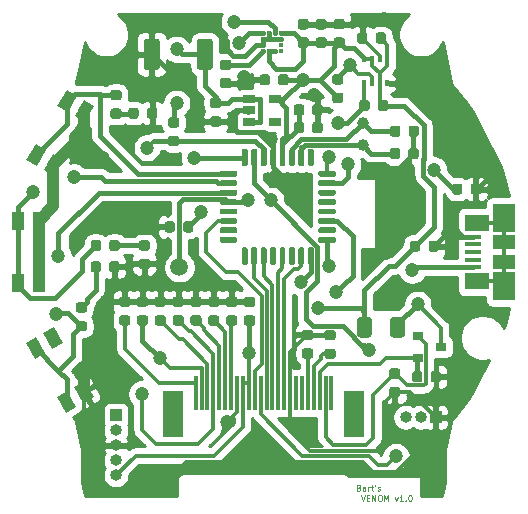
<source format=gbr>
G04 #@! TF.GenerationSoftware,KiCad,Pcbnew,5.1.8-1.fc33*
G04 #@! TF.CreationDate,2020-12-23T22:24:44+01:00*
G04 #@! TF.ProjectId,venom,76656e6f-6d2e-46b6-9963-61645f706362,rev?*
G04 #@! TF.SameCoordinates,Original*
G04 #@! TF.FileFunction,Copper,L1,Top*
G04 #@! TF.FilePolarity,Positive*
%FSLAX46Y46*%
G04 Gerber Fmt 4.6, Leading zero omitted, Abs format (unit mm)*
G04 Created by KiCad (PCBNEW 5.1.8-1.fc33) date 2020-12-23 22:24:44*
%MOMM*%
%LPD*%
G01*
G04 APERTURE LIST*
G04 #@! TA.AperFunction,NonConductor*
%ADD10C,0.125000*%
G04 #@! TD*
G04 #@! TA.AperFunction,ComponentPad*
%ADD11C,1.000000*%
G04 #@! TD*
G04 #@! TA.AperFunction,SMDPad,CuDef*
%ADD12R,0.350000X0.500000*%
G04 #@! TD*
G04 #@! TA.AperFunction,SMDPad,CuDef*
%ADD13R,1.800000X4.000000*%
G04 #@! TD*
G04 #@! TA.AperFunction,SMDPad,CuDef*
%ADD14R,0.300000X3.000000*%
G04 #@! TD*
G04 #@! TA.AperFunction,SMDPad,CuDef*
%ADD15C,0.100000*%
G04 #@! TD*
G04 #@! TA.AperFunction,SMDPad,CuDef*
%ADD16R,0.900000X0.800000*%
G04 #@! TD*
G04 #@! TA.AperFunction,SMDPad,CuDef*
%ADD17R,1.000000X1.550000*%
G04 #@! TD*
G04 #@! TA.AperFunction,SMDPad,CuDef*
%ADD18R,1.060000X0.650000*%
G04 #@! TD*
G04 #@! TA.AperFunction,SMDPad,CuDef*
%ADD19R,1.380000X0.450000*%
G04 #@! TD*
G04 #@! TA.AperFunction,SMDPad,CuDef*
%ADD20R,2.100000X1.475000*%
G04 #@! TD*
G04 #@! TA.AperFunction,SMDPad,CuDef*
%ADD21R,1.900000X2.375000*%
G04 #@! TD*
G04 #@! TA.AperFunction,SMDPad,CuDef*
%ADD22R,1.900000X1.175000*%
G04 #@! TD*
G04 #@! TA.AperFunction,ComponentPad*
%ADD23R,1.000000X1.000000*%
G04 #@! TD*
G04 #@! TA.AperFunction,ComponentPad*
%ADD24O,1.000000X1.000000*%
G04 #@! TD*
G04 #@! TA.AperFunction,SMDPad,CuDef*
%ADD25R,0.375000X0.350000*%
G04 #@! TD*
G04 #@! TA.AperFunction,SMDPad,CuDef*
%ADD26R,0.350000X0.375000*%
G04 #@! TD*
G04 #@! TA.AperFunction,ViaPad*
%ADD27C,1.200000*%
G04 #@! TD*
G04 #@! TA.AperFunction,ViaPad*
%ADD28C,1.500000*%
G04 #@! TD*
G04 #@! TA.AperFunction,Conductor*
%ADD29C,0.400000*%
G04 #@! TD*
G04 #@! TA.AperFunction,Conductor*
%ADD30C,1.000000*%
G04 #@! TD*
G04 #@! TA.AperFunction,Conductor*
%ADD31C,0.300000*%
G04 #@! TD*
G04 #@! TA.AperFunction,Conductor*
%ADD32C,0.250000*%
G04 #@! TD*
G04 #@! TA.AperFunction,Conductor*
%ADD33C,0.254000*%
G04 #@! TD*
G04 #@! TA.AperFunction,Conductor*
%ADD34C,0.100000*%
G04 #@! TD*
G04 APERTURE END LIST*
D10*
X167580476Y-138716785D02*
X167651904Y-138740595D01*
X167675714Y-138764404D01*
X167699523Y-138812023D01*
X167699523Y-138883452D01*
X167675714Y-138931071D01*
X167651904Y-138954880D01*
X167604285Y-138978690D01*
X167413809Y-138978690D01*
X167413809Y-138478690D01*
X167580476Y-138478690D01*
X167628095Y-138502500D01*
X167651904Y-138526309D01*
X167675714Y-138573928D01*
X167675714Y-138621547D01*
X167651904Y-138669166D01*
X167628095Y-138692976D01*
X167580476Y-138716785D01*
X167413809Y-138716785D01*
X168128095Y-138978690D02*
X168128095Y-138716785D01*
X168104285Y-138669166D01*
X168056666Y-138645357D01*
X167961428Y-138645357D01*
X167913809Y-138669166D01*
X168128095Y-138954880D02*
X168080476Y-138978690D01*
X167961428Y-138978690D01*
X167913809Y-138954880D01*
X167890000Y-138907261D01*
X167890000Y-138859642D01*
X167913809Y-138812023D01*
X167961428Y-138788214D01*
X168080476Y-138788214D01*
X168128095Y-138764404D01*
X168366190Y-138978690D02*
X168366190Y-138645357D01*
X168366190Y-138740595D02*
X168390000Y-138692976D01*
X168413809Y-138669166D01*
X168461428Y-138645357D01*
X168509047Y-138645357D01*
X168604285Y-138645357D02*
X168794761Y-138645357D01*
X168675714Y-138478690D02*
X168675714Y-138907261D01*
X168699523Y-138954880D01*
X168747142Y-138978690D01*
X168794761Y-138978690D01*
X168985238Y-138478690D02*
X168937619Y-138573928D01*
X169175714Y-138954880D02*
X169223333Y-138978690D01*
X169318571Y-138978690D01*
X169366190Y-138954880D01*
X169390000Y-138907261D01*
X169390000Y-138883452D01*
X169366190Y-138835833D01*
X169318571Y-138812023D01*
X169247142Y-138812023D01*
X169199523Y-138788214D01*
X169175714Y-138740595D01*
X169175714Y-138716785D01*
X169199523Y-138669166D01*
X169247142Y-138645357D01*
X169318571Y-138645357D01*
X169366190Y-138669166D01*
X167735238Y-139353690D02*
X167901904Y-139853690D01*
X168068571Y-139353690D01*
X168235238Y-139591785D02*
X168401904Y-139591785D01*
X168473333Y-139853690D02*
X168235238Y-139853690D01*
X168235238Y-139353690D01*
X168473333Y-139353690D01*
X168687619Y-139853690D02*
X168687619Y-139353690D01*
X168973333Y-139853690D01*
X168973333Y-139353690D01*
X169306666Y-139353690D02*
X169401904Y-139353690D01*
X169449523Y-139377500D01*
X169497142Y-139425119D01*
X169520952Y-139520357D01*
X169520952Y-139687023D01*
X169497142Y-139782261D01*
X169449523Y-139829880D01*
X169401904Y-139853690D01*
X169306666Y-139853690D01*
X169259047Y-139829880D01*
X169211428Y-139782261D01*
X169187619Y-139687023D01*
X169187619Y-139520357D01*
X169211428Y-139425119D01*
X169259047Y-139377500D01*
X169306666Y-139353690D01*
X169735238Y-139853690D02*
X169735238Y-139353690D01*
X169901904Y-139710833D01*
X170068571Y-139353690D01*
X170068571Y-139853690D01*
X170640000Y-139520357D02*
X170759047Y-139853690D01*
X170878095Y-139520357D01*
X171330476Y-139853690D02*
X171044761Y-139853690D01*
X171187619Y-139853690D02*
X171187619Y-139353690D01*
X171140000Y-139425119D01*
X171092380Y-139472738D01*
X171044761Y-139496547D01*
X171544761Y-139806071D02*
X171568571Y-139829880D01*
X171544761Y-139853690D01*
X171520952Y-139829880D01*
X171544761Y-139806071D01*
X171544761Y-139853690D01*
X171878095Y-139353690D02*
X171925714Y-139353690D01*
X171973333Y-139377500D01*
X171997142Y-139401309D01*
X172020952Y-139448928D01*
X172044761Y-139544166D01*
X172044761Y-139663214D01*
X172020952Y-139758452D01*
X171997142Y-139806071D01*
X171973333Y-139829880D01*
X171925714Y-139853690D01*
X171878095Y-139853690D01*
X171830476Y-139829880D01*
X171806666Y-139806071D01*
X171782857Y-139758452D01*
X171759047Y-139663214D01*
X171759047Y-139544166D01*
X171782857Y-139448928D01*
X171806666Y-139401309D01*
X171830476Y-139377500D01*
X171878095Y-139353690D01*
D11*
X167894000Y-109728000D03*
X167894000Y-107828000D03*
D12*
X168045000Y-104505000D03*
X168695000Y-104505000D03*
X169345000Y-104505000D03*
X169995000Y-104505000D03*
X169995000Y-102455000D03*
X169345000Y-102455000D03*
X168695000Y-102455000D03*
X168045000Y-102455000D03*
D13*
X167160000Y-132510000D03*
X151860000Y-132510000D03*
D14*
X153760000Y-130710000D03*
X154260000Y-130710000D03*
X154760000Y-130710000D03*
X155260000Y-130710000D03*
X155760000Y-130710000D03*
X156260000Y-130710000D03*
X156760000Y-130710000D03*
X157260000Y-130710000D03*
X157760000Y-130710000D03*
X158260000Y-130710000D03*
X158760000Y-130710000D03*
X159260000Y-130710000D03*
X159760000Y-130710000D03*
X160260000Y-130710000D03*
X160760000Y-130710000D03*
X161260000Y-130710000D03*
X161760000Y-130710000D03*
X162260000Y-130710000D03*
X162760000Y-130710000D03*
X163260000Y-130710000D03*
X163760000Y-130710000D03*
X164260000Y-130710000D03*
X164760000Y-130710000D03*
X165260000Y-130710000D03*
G04 #@! TA.AperFunction,SMDPad,CuDef*
D15*
G36*
X140863109Y-125640513D02*
G01*
X141729135Y-125140513D01*
X142504135Y-126482853D01*
X141638109Y-126982853D01*
X140863109Y-125640513D01*
G37*
G04 #@! TD.AperFunction*
G04 #@! TA.AperFunction,SMDPad,CuDef*
G36*
X143488109Y-130187147D02*
G01*
X144354135Y-129687147D01*
X145129135Y-131029487D01*
X144263109Y-131529487D01*
X143488109Y-130187147D01*
G37*
G04 #@! TD.AperFunction*
G04 #@! TA.AperFunction,SMDPad,CuDef*
G36*
X142015865Y-131037147D02*
G01*
X142881891Y-130537147D01*
X143656891Y-131879487D01*
X142790865Y-132379487D01*
X142015865Y-131037147D01*
G37*
G04 #@! TD.AperFunction*
G04 #@! TA.AperFunction,SMDPad,CuDef*
G36*
X139390865Y-126490513D02*
G01*
X140256891Y-125990513D01*
X141031891Y-127332853D01*
X140165865Y-127832853D01*
X139390865Y-126490513D01*
G37*
G04 #@! TD.AperFunction*
G04 #@! TA.AperFunction,SMDPad,CuDef*
G36*
G01*
X155215000Y-100964999D02*
X155215000Y-103115001D01*
G75*
G02*
X154965001Y-103365000I-249999J0D01*
G01*
X154114999Y-103365000D01*
G75*
G02*
X153865000Y-103115001I0J249999D01*
G01*
X153865000Y-100964999D01*
G75*
G02*
X154114999Y-100715000I249999J0D01*
G01*
X154965001Y-100715000D01*
G75*
G02*
X155215000Y-100964999I0J-249999D01*
G01*
G37*
G04 #@! TD.AperFunction*
G04 #@! TA.AperFunction,SMDPad,CuDef*
G36*
G01*
X150715000Y-100964999D02*
X150715000Y-103115001D01*
G75*
G02*
X150465001Y-103365000I-249999J0D01*
G01*
X149614999Y-103365000D01*
G75*
G02*
X149365000Y-103115001I0J249999D01*
G01*
X149365000Y-100964999D01*
G75*
G02*
X149614999Y-100715000I249999J0D01*
G01*
X150465001Y-100715000D01*
G75*
G02*
X150715000Y-100964999I0J-249999D01*
G01*
G37*
G04 #@! TD.AperFunction*
G04 #@! TA.AperFunction,SMDPad,CuDef*
G36*
G01*
X168306000Y-100403750D02*
X168306000Y-100916250D01*
G75*
G02*
X168087250Y-101135000I-218750J0D01*
G01*
X167649750Y-101135000D01*
G75*
G02*
X167431000Y-100916250I0J218750D01*
G01*
X167431000Y-100403750D01*
G75*
G02*
X167649750Y-100185000I218750J0D01*
G01*
X168087250Y-100185000D01*
G75*
G02*
X168306000Y-100403750I0J-218750D01*
G01*
G37*
G04 #@! TD.AperFunction*
G04 #@! TA.AperFunction,SMDPad,CuDef*
G36*
G01*
X169881000Y-100403750D02*
X169881000Y-100916250D01*
G75*
G02*
X169662250Y-101135000I-218750J0D01*
G01*
X169224750Y-101135000D01*
G75*
G02*
X169006000Y-100916250I0J218750D01*
G01*
X169006000Y-100403750D01*
G75*
G02*
X169224750Y-100185000I218750J0D01*
G01*
X169662250Y-100185000D01*
G75*
G02*
X169881000Y-100403750I0J-218750D01*
G01*
G37*
G04 #@! TD.AperFunction*
G04 #@! TA.AperFunction,SMDPad,CuDef*
G36*
G01*
X166166250Y-101485000D02*
X165653750Y-101485000D01*
G75*
G02*
X165435000Y-101266250I0J218750D01*
G01*
X165435000Y-100828750D01*
G75*
G02*
X165653750Y-100610000I218750J0D01*
G01*
X166166250Y-100610000D01*
G75*
G02*
X166385000Y-100828750I0J-218750D01*
G01*
X166385000Y-101266250D01*
G75*
G02*
X166166250Y-101485000I-218750J0D01*
G01*
G37*
G04 #@! TD.AperFunction*
G04 #@! TA.AperFunction,SMDPad,CuDef*
G36*
G01*
X166166250Y-99910000D02*
X165653750Y-99910000D01*
G75*
G02*
X165435000Y-99691250I0J218750D01*
G01*
X165435000Y-99253750D01*
G75*
G02*
X165653750Y-99035000I218750J0D01*
G01*
X166166250Y-99035000D01*
G75*
G02*
X166385000Y-99253750I0J-218750D01*
G01*
X166385000Y-99691250D01*
G75*
G02*
X166166250Y-99910000I-218750J0D01*
G01*
G37*
G04 #@! TD.AperFunction*
G04 #@! TA.AperFunction,SMDPad,CuDef*
G36*
G01*
X170195000Y-110696250D02*
X170195000Y-110183750D01*
G75*
G02*
X170413750Y-109965000I218750J0D01*
G01*
X170851250Y-109965000D01*
G75*
G02*
X171070000Y-110183750I0J-218750D01*
G01*
X171070000Y-110696250D01*
G75*
G02*
X170851250Y-110915000I-218750J0D01*
G01*
X170413750Y-110915000D01*
G75*
G02*
X170195000Y-110696250I0J218750D01*
G01*
G37*
G04 #@! TD.AperFunction*
G04 #@! TA.AperFunction,SMDPad,CuDef*
G36*
G01*
X171770000Y-110696250D02*
X171770000Y-110183750D01*
G75*
G02*
X171988750Y-109965000I218750J0D01*
G01*
X172426250Y-109965000D01*
G75*
G02*
X172645000Y-110183750I0J-218750D01*
G01*
X172645000Y-110696250D01*
G75*
G02*
X172426250Y-110915000I-218750J0D01*
G01*
X171988750Y-110915000D01*
G75*
G02*
X171770000Y-110696250I0J218750D01*
G01*
G37*
G04 #@! TD.AperFunction*
G04 #@! TA.AperFunction,SMDPad,CuDef*
G36*
G01*
X171790000Y-108806250D02*
X171790000Y-108293750D01*
G75*
G02*
X172008750Y-108075000I218750J0D01*
G01*
X172446250Y-108075000D01*
G75*
G02*
X172665000Y-108293750I0J-218750D01*
G01*
X172665000Y-108806250D01*
G75*
G02*
X172446250Y-109025000I-218750J0D01*
G01*
X172008750Y-109025000D01*
G75*
G02*
X171790000Y-108806250I0J218750D01*
G01*
G37*
G04 #@! TD.AperFunction*
G04 #@! TA.AperFunction,SMDPad,CuDef*
G36*
G01*
X170215000Y-108806250D02*
X170215000Y-108293750D01*
G75*
G02*
X170433750Y-108075000I218750J0D01*
G01*
X170871250Y-108075000D01*
G75*
G02*
X171090000Y-108293750I0J-218750D01*
G01*
X171090000Y-108806250D01*
G75*
G02*
X170871250Y-109025000I-218750J0D01*
G01*
X170433750Y-109025000D01*
G75*
G02*
X170215000Y-108806250I0J218750D01*
G01*
G37*
G04 #@! TD.AperFunction*
G04 #@! TA.AperFunction,SMDPad,CuDef*
G36*
G01*
X173480000Y-118536250D02*
X173480000Y-118023750D01*
G75*
G02*
X173698750Y-117805000I218750J0D01*
G01*
X174136250Y-117805000D01*
G75*
G02*
X174355000Y-118023750I0J-218750D01*
G01*
X174355000Y-118536250D01*
G75*
G02*
X174136250Y-118755000I-218750J0D01*
G01*
X173698750Y-118755000D01*
G75*
G02*
X173480000Y-118536250I0J218750D01*
G01*
G37*
G04 #@! TD.AperFunction*
G04 #@! TA.AperFunction,SMDPad,CuDef*
G36*
G01*
X171905000Y-118536250D02*
X171905000Y-118023750D01*
G75*
G02*
X172123750Y-117805000I218750J0D01*
G01*
X172561250Y-117805000D01*
G75*
G02*
X172780000Y-118023750I0J-218750D01*
G01*
X172780000Y-118536250D01*
G75*
G02*
X172561250Y-118755000I-218750J0D01*
G01*
X172123750Y-118755000D01*
G75*
G02*
X171905000Y-118536250I0J218750D01*
G01*
G37*
G04 #@! TD.AperFunction*
G04 #@! TA.AperFunction,SMDPad,CuDef*
G36*
G01*
X165396250Y-127825000D02*
X164883750Y-127825000D01*
G75*
G02*
X164665000Y-127606250I0J218750D01*
G01*
X164665000Y-127168750D01*
G75*
G02*
X164883750Y-126950000I218750J0D01*
G01*
X165396250Y-126950000D01*
G75*
G02*
X165615000Y-127168750I0J-218750D01*
G01*
X165615000Y-127606250D01*
G75*
G02*
X165396250Y-127825000I-218750J0D01*
G01*
G37*
G04 #@! TD.AperFunction*
G04 #@! TA.AperFunction,SMDPad,CuDef*
G36*
G01*
X165396250Y-126250000D02*
X164883750Y-126250000D01*
G75*
G02*
X164665000Y-126031250I0J218750D01*
G01*
X164665000Y-125593750D01*
G75*
G02*
X164883750Y-125375000I218750J0D01*
G01*
X165396250Y-125375000D01*
G75*
G02*
X165615000Y-125593750I0J-218750D01*
G01*
X165615000Y-126031250D01*
G75*
G02*
X165396250Y-126250000I-218750J0D01*
G01*
G37*
G04 #@! TD.AperFunction*
G04 #@! TA.AperFunction,SMDPad,CuDef*
G36*
G01*
X163486250Y-127805000D02*
X162973750Y-127805000D01*
G75*
G02*
X162755000Y-127586250I0J218750D01*
G01*
X162755000Y-127148750D01*
G75*
G02*
X162973750Y-126930000I218750J0D01*
G01*
X163486250Y-126930000D01*
G75*
G02*
X163705000Y-127148750I0J-218750D01*
G01*
X163705000Y-127586250D01*
G75*
G02*
X163486250Y-127805000I-218750J0D01*
G01*
G37*
G04 #@! TD.AperFunction*
G04 #@! TA.AperFunction,SMDPad,CuDef*
G36*
G01*
X163486250Y-126230000D02*
X162973750Y-126230000D01*
G75*
G02*
X162755000Y-126011250I0J218750D01*
G01*
X162755000Y-125573750D01*
G75*
G02*
X162973750Y-125355000I218750J0D01*
G01*
X163486250Y-125355000D01*
G75*
G02*
X163705000Y-125573750I0J-218750D01*
G01*
X163705000Y-126011250D01*
G75*
G02*
X163486250Y-126230000I-218750J0D01*
G01*
G37*
G04 #@! TD.AperFunction*
G04 #@! TA.AperFunction,SMDPad,CuDef*
G36*
G01*
X158576250Y-123430000D02*
X158063750Y-123430000D01*
G75*
G02*
X157845000Y-123211250I0J218750D01*
G01*
X157845000Y-122773750D01*
G75*
G02*
X158063750Y-122555000I218750J0D01*
G01*
X158576250Y-122555000D01*
G75*
G02*
X158795000Y-122773750I0J-218750D01*
G01*
X158795000Y-123211250D01*
G75*
G02*
X158576250Y-123430000I-218750J0D01*
G01*
G37*
G04 #@! TD.AperFunction*
G04 #@! TA.AperFunction,SMDPad,CuDef*
G36*
G01*
X158576250Y-125005000D02*
X158063750Y-125005000D01*
G75*
G02*
X157845000Y-124786250I0J218750D01*
G01*
X157845000Y-124348750D01*
G75*
G02*
X158063750Y-124130000I218750J0D01*
G01*
X158576250Y-124130000D01*
G75*
G02*
X158795000Y-124348750I0J-218750D01*
G01*
X158795000Y-124786250D01*
G75*
G02*
X158576250Y-125005000I-218750J0D01*
G01*
G37*
G04 #@! TD.AperFunction*
G04 #@! TA.AperFunction,SMDPad,CuDef*
G36*
G01*
X157066250Y-123430000D02*
X156553750Y-123430000D01*
G75*
G02*
X156335000Y-123211250I0J218750D01*
G01*
X156335000Y-122773750D01*
G75*
G02*
X156553750Y-122555000I218750J0D01*
G01*
X157066250Y-122555000D01*
G75*
G02*
X157285000Y-122773750I0J-218750D01*
G01*
X157285000Y-123211250D01*
G75*
G02*
X157066250Y-123430000I-218750J0D01*
G01*
G37*
G04 #@! TD.AperFunction*
G04 #@! TA.AperFunction,SMDPad,CuDef*
G36*
G01*
X157066250Y-125005000D02*
X156553750Y-125005000D01*
G75*
G02*
X156335000Y-124786250I0J218750D01*
G01*
X156335000Y-124348750D01*
G75*
G02*
X156553750Y-124130000I218750J0D01*
G01*
X157066250Y-124130000D01*
G75*
G02*
X157285000Y-124348750I0J-218750D01*
G01*
X157285000Y-124786250D01*
G75*
G02*
X157066250Y-125005000I-218750J0D01*
G01*
G37*
G04 #@! TD.AperFunction*
G04 #@! TA.AperFunction,SMDPad,CuDef*
G36*
G01*
X155556250Y-125005000D02*
X155043750Y-125005000D01*
G75*
G02*
X154825000Y-124786250I0J218750D01*
G01*
X154825000Y-124348750D01*
G75*
G02*
X155043750Y-124130000I218750J0D01*
G01*
X155556250Y-124130000D01*
G75*
G02*
X155775000Y-124348750I0J-218750D01*
G01*
X155775000Y-124786250D01*
G75*
G02*
X155556250Y-125005000I-218750J0D01*
G01*
G37*
G04 #@! TD.AperFunction*
G04 #@! TA.AperFunction,SMDPad,CuDef*
G36*
G01*
X155556250Y-123430000D02*
X155043750Y-123430000D01*
G75*
G02*
X154825000Y-123211250I0J218750D01*
G01*
X154825000Y-122773750D01*
G75*
G02*
X155043750Y-122555000I218750J0D01*
G01*
X155556250Y-122555000D01*
G75*
G02*
X155775000Y-122773750I0J-218750D01*
G01*
X155775000Y-123211250D01*
G75*
G02*
X155556250Y-123430000I-218750J0D01*
G01*
G37*
G04 #@! TD.AperFunction*
G04 #@! TA.AperFunction,SMDPad,CuDef*
G36*
G01*
X154046250Y-124995000D02*
X153533750Y-124995000D01*
G75*
G02*
X153315000Y-124776250I0J218750D01*
G01*
X153315000Y-124338750D01*
G75*
G02*
X153533750Y-124120000I218750J0D01*
G01*
X154046250Y-124120000D01*
G75*
G02*
X154265000Y-124338750I0J-218750D01*
G01*
X154265000Y-124776250D01*
G75*
G02*
X154046250Y-124995000I-218750J0D01*
G01*
G37*
G04 #@! TD.AperFunction*
G04 #@! TA.AperFunction,SMDPad,CuDef*
G36*
G01*
X154046250Y-123420000D02*
X153533750Y-123420000D01*
G75*
G02*
X153315000Y-123201250I0J218750D01*
G01*
X153315000Y-122763750D01*
G75*
G02*
X153533750Y-122545000I218750J0D01*
G01*
X154046250Y-122545000D01*
G75*
G02*
X154265000Y-122763750I0J-218750D01*
G01*
X154265000Y-123201250D01*
G75*
G02*
X154046250Y-123420000I-218750J0D01*
G01*
G37*
G04 #@! TD.AperFunction*
G04 #@! TA.AperFunction,SMDPad,CuDef*
G36*
G01*
X152536250Y-123420000D02*
X152023750Y-123420000D01*
G75*
G02*
X151805000Y-123201250I0J218750D01*
G01*
X151805000Y-122763750D01*
G75*
G02*
X152023750Y-122545000I218750J0D01*
G01*
X152536250Y-122545000D01*
G75*
G02*
X152755000Y-122763750I0J-218750D01*
G01*
X152755000Y-123201250D01*
G75*
G02*
X152536250Y-123420000I-218750J0D01*
G01*
G37*
G04 #@! TD.AperFunction*
G04 #@! TA.AperFunction,SMDPad,CuDef*
G36*
G01*
X152536250Y-124995000D02*
X152023750Y-124995000D01*
G75*
G02*
X151805000Y-124776250I0J218750D01*
G01*
X151805000Y-124338750D01*
G75*
G02*
X152023750Y-124120000I218750J0D01*
G01*
X152536250Y-124120000D01*
G75*
G02*
X152755000Y-124338750I0J-218750D01*
G01*
X152755000Y-124776250D01*
G75*
G02*
X152536250Y-124995000I-218750J0D01*
G01*
G37*
G04 #@! TD.AperFunction*
G04 #@! TA.AperFunction,SMDPad,CuDef*
G36*
G01*
X151026250Y-124995000D02*
X150513750Y-124995000D01*
G75*
G02*
X150295000Y-124776250I0J218750D01*
G01*
X150295000Y-124338750D01*
G75*
G02*
X150513750Y-124120000I218750J0D01*
G01*
X151026250Y-124120000D01*
G75*
G02*
X151245000Y-124338750I0J-218750D01*
G01*
X151245000Y-124776250D01*
G75*
G02*
X151026250Y-124995000I-218750J0D01*
G01*
G37*
G04 #@! TD.AperFunction*
G04 #@! TA.AperFunction,SMDPad,CuDef*
G36*
G01*
X151026250Y-123420000D02*
X150513750Y-123420000D01*
G75*
G02*
X150295000Y-123201250I0J218750D01*
G01*
X150295000Y-122763750D01*
G75*
G02*
X150513750Y-122545000I218750J0D01*
G01*
X151026250Y-122545000D01*
G75*
G02*
X151245000Y-122763750I0J-218750D01*
G01*
X151245000Y-123201250D01*
G75*
G02*
X151026250Y-123420000I-218750J0D01*
G01*
G37*
G04 #@! TD.AperFunction*
G04 #@! TA.AperFunction,SMDPad,CuDef*
G36*
G01*
X149516250Y-123420000D02*
X149003750Y-123420000D01*
G75*
G02*
X148785000Y-123201250I0J218750D01*
G01*
X148785000Y-122763750D01*
G75*
G02*
X149003750Y-122545000I218750J0D01*
G01*
X149516250Y-122545000D01*
G75*
G02*
X149735000Y-122763750I0J-218750D01*
G01*
X149735000Y-123201250D01*
G75*
G02*
X149516250Y-123420000I-218750J0D01*
G01*
G37*
G04 #@! TD.AperFunction*
G04 #@! TA.AperFunction,SMDPad,CuDef*
G36*
G01*
X149516250Y-124995000D02*
X149003750Y-124995000D01*
G75*
G02*
X148785000Y-124776250I0J218750D01*
G01*
X148785000Y-124338750D01*
G75*
G02*
X149003750Y-124120000I218750J0D01*
G01*
X149516250Y-124120000D01*
G75*
G02*
X149735000Y-124338750I0J-218750D01*
G01*
X149735000Y-124776250D01*
G75*
G02*
X149516250Y-124995000I-218750J0D01*
G01*
G37*
G04 #@! TD.AperFunction*
G04 #@! TA.AperFunction,SMDPad,CuDef*
G36*
G01*
X148006250Y-123420000D02*
X147493750Y-123420000D01*
G75*
G02*
X147275000Y-123201250I0J218750D01*
G01*
X147275000Y-122763750D01*
G75*
G02*
X147493750Y-122545000I218750J0D01*
G01*
X148006250Y-122545000D01*
G75*
G02*
X148225000Y-122763750I0J-218750D01*
G01*
X148225000Y-123201250D01*
G75*
G02*
X148006250Y-123420000I-218750J0D01*
G01*
G37*
G04 #@! TD.AperFunction*
G04 #@! TA.AperFunction,SMDPad,CuDef*
G36*
G01*
X148006250Y-124995000D02*
X147493750Y-124995000D01*
G75*
G02*
X147275000Y-124776250I0J218750D01*
G01*
X147275000Y-124338750D01*
G75*
G02*
X147493750Y-124120000I218750J0D01*
G01*
X148006250Y-124120000D01*
G75*
G02*
X148225000Y-124338750I0J-218750D01*
G01*
X148225000Y-124776250D01*
G75*
G02*
X148006250Y-124995000I-218750J0D01*
G01*
G37*
G04 #@! TD.AperFunction*
G04 #@! TA.AperFunction,SMDPad,CuDef*
G36*
G01*
X155191750Y-107284000D02*
X155704250Y-107284000D01*
G75*
G02*
X155923000Y-107502750I0J-218750D01*
G01*
X155923000Y-107940250D01*
G75*
G02*
X155704250Y-108159000I-218750J0D01*
G01*
X155191750Y-108159000D01*
G75*
G02*
X154973000Y-107940250I0J218750D01*
G01*
X154973000Y-107502750D01*
G75*
G02*
X155191750Y-107284000I218750J0D01*
G01*
G37*
G04 #@! TD.AperFunction*
G04 #@! TA.AperFunction,SMDPad,CuDef*
G36*
G01*
X155191750Y-105709000D02*
X155704250Y-105709000D01*
G75*
G02*
X155923000Y-105927750I0J-218750D01*
G01*
X155923000Y-106365250D01*
G75*
G02*
X155704250Y-106584000I-218750J0D01*
G01*
X155191750Y-106584000D01*
G75*
G02*
X154973000Y-106365250I0J218750D01*
G01*
X154973000Y-105927750D01*
G75*
G02*
X155191750Y-105709000I218750J0D01*
G01*
G37*
G04 #@! TD.AperFunction*
G04 #@! TA.AperFunction,SMDPad,CuDef*
G36*
G01*
X161626000Y-103942170D02*
X161626000Y-104454670D01*
G75*
G02*
X161407250Y-104673420I-218750J0D01*
G01*
X160969750Y-104673420D01*
G75*
G02*
X160751000Y-104454670I0J218750D01*
G01*
X160751000Y-103942170D01*
G75*
G02*
X160969750Y-103723420I218750J0D01*
G01*
X161407250Y-103723420D01*
G75*
G02*
X161626000Y-103942170I0J-218750D01*
G01*
G37*
G04 #@! TD.AperFunction*
G04 #@! TA.AperFunction,SMDPad,CuDef*
G36*
G01*
X160051000Y-103942170D02*
X160051000Y-104454670D01*
G75*
G02*
X159832250Y-104673420I-218750J0D01*
G01*
X159394750Y-104673420D01*
G75*
G02*
X159176000Y-104454670I0J218750D01*
G01*
X159176000Y-103942170D01*
G75*
G02*
X159394750Y-103723420I218750J0D01*
G01*
X159832250Y-103723420D01*
G75*
G02*
X160051000Y-103942170I0J-218750D01*
G01*
G37*
G04 #@! TD.AperFunction*
D16*
X172548040Y-125844260D03*
X172548040Y-127744260D03*
X174548040Y-126794260D03*
G04 #@! TA.AperFunction,SMDPad,CuDef*
G36*
G01*
X151635750Y-107377500D02*
X152148250Y-107377500D01*
G75*
G02*
X152367000Y-107596250I0J-218750D01*
G01*
X152367000Y-108033750D01*
G75*
G02*
X152148250Y-108252500I-218750J0D01*
G01*
X151635750Y-108252500D01*
G75*
G02*
X151417000Y-108033750I0J218750D01*
G01*
X151417000Y-107596250D01*
G75*
G02*
X151635750Y-107377500I218750J0D01*
G01*
G37*
G04 #@! TD.AperFunction*
G04 #@! TA.AperFunction,SMDPad,CuDef*
G36*
G01*
X151635750Y-108952500D02*
X152148250Y-108952500D01*
G75*
G02*
X152367000Y-109171250I0J-218750D01*
G01*
X152367000Y-109608750D01*
G75*
G02*
X152148250Y-109827500I-218750J0D01*
G01*
X151635750Y-109827500D01*
G75*
G02*
X151417000Y-109608750I0J218750D01*
G01*
X151417000Y-109171250D01*
G75*
G02*
X151635750Y-108952500I218750J0D01*
G01*
G37*
G04 #@! TD.AperFunction*
G04 #@! TA.AperFunction,SMDPad,CuDef*
G36*
G01*
X168480000Y-106113750D02*
X168480000Y-106626250D01*
G75*
G02*
X168261250Y-106845000I-218750J0D01*
G01*
X167823750Y-106845000D01*
G75*
G02*
X167605000Y-106626250I0J218750D01*
G01*
X167605000Y-106113750D01*
G75*
G02*
X167823750Y-105895000I218750J0D01*
G01*
X168261250Y-105895000D01*
G75*
G02*
X168480000Y-106113750I0J-218750D01*
G01*
G37*
G04 #@! TD.AperFunction*
G04 #@! TA.AperFunction,SMDPad,CuDef*
G36*
G01*
X170055000Y-106113750D02*
X170055000Y-106626250D01*
G75*
G02*
X169836250Y-106845000I-218750J0D01*
G01*
X169398750Y-106845000D01*
G75*
G02*
X169180000Y-106626250I0J218750D01*
G01*
X169180000Y-106113750D01*
G75*
G02*
X169398750Y-105895000I218750J0D01*
G01*
X169836250Y-105895000D01*
G75*
G02*
X170055000Y-106113750I0J-218750D01*
G01*
G37*
G04 #@! TD.AperFunction*
G04 #@! TA.AperFunction,SMDPad,CuDef*
G36*
G01*
X166046250Y-106165000D02*
X165533750Y-106165000D01*
G75*
G02*
X165315000Y-105946250I0J218750D01*
G01*
X165315000Y-105508750D01*
G75*
G02*
X165533750Y-105290000I218750J0D01*
G01*
X166046250Y-105290000D01*
G75*
G02*
X166265000Y-105508750I0J-218750D01*
G01*
X166265000Y-105946250D01*
G75*
G02*
X166046250Y-106165000I-218750J0D01*
G01*
G37*
G04 #@! TD.AperFunction*
G04 #@! TA.AperFunction,SMDPad,CuDef*
G36*
G01*
X166046250Y-104590000D02*
X165533750Y-104590000D01*
G75*
G02*
X165315000Y-104371250I0J218750D01*
G01*
X165315000Y-103933750D01*
G75*
G02*
X165533750Y-103715000I218750J0D01*
G01*
X166046250Y-103715000D01*
G75*
G02*
X166265000Y-103933750I0J-218750D01*
G01*
X166265000Y-104371250D01*
G75*
G02*
X166046250Y-104590000I-218750J0D01*
G01*
G37*
G04 #@! TD.AperFunction*
G04 #@! TA.AperFunction,SMDPad,CuDef*
G36*
G01*
X170360630Y-128614720D02*
X170873130Y-128614720D01*
G75*
G02*
X171091880Y-128833470I0J-218750D01*
G01*
X171091880Y-129270970D01*
G75*
G02*
X170873130Y-129489720I-218750J0D01*
G01*
X170360630Y-129489720D01*
G75*
G02*
X170141880Y-129270970I0J218750D01*
G01*
X170141880Y-128833470D01*
G75*
G02*
X170360630Y-128614720I218750J0D01*
G01*
G37*
G04 #@! TD.AperFunction*
G04 #@! TA.AperFunction,SMDPad,CuDef*
G36*
G01*
X170360630Y-130189720D02*
X170873130Y-130189720D01*
G75*
G02*
X171091880Y-130408470I0J-218750D01*
G01*
X171091880Y-130845970D01*
G75*
G02*
X170873130Y-131064720I-218750J0D01*
G01*
X170360630Y-131064720D01*
G75*
G02*
X170141880Y-130845970I0J218750D01*
G01*
X170141880Y-130408470D01*
G75*
G02*
X170360630Y-130189720I218750J0D01*
G01*
G37*
G04 #@! TD.AperFunction*
G04 #@! TA.AperFunction,SMDPad,CuDef*
G36*
G01*
X173654200Y-129587970D02*
X173654200Y-129075470D01*
G75*
G02*
X173872950Y-128856720I218750J0D01*
G01*
X174310450Y-128856720D01*
G75*
G02*
X174529200Y-129075470I0J-218750D01*
G01*
X174529200Y-129587970D01*
G75*
G02*
X174310450Y-129806720I-218750J0D01*
G01*
X173872950Y-129806720D01*
G75*
G02*
X173654200Y-129587970I0J218750D01*
G01*
G37*
G04 #@! TD.AperFunction*
G04 #@! TA.AperFunction,SMDPad,CuDef*
G36*
G01*
X172079200Y-129587970D02*
X172079200Y-129075470D01*
G75*
G02*
X172297950Y-128856720I218750J0D01*
G01*
X172735450Y-128856720D01*
G75*
G02*
X172954200Y-129075470I0J-218750D01*
G01*
X172954200Y-129587970D01*
G75*
G02*
X172735450Y-129806720I-218750J0D01*
G01*
X172297950Y-129806720D01*
G75*
G02*
X172079200Y-129587970I0J218750D01*
G01*
G37*
G04 #@! TD.AperFunction*
G04 #@! TA.AperFunction,SMDPad,CuDef*
D15*
G36*
X144303109Y-105930513D02*
G01*
X145169135Y-106430513D01*
X144394135Y-107772853D01*
X143528109Y-107272853D01*
X144303109Y-105930513D01*
G37*
G04 #@! TD.AperFunction*
G04 #@! TA.AperFunction,SMDPad,CuDef*
G36*
X141678109Y-110477147D02*
G01*
X142544135Y-110977147D01*
X141769135Y-112319487D01*
X140903109Y-111819487D01*
X141678109Y-110477147D01*
G37*
G04 #@! TD.AperFunction*
G04 #@! TA.AperFunction,SMDPad,CuDef*
G36*
X140205865Y-109627147D02*
G01*
X141071891Y-110127147D01*
X140296891Y-111469487D01*
X139430865Y-110969487D01*
X140205865Y-109627147D01*
G37*
G04 #@! TD.AperFunction*
G04 #@! TA.AperFunction,SMDPad,CuDef*
G36*
X142830865Y-105080513D02*
G01*
X143696891Y-105580513D01*
X142921891Y-106922853D01*
X142055865Y-106422853D01*
X142830865Y-105080513D01*
G37*
G04 #@! TD.AperFunction*
D17*
X138760000Y-116155000D03*
X138760000Y-121405000D03*
X140460000Y-121405000D03*
X140460000Y-116155000D03*
D18*
X158310000Y-105830000D03*
X158310000Y-106780000D03*
X158310000Y-107730000D03*
X160510000Y-107730000D03*
X160510000Y-105830000D03*
D19*
X177210000Y-120080000D03*
X177210000Y-119430000D03*
X177210000Y-118780000D03*
X177210000Y-118130000D03*
X177210000Y-117480000D03*
D20*
X177570000Y-121242500D03*
X177570000Y-116317500D03*
D21*
X179870000Y-121690000D03*
X179870000Y-115870000D03*
D22*
X179870000Y-119620000D03*
X179870000Y-117940000D03*
G04 #@! TA.AperFunction,SMDPad,CuDef*
G36*
G01*
X153575000Y-116393750D02*
X153575000Y-116906250D01*
G75*
G02*
X153356250Y-117125000I-218750J0D01*
G01*
X152918750Y-117125000D01*
G75*
G02*
X152700000Y-116906250I0J218750D01*
G01*
X152700000Y-116393750D01*
G75*
G02*
X152918750Y-116175000I218750J0D01*
G01*
X153356250Y-116175000D01*
G75*
G02*
X153575000Y-116393750I0J-218750D01*
G01*
G37*
G04 #@! TD.AperFunction*
G04 #@! TA.AperFunction,SMDPad,CuDef*
G36*
G01*
X152000000Y-116393750D02*
X152000000Y-116906250D01*
G75*
G02*
X151781250Y-117125000I-218750J0D01*
G01*
X151343750Y-117125000D01*
G75*
G02*
X151125000Y-116906250I0J218750D01*
G01*
X151125000Y-116393750D01*
G75*
G02*
X151343750Y-116175000I218750J0D01*
G01*
X151781250Y-116175000D01*
G75*
G02*
X152000000Y-116393750I0J-218750D01*
G01*
G37*
G04 #@! TD.AperFunction*
G04 #@! TA.AperFunction,SMDPad,CuDef*
G36*
G01*
X163385000Y-110015000D02*
X163635000Y-110015000D01*
G75*
G02*
X163760000Y-110140000I0J-125000D01*
G01*
X163760000Y-111390000D01*
G75*
G02*
X163635000Y-111515000I-125000J0D01*
G01*
X163385000Y-111515000D01*
G75*
G02*
X163260000Y-111390000I0J125000D01*
G01*
X163260000Y-110140000D01*
G75*
G02*
X163385000Y-110015000I125000J0D01*
G01*
G37*
G04 #@! TD.AperFunction*
G04 #@! TA.AperFunction,SMDPad,CuDef*
G36*
G01*
X162585000Y-110015000D02*
X162835000Y-110015000D01*
G75*
G02*
X162960000Y-110140000I0J-125000D01*
G01*
X162960000Y-111390000D01*
G75*
G02*
X162835000Y-111515000I-125000J0D01*
G01*
X162585000Y-111515000D01*
G75*
G02*
X162460000Y-111390000I0J125000D01*
G01*
X162460000Y-110140000D01*
G75*
G02*
X162585000Y-110015000I125000J0D01*
G01*
G37*
G04 #@! TD.AperFunction*
G04 #@! TA.AperFunction,SMDPad,CuDef*
G36*
G01*
X161785000Y-110015000D02*
X162035000Y-110015000D01*
G75*
G02*
X162160000Y-110140000I0J-125000D01*
G01*
X162160000Y-111390000D01*
G75*
G02*
X162035000Y-111515000I-125000J0D01*
G01*
X161785000Y-111515000D01*
G75*
G02*
X161660000Y-111390000I0J125000D01*
G01*
X161660000Y-110140000D01*
G75*
G02*
X161785000Y-110015000I125000J0D01*
G01*
G37*
G04 #@! TD.AperFunction*
G04 #@! TA.AperFunction,SMDPad,CuDef*
G36*
G01*
X160985000Y-110015000D02*
X161235000Y-110015000D01*
G75*
G02*
X161360000Y-110140000I0J-125000D01*
G01*
X161360000Y-111390000D01*
G75*
G02*
X161235000Y-111515000I-125000J0D01*
G01*
X160985000Y-111515000D01*
G75*
G02*
X160860000Y-111390000I0J125000D01*
G01*
X160860000Y-110140000D01*
G75*
G02*
X160985000Y-110015000I125000J0D01*
G01*
G37*
G04 #@! TD.AperFunction*
G04 #@! TA.AperFunction,SMDPad,CuDef*
G36*
G01*
X160185000Y-110015000D02*
X160435000Y-110015000D01*
G75*
G02*
X160560000Y-110140000I0J-125000D01*
G01*
X160560000Y-111390000D01*
G75*
G02*
X160435000Y-111515000I-125000J0D01*
G01*
X160185000Y-111515000D01*
G75*
G02*
X160060000Y-111390000I0J125000D01*
G01*
X160060000Y-110140000D01*
G75*
G02*
X160185000Y-110015000I125000J0D01*
G01*
G37*
G04 #@! TD.AperFunction*
G04 #@! TA.AperFunction,SMDPad,CuDef*
G36*
G01*
X159385000Y-110015000D02*
X159635000Y-110015000D01*
G75*
G02*
X159760000Y-110140000I0J-125000D01*
G01*
X159760000Y-111390000D01*
G75*
G02*
X159635000Y-111515000I-125000J0D01*
G01*
X159385000Y-111515000D01*
G75*
G02*
X159260000Y-111390000I0J125000D01*
G01*
X159260000Y-110140000D01*
G75*
G02*
X159385000Y-110015000I125000J0D01*
G01*
G37*
G04 #@! TD.AperFunction*
G04 #@! TA.AperFunction,SMDPad,CuDef*
G36*
G01*
X158585000Y-110015000D02*
X158835000Y-110015000D01*
G75*
G02*
X158960000Y-110140000I0J-125000D01*
G01*
X158960000Y-111390000D01*
G75*
G02*
X158835000Y-111515000I-125000J0D01*
G01*
X158585000Y-111515000D01*
G75*
G02*
X158460000Y-111390000I0J125000D01*
G01*
X158460000Y-110140000D01*
G75*
G02*
X158585000Y-110015000I125000J0D01*
G01*
G37*
G04 #@! TD.AperFunction*
G04 #@! TA.AperFunction,SMDPad,CuDef*
G36*
G01*
X157785000Y-110015000D02*
X158035000Y-110015000D01*
G75*
G02*
X158160000Y-110140000I0J-125000D01*
G01*
X158160000Y-111390000D01*
G75*
G02*
X158035000Y-111515000I-125000J0D01*
G01*
X157785000Y-111515000D01*
G75*
G02*
X157660000Y-111390000I0J125000D01*
G01*
X157660000Y-110140000D01*
G75*
G02*
X157785000Y-110015000I125000J0D01*
G01*
G37*
G04 #@! TD.AperFunction*
G04 #@! TA.AperFunction,SMDPad,CuDef*
G36*
G01*
X155910000Y-111890000D02*
X157160000Y-111890000D01*
G75*
G02*
X157285000Y-112015000I0J-125000D01*
G01*
X157285000Y-112265000D01*
G75*
G02*
X157160000Y-112390000I-125000J0D01*
G01*
X155910000Y-112390000D01*
G75*
G02*
X155785000Y-112265000I0J125000D01*
G01*
X155785000Y-112015000D01*
G75*
G02*
X155910000Y-111890000I125000J0D01*
G01*
G37*
G04 #@! TD.AperFunction*
G04 #@! TA.AperFunction,SMDPad,CuDef*
G36*
G01*
X155910000Y-112690000D02*
X157160000Y-112690000D01*
G75*
G02*
X157285000Y-112815000I0J-125000D01*
G01*
X157285000Y-113065000D01*
G75*
G02*
X157160000Y-113190000I-125000J0D01*
G01*
X155910000Y-113190000D01*
G75*
G02*
X155785000Y-113065000I0J125000D01*
G01*
X155785000Y-112815000D01*
G75*
G02*
X155910000Y-112690000I125000J0D01*
G01*
G37*
G04 #@! TD.AperFunction*
G04 #@! TA.AperFunction,SMDPad,CuDef*
G36*
G01*
X155910000Y-113490000D02*
X157160000Y-113490000D01*
G75*
G02*
X157285000Y-113615000I0J-125000D01*
G01*
X157285000Y-113865000D01*
G75*
G02*
X157160000Y-113990000I-125000J0D01*
G01*
X155910000Y-113990000D01*
G75*
G02*
X155785000Y-113865000I0J125000D01*
G01*
X155785000Y-113615000D01*
G75*
G02*
X155910000Y-113490000I125000J0D01*
G01*
G37*
G04 #@! TD.AperFunction*
G04 #@! TA.AperFunction,SMDPad,CuDef*
G36*
G01*
X155910000Y-114290000D02*
X157160000Y-114290000D01*
G75*
G02*
X157285000Y-114415000I0J-125000D01*
G01*
X157285000Y-114665000D01*
G75*
G02*
X157160000Y-114790000I-125000J0D01*
G01*
X155910000Y-114790000D01*
G75*
G02*
X155785000Y-114665000I0J125000D01*
G01*
X155785000Y-114415000D01*
G75*
G02*
X155910000Y-114290000I125000J0D01*
G01*
G37*
G04 #@! TD.AperFunction*
G04 #@! TA.AperFunction,SMDPad,CuDef*
G36*
G01*
X155910000Y-115090000D02*
X157160000Y-115090000D01*
G75*
G02*
X157285000Y-115215000I0J-125000D01*
G01*
X157285000Y-115465000D01*
G75*
G02*
X157160000Y-115590000I-125000J0D01*
G01*
X155910000Y-115590000D01*
G75*
G02*
X155785000Y-115465000I0J125000D01*
G01*
X155785000Y-115215000D01*
G75*
G02*
X155910000Y-115090000I125000J0D01*
G01*
G37*
G04 #@! TD.AperFunction*
G04 #@! TA.AperFunction,SMDPad,CuDef*
G36*
G01*
X155910000Y-115890000D02*
X157160000Y-115890000D01*
G75*
G02*
X157285000Y-116015000I0J-125000D01*
G01*
X157285000Y-116265000D01*
G75*
G02*
X157160000Y-116390000I-125000J0D01*
G01*
X155910000Y-116390000D01*
G75*
G02*
X155785000Y-116265000I0J125000D01*
G01*
X155785000Y-116015000D01*
G75*
G02*
X155910000Y-115890000I125000J0D01*
G01*
G37*
G04 #@! TD.AperFunction*
G04 #@! TA.AperFunction,SMDPad,CuDef*
G36*
G01*
X155910000Y-116690000D02*
X157160000Y-116690000D01*
G75*
G02*
X157285000Y-116815000I0J-125000D01*
G01*
X157285000Y-117065000D01*
G75*
G02*
X157160000Y-117190000I-125000J0D01*
G01*
X155910000Y-117190000D01*
G75*
G02*
X155785000Y-117065000I0J125000D01*
G01*
X155785000Y-116815000D01*
G75*
G02*
X155910000Y-116690000I125000J0D01*
G01*
G37*
G04 #@! TD.AperFunction*
G04 #@! TA.AperFunction,SMDPad,CuDef*
G36*
G01*
X155910000Y-117490000D02*
X157160000Y-117490000D01*
G75*
G02*
X157285000Y-117615000I0J-125000D01*
G01*
X157285000Y-117865000D01*
G75*
G02*
X157160000Y-117990000I-125000J0D01*
G01*
X155910000Y-117990000D01*
G75*
G02*
X155785000Y-117865000I0J125000D01*
G01*
X155785000Y-117615000D01*
G75*
G02*
X155910000Y-117490000I125000J0D01*
G01*
G37*
G04 #@! TD.AperFunction*
G04 #@! TA.AperFunction,SMDPad,CuDef*
G36*
G01*
X157785000Y-118365000D02*
X158035000Y-118365000D01*
G75*
G02*
X158160000Y-118490000I0J-125000D01*
G01*
X158160000Y-119740000D01*
G75*
G02*
X158035000Y-119865000I-125000J0D01*
G01*
X157785000Y-119865000D01*
G75*
G02*
X157660000Y-119740000I0J125000D01*
G01*
X157660000Y-118490000D01*
G75*
G02*
X157785000Y-118365000I125000J0D01*
G01*
G37*
G04 #@! TD.AperFunction*
G04 #@! TA.AperFunction,SMDPad,CuDef*
G36*
G01*
X158585000Y-118365000D02*
X158835000Y-118365000D01*
G75*
G02*
X158960000Y-118490000I0J-125000D01*
G01*
X158960000Y-119740000D01*
G75*
G02*
X158835000Y-119865000I-125000J0D01*
G01*
X158585000Y-119865000D01*
G75*
G02*
X158460000Y-119740000I0J125000D01*
G01*
X158460000Y-118490000D01*
G75*
G02*
X158585000Y-118365000I125000J0D01*
G01*
G37*
G04 #@! TD.AperFunction*
G04 #@! TA.AperFunction,SMDPad,CuDef*
G36*
G01*
X159385000Y-118365000D02*
X159635000Y-118365000D01*
G75*
G02*
X159760000Y-118490000I0J-125000D01*
G01*
X159760000Y-119740000D01*
G75*
G02*
X159635000Y-119865000I-125000J0D01*
G01*
X159385000Y-119865000D01*
G75*
G02*
X159260000Y-119740000I0J125000D01*
G01*
X159260000Y-118490000D01*
G75*
G02*
X159385000Y-118365000I125000J0D01*
G01*
G37*
G04 #@! TD.AperFunction*
G04 #@! TA.AperFunction,SMDPad,CuDef*
G36*
G01*
X160185000Y-118365000D02*
X160435000Y-118365000D01*
G75*
G02*
X160560000Y-118490000I0J-125000D01*
G01*
X160560000Y-119740000D01*
G75*
G02*
X160435000Y-119865000I-125000J0D01*
G01*
X160185000Y-119865000D01*
G75*
G02*
X160060000Y-119740000I0J125000D01*
G01*
X160060000Y-118490000D01*
G75*
G02*
X160185000Y-118365000I125000J0D01*
G01*
G37*
G04 #@! TD.AperFunction*
G04 #@! TA.AperFunction,SMDPad,CuDef*
G36*
G01*
X160985000Y-118365000D02*
X161235000Y-118365000D01*
G75*
G02*
X161360000Y-118490000I0J-125000D01*
G01*
X161360000Y-119740000D01*
G75*
G02*
X161235000Y-119865000I-125000J0D01*
G01*
X160985000Y-119865000D01*
G75*
G02*
X160860000Y-119740000I0J125000D01*
G01*
X160860000Y-118490000D01*
G75*
G02*
X160985000Y-118365000I125000J0D01*
G01*
G37*
G04 #@! TD.AperFunction*
G04 #@! TA.AperFunction,SMDPad,CuDef*
G36*
G01*
X161785000Y-118365000D02*
X162035000Y-118365000D01*
G75*
G02*
X162160000Y-118490000I0J-125000D01*
G01*
X162160000Y-119740000D01*
G75*
G02*
X162035000Y-119865000I-125000J0D01*
G01*
X161785000Y-119865000D01*
G75*
G02*
X161660000Y-119740000I0J125000D01*
G01*
X161660000Y-118490000D01*
G75*
G02*
X161785000Y-118365000I125000J0D01*
G01*
G37*
G04 #@! TD.AperFunction*
G04 #@! TA.AperFunction,SMDPad,CuDef*
G36*
G01*
X162585000Y-118365000D02*
X162835000Y-118365000D01*
G75*
G02*
X162960000Y-118490000I0J-125000D01*
G01*
X162960000Y-119740000D01*
G75*
G02*
X162835000Y-119865000I-125000J0D01*
G01*
X162585000Y-119865000D01*
G75*
G02*
X162460000Y-119740000I0J125000D01*
G01*
X162460000Y-118490000D01*
G75*
G02*
X162585000Y-118365000I125000J0D01*
G01*
G37*
G04 #@! TD.AperFunction*
G04 #@! TA.AperFunction,SMDPad,CuDef*
G36*
G01*
X163385000Y-118365000D02*
X163635000Y-118365000D01*
G75*
G02*
X163760000Y-118490000I0J-125000D01*
G01*
X163760000Y-119740000D01*
G75*
G02*
X163635000Y-119865000I-125000J0D01*
G01*
X163385000Y-119865000D01*
G75*
G02*
X163260000Y-119740000I0J125000D01*
G01*
X163260000Y-118490000D01*
G75*
G02*
X163385000Y-118365000I125000J0D01*
G01*
G37*
G04 #@! TD.AperFunction*
G04 #@! TA.AperFunction,SMDPad,CuDef*
G36*
G01*
X164260000Y-117490000D02*
X165510000Y-117490000D01*
G75*
G02*
X165635000Y-117615000I0J-125000D01*
G01*
X165635000Y-117865000D01*
G75*
G02*
X165510000Y-117990000I-125000J0D01*
G01*
X164260000Y-117990000D01*
G75*
G02*
X164135000Y-117865000I0J125000D01*
G01*
X164135000Y-117615000D01*
G75*
G02*
X164260000Y-117490000I125000J0D01*
G01*
G37*
G04 #@! TD.AperFunction*
G04 #@! TA.AperFunction,SMDPad,CuDef*
G36*
G01*
X164260000Y-116690000D02*
X165510000Y-116690000D01*
G75*
G02*
X165635000Y-116815000I0J-125000D01*
G01*
X165635000Y-117065000D01*
G75*
G02*
X165510000Y-117190000I-125000J0D01*
G01*
X164260000Y-117190000D01*
G75*
G02*
X164135000Y-117065000I0J125000D01*
G01*
X164135000Y-116815000D01*
G75*
G02*
X164260000Y-116690000I125000J0D01*
G01*
G37*
G04 #@! TD.AperFunction*
G04 #@! TA.AperFunction,SMDPad,CuDef*
G36*
G01*
X164260000Y-115890000D02*
X165510000Y-115890000D01*
G75*
G02*
X165635000Y-116015000I0J-125000D01*
G01*
X165635000Y-116265000D01*
G75*
G02*
X165510000Y-116390000I-125000J0D01*
G01*
X164260000Y-116390000D01*
G75*
G02*
X164135000Y-116265000I0J125000D01*
G01*
X164135000Y-116015000D01*
G75*
G02*
X164260000Y-115890000I125000J0D01*
G01*
G37*
G04 #@! TD.AperFunction*
G04 #@! TA.AperFunction,SMDPad,CuDef*
G36*
G01*
X164260000Y-115090000D02*
X165510000Y-115090000D01*
G75*
G02*
X165635000Y-115215000I0J-125000D01*
G01*
X165635000Y-115465000D01*
G75*
G02*
X165510000Y-115590000I-125000J0D01*
G01*
X164260000Y-115590000D01*
G75*
G02*
X164135000Y-115465000I0J125000D01*
G01*
X164135000Y-115215000D01*
G75*
G02*
X164260000Y-115090000I125000J0D01*
G01*
G37*
G04 #@! TD.AperFunction*
G04 #@! TA.AperFunction,SMDPad,CuDef*
G36*
G01*
X164260000Y-114290000D02*
X165510000Y-114290000D01*
G75*
G02*
X165635000Y-114415000I0J-125000D01*
G01*
X165635000Y-114665000D01*
G75*
G02*
X165510000Y-114790000I-125000J0D01*
G01*
X164260000Y-114790000D01*
G75*
G02*
X164135000Y-114665000I0J125000D01*
G01*
X164135000Y-114415000D01*
G75*
G02*
X164260000Y-114290000I125000J0D01*
G01*
G37*
G04 #@! TD.AperFunction*
G04 #@! TA.AperFunction,SMDPad,CuDef*
G36*
G01*
X164260000Y-113490000D02*
X165510000Y-113490000D01*
G75*
G02*
X165635000Y-113615000I0J-125000D01*
G01*
X165635000Y-113865000D01*
G75*
G02*
X165510000Y-113990000I-125000J0D01*
G01*
X164260000Y-113990000D01*
G75*
G02*
X164135000Y-113865000I0J125000D01*
G01*
X164135000Y-113615000D01*
G75*
G02*
X164260000Y-113490000I125000J0D01*
G01*
G37*
G04 #@! TD.AperFunction*
G04 #@! TA.AperFunction,SMDPad,CuDef*
G36*
G01*
X164260000Y-112690000D02*
X165510000Y-112690000D01*
G75*
G02*
X165635000Y-112815000I0J-125000D01*
G01*
X165635000Y-113065000D01*
G75*
G02*
X165510000Y-113190000I-125000J0D01*
G01*
X164260000Y-113190000D01*
G75*
G02*
X164135000Y-113065000I0J125000D01*
G01*
X164135000Y-112815000D01*
G75*
G02*
X164260000Y-112690000I125000J0D01*
G01*
G37*
G04 #@! TD.AperFunction*
G04 #@! TA.AperFunction,SMDPad,CuDef*
G36*
G01*
X164260000Y-111890000D02*
X165510000Y-111890000D01*
G75*
G02*
X165635000Y-112015000I0J-125000D01*
G01*
X165635000Y-112265000D01*
G75*
G02*
X165510000Y-112390000I-125000J0D01*
G01*
X164260000Y-112390000D01*
G75*
G02*
X164135000Y-112265000I0J125000D01*
G01*
X164135000Y-112015000D01*
G75*
G02*
X164260000Y-111890000I125000J0D01*
G01*
G37*
G04 #@! TD.AperFunction*
G04 #@! TA.AperFunction,SMDPad,CuDef*
G36*
G01*
X177050000Y-113706250D02*
X177050000Y-113193750D01*
G75*
G02*
X177268750Y-112975000I218750J0D01*
G01*
X177706250Y-112975000D01*
G75*
G02*
X177925000Y-113193750I0J-218750D01*
G01*
X177925000Y-113706250D01*
G75*
G02*
X177706250Y-113925000I-218750J0D01*
G01*
X177268750Y-113925000D01*
G75*
G02*
X177050000Y-113706250I0J218750D01*
G01*
G37*
G04 #@! TD.AperFunction*
G04 #@! TA.AperFunction,SMDPad,CuDef*
G36*
G01*
X175475000Y-113706250D02*
X175475000Y-113193750D01*
G75*
G02*
X175693750Y-112975000I218750J0D01*
G01*
X176131250Y-112975000D01*
G75*
G02*
X176350000Y-113193750I0J-218750D01*
G01*
X176350000Y-113706250D01*
G75*
G02*
X176131250Y-113925000I-218750J0D01*
G01*
X175693750Y-113925000D01*
G75*
G02*
X175475000Y-113706250I0J218750D01*
G01*
G37*
G04 #@! TD.AperFunction*
G04 #@! TA.AperFunction,SMDPad,CuDef*
G36*
G01*
X147266250Y-107495000D02*
X146753750Y-107495000D01*
G75*
G02*
X146535000Y-107276250I0J218750D01*
G01*
X146535000Y-106838750D01*
G75*
G02*
X146753750Y-106620000I218750J0D01*
G01*
X147266250Y-106620000D01*
G75*
G02*
X147485000Y-106838750I0J-218750D01*
G01*
X147485000Y-107276250D01*
G75*
G02*
X147266250Y-107495000I-218750J0D01*
G01*
G37*
G04 #@! TD.AperFunction*
G04 #@! TA.AperFunction,SMDPad,CuDef*
G36*
G01*
X147266250Y-105920000D02*
X146753750Y-105920000D01*
G75*
G02*
X146535000Y-105701250I0J218750D01*
G01*
X146535000Y-105263750D01*
G75*
G02*
X146753750Y-105045000I218750J0D01*
G01*
X147266250Y-105045000D01*
G75*
G02*
X147485000Y-105263750I0J-218750D01*
G01*
X147485000Y-105701250D01*
G75*
G02*
X147266250Y-105920000I-218750J0D01*
G01*
G37*
G04 #@! TD.AperFunction*
G04 #@! TA.AperFunction,SMDPad,CuDef*
G36*
G01*
X145740000Y-117963750D02*
X145740000Y-118476250D01*
G75*
G02*
X145521250Y-118695000I-218750J0D01*
G01*
X145083750Y-118695000D01*
G75*
G02*
X144865000Y-118476250I0J218750D01*
G01*
X144865000Y-117963750D01*
G75*
G02*
X145083750Y-117745000I218750J0D01*
G01*
X145521250Y-117745000D01*
G75*
G02*
X145740000Y-117963750I0J-218750D01*
G01*
G37*
G04 #@! TD.AperFunction*
G04 #@! TA.AperFunction,SMDPad,CuDef*
G36*
G01*
X147315000Y-117963750D02*
X147315000Y-118476250D01*
G75*
G02*
X147096250Y-118695000I-218750J0D01*
G01*
X146658750Y-118695000D01*
G75*
G02*
X146440000Y-118476250I0J218750D01*
G01*
X146440000Y-117963750D01*
G75*
G02*
X146658750Y-117745000I218750J0D01*
G01*
X147096250Y-117745000D01*
G75*
G02*
X147315000Y-117963750I0J-218750D01*
G01*
G37*
G04 #@! TD.AperFunction*
G04 #@! TA.AperFunction,SMDPad,CuDef*
G36*
G01*
X143833750Y-123045000D02*
X144346250Y-123045000D01*
G75*
G02*
X144565000Y-123263750I0J-218750D01*
G01*
X144565000Y-123701250D01*
G75*
G02*
X144346250Y-123920000I-218750J0D01*
G01*
X143833750Y-123920000D01*
G75*
G02*
X143615000Y-123701250I0J218750D01*
G01*
X143615000Y-123263750D01*
G75*
G02*
X143833750Y-123045000I218750J0D01*
G01*
G37*
G04 #@! TD.AperFunction*
G04 #@! TA.AperFunction,SMDPad,CuDef*
G36*
G01*
X143833750Y-124620000D02*
X144346250Y-124620000D01*
G75*
G02*
X144565000Y-124838750I0J-218750D01*
G01*
X144565000Y-125276250D01*
G75*
G02*
X144346250Y-125495000I-218750J0D01*
G01*
X143833750Y-125495000D01*
G75*
G02*
X143615000Y-125276250I0J218750D01*
G01*
X143615000Y-124838750D01*
G75*
G02*
X143833750Y-124620000I218750J0D01*
G01*
G37*
G04 #@! TD.AperFunction*
G04 #@! TA.AperFunction,SMDPad,CuDef*
G36*
G01*
X150505000Y-106763750D02*
X150505000Y-107276250D01*
G75*
G02*
X150286250Y-107495000I-218750J0D01*
G01*
X149848750Y-107495000D01*
G75*
G02*
X149630000Y-107276250I0J218750D01*
G01*
X149630000Y-106763750D01*
G75*
G02*
X149848750Y-106545000I218750J0D01*
G01*
X150286250Y-106545000D01*
G75*
G02*
X150505000Y-106763750I0J-218750D01*
G01*
G37*
G04 #@! TD.AperFunction*
G04 #@! TA.AperFunction,SMDPad,CuDef*
G36*
G01*
X148930000Y-106763750D02*
X148930000Y-107276250D01*
G75*
G02*
X148711250Y-107495000I-218750J0D01*
G01*
X148273750Y-107495000D01*
G75*
G02*
X148055000Y-107276250I0J218750D01*
G01*
X148055000Y-106763750D01*
G75*
G02*
X148273750Y-106545000I218750J0D01*
G01*
X148711250Y-106545000D01*
G75*
G02*
X148930000Y-106763750I0J-218750D01*
G01*
G37*
G04 #@! TD.AperFunction*
G04 #@! TA.AperFunction,SMDPad,CuDef*
G36*
G01*
X149676250Y-118650000D02*
X149163750Y-118650000D01*
G75*
G02*
X148945000Y-118431250I0J218750D01*
G01*
X148945000Y-117993750D01*
G75*
G02*
X149163750Y-117775000I218750J0D01*
G01*
X149676250Y-117775000D01*
G75*
G02*
X149895000Y-117993750I0J-218750D01*
G01*
X149895000Y-118431250D01*
G75*
G02*
X149676250Y-118650000I-218750J0D01*
G01*
G37*
G04 #@! TD.AperFunction*
G04 #@! TA.AperFunction,SMDPad,CuDef*
G36*
G01*
X149676250Y-120225000D02*
X149163750Y-120225000D01*
G75*
G02*
X148945000Y-120006250I0J218750D01*
G01*
X148945000Y-119568750D01*
G75*
G02*
X149163750Y-119350000I218750J0D01*
G01*
X149676250Y-119350000D01*
G75*
G02*
X149895000Y-119568750I0J-218750D01*
G01*
X149895000Y-120006250D01*
G75*
G02*
X149676250Y-120225000I-218750J0D01*
G01*
G37*
G04 #@! TD.AperFunction*
G04 #@! TA.AperFunction,SMDPad,CuDef*
G36*
G01*
X147315000Y-119773750D02*
X147315000Y-120286250D01*
G75*
G02*
X147096250Y-120505000I-218750J0D01*
G01*
X146658750Y-120505000D01*
G75*
G02*
X146440000Y-120286250I0J218750D01*
G01*
X146440000Y-119773750D01*
G75*
G02*
X146658750Y-119555000I218750J0D01*
G01*
X147096250Y-119555000D01*
G75*
G02*
X147315000Y-119773750I0J-218750D01*
G01*
G37*
G04 #@! TD.AperFunction*
G04 #@! TA.AperFunction,SMDPad,CuDef*
G36*
G01*
X145740000Y-119773750D02*
X145740000Y-120286250D01*
G75*
G02*
X145521250Y-120505000I-218750J0D01*
G01*
X145083750Y-120505000D01*
G75*
G02*
X144865000Y-120286250I0J218750D01*
G01*
X144865000Y-119773750D01*
G75*
G02*
X145083750Y-119555000I218750J0D01*
G01*
X145521250Y-119555000D01*
G75*
G02*
X145740000Y-119773750I0J-218750D01*
G01*
G37*
G04 #@! TD.AperFunction*
G04 #@! TA.AperFunction,SMDPad,CuDef*
G36*
G01*
X167425000Y-125775000D02*
X167425000Y-124525000D01*
G75*
G02*
X167675000Y-124275000I250000J0D01*
G01*
X168425000Y-124275000D01*
G75*
G02*
X168675000Y-124525000I0J-250000D01*
G01*
X168675000Y-125775000D01*
G75*
G02*
X168425000Y-126025000I-250000J0D01*
G01*
X167675000Y-126025000D01*
G75*
G02*
X167425000Y-125775000I0J250000D01*
G01*
G37*
G04 #@! TD.AperFunction*
G04 #@! TA.AperFunction,SMDPad,CuDef*
G36*
G01*
X170225000Y-125775000D02*
X170225000Y-124525000D01*
G75*
G02*
X170475000Y-124275000I250000J0D01*
G01*
X171225000Y-124275000D01*
G75*
G02*
X171475000Y-124525000I0J-250000D01*
G01*
X171475000Y-125775000D01*
G75*
G02*
X171225000Y-126025000I-250000J0D01*
G01*
X170475000Y-126025000D01*
G75*
G02*
X170225000Y-125775000I0J250000D01*
G01*
G37*
G04 #@! TD.AperFunction*
D23*
X147012660Y-132593080D03*
D24*
X147012660Y-133863080D03*
X147012660Y-135133080D03*
X147012660Y-136403080D03*
X147012660Y-137673080D03*
D25*
X159437500Y-100750000D03*
X159437500Y-101250000D03*
X160962500Y-100750000D03*
X160962500Y-101250000D03*
X159437500Y-101750000D03*
X160962500Y-101750000D03*
X159437500Y-100250000D03*
X160962500Y-100250000D03*
D26*
X159950000Y-101762500D03*
X160450000Y-101762500D03*
X160450000Y-100237500D03*
X159950000Y-100237500D03*
G04 #@! TA.AperFunction,SMDPad,CuDef*
G36*
G01*
X156050000Y-104025000D02*
X156550000Y-104025000D01*
G75*
G02*
X156775000Y-104250000I0J-225000D01*
G01*
X156775000Y-104700000D01*
G75*
G02*
X156550000Y-104925000I-225000J0D01*
G01*
X156050000Y-104925000D01*
G75*
G02*
X155825000Y-104700000I0J225000D01*
G01*
X155825000Y-104250000D01*
G75*
G02*
X156050000Y-104025000I225000J0D01*
G01*
G37*
G04 #@! TD.AperFunction*
G04 #@! TA.AperFunction,SMDPad,CuDef*
G36*
G01*
X156050000Y-102475000D02*
X156550000Y-102475000D01*
G75*
G02*
X156775000Y-102700000I0J-225000D01*
G01*
X156775000Y-103150000D01*
G75*
G02*
X156550000Y-103375000I-225000J0D01*
G01*
X156050000Y-103375000D01*
G75*
G02*
X155825000Y-103150000I0J225000D01*
G01*
X155825000Y-102700000D01*
G75*
G02*
X156050000Y-102475000I225000J0D01*
G01*
G37*
G04 #@! TD.AperFunction*
G04 #@! TA.AperFunction,SMDPad,CuDef*
G36*
G01*
X164640000Y-101490000D02*
X164140000Y-101490000D01*
G75*
G02*
X163915000Y-101265000I0J225000D01*
G01*
X163915000Y-100815000D01*
G75*
G02*
X164140000Y-100590000I225000J0D01*
G01*
X164640000Y-100590000D01*
G75*
G02*
X164865000Y-100815000I0J-225000D01*
G01*
X164865000Y-101265000D01*
G75*
G02*
X164640000Y-101490000I-225000J0D01*
G01*
G37*
G04 #@! TD.AperFunction*
G04 #@! TA.AperFunction,SMDPad,CuDef*
G36*
G01*
X164640000Y-99940000D02*
X164140000Y-99940000D01*
G75*
G02*
X163915000Y-99715000I0J225000D01*
G01*
X163915000Y-99265000D01*
G75*
G02*
X164140000Y-99040000I225000J0D01*
G01*
X164640000Y-99040000D01*
G75*
G02*
X164865000Y-99265000I0J-225000D01*
G01*
X164865000Y-99715000D01*
G75*
G02*
X164640000Y-99940000I-225000J0D01*
G01*
G37*
G04 #@! TD.AperFunction*
G04 #@! TA.AperFunction,SMDPad,CuDef*
G36*
G01*
X163120000Y-101485000D02*
X162620000Y-101485000D01*
G75*
G02*
X162395000Y-101260000I0J225000D01*
G01*
X162395000Y-100810000D01*
G75*
G02*
X162620000Y-100585000I225000J0D01*
G01*
X163120000Y-100585000D01*
G75*
G02*
X163345000Y-100810000I0J-225000D01*
G01*
X163345000Y-101260000D01*
G75*
G02*
X163120000Y-101485000I-225000J0D01*
G01*
G37*
G04 #@! TD.AperFunction*
G04 #@! TA.AperFunction,SMDPad,CuDef*
G36*
G01*
X163120000Y-99935000D02*
X162620000Y-99935000D01*
G75*
G02*
X162395000Y-99710000I0J225000D01*
G01*
X162395000Y-99260000D01*
G75*
G02*
X162620000Y-99035000I225000J0D01*
G01*
X163120000Y-99035000D01*
G75*
G02*
X163345000Y-99260000I0J-225000D01*
G01*
X163345000Y-99710000D01*
G75*
G02*
X163120000Y-99935000I-225000J0D01*
G01*
G37*
G04 #@! TD.AperFunction*
D23*
X174068740Y-132770880D03*
D24*
X172798740Y-132770880D03*
X171528740Y-132770880D03*
G04 #@! TA.AperFunction,SMDPad,CuDef*
G36*
G01*
X163619060Y-108487020D02*
X163619060Y-107987020D01*
G75*
G02*
X163844060Y-107762020I225000J0D01*
G01*
X164294060Y-107762020D01*
G75*
G02*
X164519060Y-107987020I0J-225000D01*
G01*
X164519060Y-108487020D01*
G75*
G02*
X164294060Y-108712020I-225000J0D01*
G01*
X163844060Y-108712020D01*
G75*
G02*
X163619060Y-108487020I0J225000D01*
G01*
G37*
G04 #@! TD.AperFunction*
G04 #@! TA.AperFunction,SMDPad,CuDef*
G36*
G01*
X162069060Y-108487020D02*
X162069060Y-107987020D01*
G75*
G02*
X162294060Y-107762020I225000J0D01*
G01*
X162744060Y-107762020D01*
G75*
G02*
X162969060Y-107987020I0J-225000D01*
G01*
X162969060Y-108487020D01*
G75*
G02*
X162744060Y-108712020I-225000J0D01*
G01*
X162294060Y-108712020D01*
G75*
G02*
X162069060Y-108487020I0J225000D01*
G01*
G37*
G04 #@! TD.AperFunction*
G04 #@! TA.AperFunction,SMDPad,CuDef*
G36*
G01*
X162069060Y-106985880D02*
X162069060Y-106485880D01*
G75*
G02*
X162294060Y-106260880I225000J0D01*
G01*
X162744060Y-106260880D01*
G75*
G02*
X162969060Y-106485880I0J-225000D01*
G01*
X162969060Y-106985880D01*
G75*
G02*
X162744060Y-107210880I-225000J0D01*
G01*
X162294060Y-107210880D01*
G75*
G02*
X162069060Y-106985880I0J225000D01*
G01*
G37*
G04 #@! TD.AperFunction*
G04 #@! TA.AperFunction,SMDPad,CuDef*
G36*
G01*
X163619060Y-106985880D02*
X163619060Y-106485880D01*
G75*
G02*
X163844060Y-106260880I225000J0D01*
G01*
X164294060Y-106260880D01*
G75*
G02*
X164519060Y-106485880I0J-225000D01*
G01*
X164519060Y-106985880D01*
G75*
G02*
X164294060Y-107210880I-225000J0D01*
G01*
X163844060Y-107210880D01*
G75*
G02*
X163619060Y-106985880I0J225000D01*
G01*
G37*
G04 #@! TD.AperFunction*
D27*
X145900000Y-110830000D03*
X147950000Y-115300000D03*
X144250000Y-104150000D03*
X171450000Y-103400000D03*
X169900000Y-118850000D03*
X179055000Y-111995000D03*
X154700000Y-120850000D03*
X175400000Y-123150000D03*
X169680000Y-99020000D03*
X153162000Y-104648000D03*
X153670000Y-107696000D03*
X156438600Y-133179820D03*
X154820000Y-99340000D03*
X157873700Y-103995220D03*
X171805600Y-112463580D03*
X175361600Y-116413280D03*
X163774120Y-105443020D03*
X161533840Y-112806480D03*
X160162240Y-109189520D03*
X162814000Y-104200000D03*
X152146000Y-106172000D03*
X158300000Y-127300000D03*
X164150000Y-123550000D03*
X172552360Y-123195080D03*
X149190000Y-130780000D03*
X150763173Y-127786827D03*
X165798500Y-107878880D03*
X165050000Y-110749999D03*
X157440000Y-101110000D03*
X166790000Y-102960000D03*
X166650000Y-111350000D03*
X157030000Y-99280000D03*
X152146000Y-101600000D03*
X173900000Y-111800000D03*
X172095160Y-120317260D03*
X153640000Y-110790000D03*
X154200000Y-115400000D03*
X165011100Y-119933720D03*
X162650000Y-121300000D03*
X149650000Y-109950000D03*
X170730000Y-136080000D03*
X165650000Y-122200000D03*
X143440000Y-112410000D03*
X139965000Y-113715000D03*
X142140000Y-119110000D03*
X141960000Y-124060000D03*
X168419780Y-127096520D03*
X160124468Y-114378412D03*
D28*
X152382220Y-120053100D03*
D27*
X158231840Y-114401600D03*
D29*
X158172500Y-106917500D02*
X158310000Y-106780000D01*
X160310000Y-109915000D02*
X159015000Y-108620000D01*
X160310000Y-110765000D02*
X160310000Y-109915000D01*
X159015000Y-108620000D02*
X157272500Y-108620000D01*
D30*
X144348622Y-108773317D02*
X141723622Y-111398317D01*
X144348622Y-106851683D02*
X144348622Y-108773317D01*
X141723622Y-114891378D02*
X140460000Y-116155000D01*
X141723622Y-111398317D02*
X141723622Y-114891378D01*
X144308622Y-130608317D02*
X144308622Y-128686683D01*
X140460000Y-116155000D02*
X140460000Y-121405000D01*
D29*
X174717500Y-117480000D02*
X173917500Y-118280000D01*
X177210000Y-117480000D02*
X174717500Y-117480000D01*
X169900000Y-112778002D02*
X169900000Y-118850000D01*
X171745888Y-110932114D02*
X169900000Y-112778002D01*
D31*
X171745888Y-110901612D02*
X171745888Y-110932114D01*
X172207500Y-110440000D02*
X171745888Y-110901612D01*
X179020000Y-112030000D02*
X179055000Y-111995000D01*
D29*
X177600000Y-113450000D02*
X179055000Y-111995000D01*
D31*
X161760000Y-127262500D02*
X163230000Y-125792500D01*
X161760000Y-129860000D02*
X161760000Y-127262500D01*
X161760000Y-129860000D02*
X161760000Y-130810000D01*
X157260000Y-129860000D02*
X157260000Y-130810000D01*
X161760000Y-131490000D02*
X161760000Y-129860000D01*
X144308622Y-136548622D02*
X146620000Y-138860000D01*
X152910000Y-136550000D02*
X167920000Y-136550000D01*
X167920000Y-136550000D02*
X168800000Y-137430000D01*
X144308622Y-130608317D02*
X144308622Y-136548622D01*
X146620000Y-138860000D02*
X150600000Y-138860000D01*
X150600000Y-138860000D02*
X152910000Y-136550000D01*
X144308622Y-132088622D02*
X144308622Y-130608317D01*
D29*
X165910000Y-99472500D02*
X165795000Y-99472500D01*
X165910000Y-99472500D02*
X169227500Y-99472500D01*
X169227500Y-99472500D02*
X169680000Y-99020000D01*
X156374000Y-107721500D02*
X157272500Y-108620000D01*
X155448000Y-107721500D02*
X156374000Y-107721500D01*
X157315500Y-106780000D02*
X156374000Y-107721500D01*
X158310000Y-106780000D02*
X157315500Y-106780000D01*
X152648000Y-104648000D02*
X153162000Y-104648000D01*
X150040000Y-102040000D02*
X152648000Y-104648000D01*
X171565000Y-104505000D02*
X179055000Y-111995000D01*
X169995000Y-104505000D02*
X171565000Y-104505000D01*
D31*
X169345000Y-102136500D02*
X169345000Y-102455000D01*
X167868500Y-100660000D02*
X169345000Y-102136500D01*
X156688780Y-133430000D02*
X156438600Y-133179820D01*
X157260000Y-132358420D02*
X157260000Y-130710000D01*
X156438600Y-133179820D02*
X157260000Y-132358420D01*
D29*
X159950000Y-100640002D02*
X159950000Y-100237500D01*
X159840002Y-100750000D02*
X159950000Y-100640002D01*
X159437500Y-100750000D02*
X159840002Y-100750000D01*
X159437500Y-100750000D02*
X160962500Y-100750000D01*
X159437500Y-101250000D02*
X159437500Y-100750000D01*
X156389999Y-100909999D02*
X154820000Y-99340000D01*
X156389999Y-101614001D02*
X156389999Y-100909999D01*
X156935999Y-102160001D02*
X156389999Y-101614001D01*
X157939999Y-102160001D02*
X156935999Y-102160001D01*
X158850000Y-101250000D02*
X157939999Y-102160001D01*
X159437500Y-101250000D02*
X158850000Y-101250000D01*
D31*
X169220000Y-135600000D02*
X169850000Y-134970000D01*
X163410000Y-135600000D02*
X169220000Y-135600000D01*
X169850000Y-134970000D02*
X169850000Y-131394100D01*
X161760000Y-133950000D02*
X163410000Y-135600000D01*
X169850000Y-131394100D02*
X170616880Y-130627220D01*
X161760000Y-130710000D02*
X161760000Y-133950000D01*
X171925080Y-130627220D02*
X174068740Y-132770880D01*
X170616880Y-130627220D02*
X171925080Y-130627220D01*
X174091700Y-132747920D02*
X174068740Y-132770880D01*
X174091700Y-129331720D02*
X174091700Y-132747920D01*
X174068740Y-134081520D02*
X170720260Y-137430000D01*
X174068740Y-132770880D02*
X174068740Y-134081520D01*
X168800000Y-137430000D02*
X170720260Y-137430000D01*
D29*
X171805600Y-110841900D02*
X172207500Y-110440000D01*
X171805600Y-112463580D02*
X171805600Y-110841900D01*
X165120000Y-125792500D02*
X165140000Y-125812500D01*
X163230000Y-125792500D02*
X165120000Y-125792500D01*
X176428320Y-117480000D02*
X177210000Y-117480000D01*
X175361600Y-116413280D02*
X176428320Y-117480000D01*
X164069060Y-108237020D02*
X164069060Y-106735880D01*
X164069060Y-105737960D02*
X163774120Y-105443020D01*
X164069060Y-106735880D02*
X164069060Y-105737960D01*
X160310000Y-111582640D02*
X161533840Y-112806480D01*
X160310000Y-110765000D02*
X160310000Y-111582640D01*
X160310000Y-109337280D02*
X160162240Y-109189520D01*
X160310000Y-110765000D02*
X160310000Y-109337280D01*
X161110000Y-110765000D02*
X161110000Y-109240000D01*
X160715000Y-105830000D02*
X160510000Y-105830000D01*
X161440000Y-106555000D02*
X160715000Y-105830000D01*
X161440001Y-108909999D02*
X161440000Y-106555000D01*
X161110000Y-109240000D02*
X161440001Y-108909999D01*
X161440001Y-108909999D02*
X161440001Y-108187499D01*
X160550000Y-105790000D02*
X160510000Y-105830000D01*
X170650000Y-119950000D02*
X172450000Y-118150000D01*
X158500000Y-124747500D02*
X158320000Y-124567500D01*
D31*
X158300000Y-124587500D02*
X158320000Y-124567500D01*
D29*
X158300000Y-127300000D02*
X158300000Y-124587500D01*
D31*
X168045000Y-102380000D02*
X168045000Y-102455000D01*
D29*
X167174112Y-101509112D02*
X168045000Y-102380000D01*
D31*
X170672499Y-119950001D02*
X172342500Y-118280000D01*
X158260000Y-127340000D02*
X158300000Y-127300000D01*
X158260000Y-129860000D02*
X158260000Y-127340000D01*
X157760000Y-129860000D02*
X158260000Y-129860000D01*
D29*
X170121997Y-119950001D02*
X170672499Y-119950001D01*
X168050000Y-122021998D02*
X170121997Y-119950001D01*
X167780000Y-123550000D02*
X168050000Y-123820000D01*
X164150000Y-123550000D02*
X167780000Y-123550000D01*
X168050000Y-125150000D02*
X168050000Y-123820000D01*
X168050000Y-123820000D02*
X168050000Y-122021998D01*
X166371612Y-101509112D02*
X167174112Y-101509112D01*
X165910000Y-101047500D02*
X166371612Y-101509112D01*
D31*
X169345000Y-103655000D02*
X169345000Y-104505000D01*
X168695000Y-103005000D02*
X169345000Y-103655000D01*
X168695000Y-102455000D02*
X168695000Y-103005000D01*
X169995000Y-103005000D02*
X169345000Y-103655000D01*
X169995000Y-102455000D02*
X169995000Y-103005000D01*
X169345000Y-106097500D02*
X169617500Y-106370000D01*
X169345000Y-104505000D02*
X169345000Y-106097500D01*
D29*
X164262500Y-104200000D02*
X165790000Y-105727500D01*
X164262500Y-104200000D02*
X164278000Y-104200000D01*
X165448388Y-101509112D02*
X165910000Y-101047500D01*
X165448388Y-103029612D02*
X165448388Y-101509112D01*
X164278000Y-104200000D02*
X165448388Y-103029612D01*
X164278000Y-104200000D02*
X162140000Y-104200000D01*
X151892000Y-106426000D02*
X152146000Y-106172000D01*
X151892000Y-107815000D02*
X151892000Y-106426000D01*
D31*
X168045000Y-102455000D02*
X168695000Y-102455000D01*
X169995000Y-101211500D02*
X169995000Y-102455000D01*
X169443500Y-100660000D02*
X169995000Y-101211500D01*
X157760000Y-133590000D02*
X157760000Y-130710000D01*
X155340000Y-136010000D02*
X157760000Y-133590000D01*
X148675740Y-136010000D02*
X155340000Y-136010000D01*
X147012660Y-137673080D02*
X148675740Y-136010000D01*
D29*
X164397500Y-101047500D02*
X164390000Y-101040000D01*
X165910000Y-101047500D02*
X164397500Y-101047500D01*
X164385000Y-101035000D02*
X164390000Y-101040000D01*
X162870000Y-101035000D02*
X164385000Y-101035000D01*
X162084990Y-100249990D02*
X160962500Y-100249990D01*
X162870000Y-101035000D02*
X162084990Y-100249990D01*
X159950000Y-101762500D02*
X160450000Y-101762500D01*
X159950000Y-101762500D02*
X159950000Y-102630000D01*
X159950000Y-102630000D02*
X160590000Y-103270000D01*
X160590000Y-103270000D02*
X162180000Y-103270000D01*
X162870000Y-102580000D02*
X162870000Y-101035000D01*
X162180000Y-103270000D02*
X162870000Y-102580000D01*
X173065010Y-108037450D02*
X171397560Y-106370000D01*
X171397560Y-106370000D02*
X169617500Y-106370000D01*
X173065010Y-110861840D02*
X173065010Y-108037450D01*
X172999999Y-110926851D02*
X173065010Y-110861840D01*
X172999999Y-112299999D02*
X172999999Y-110926851D01*
X173950000Y-113250000D02*
X172999999Y-112299999D01*
X173950000Y-116672500D02*
X173950000Y-113250000D01*
X172342500Y-118280000D02*
X173950000Y-116672500D01*
X161190080Y-104200000D02*
X161188500Y-104198420D01*
X162814000Y-104200000D02*
X161190080Y-104200000D01*
X161184000Y-105830000D02*
X162814000Y-104200000D01*
X160510000Y-105830000D02*
X161184000Y-105830000D01*
X161110000Y-110765000D02*
X161110000Y-109374300D01*
X161110000Y-109646080D02*
X162519060Y-108237020D01*
X161110000Y-110765000D02*
X161110000Y-109646080D01*
X162519060Y-106735880D02*
X162519060Y-108237020D01*
D31*
X170630000Y-110437500D02*
X170632500Y-110440000D01*
X162710000Y-110765000D02*
X162710000Y-109915000D01*
D29*
X168603500Y-110437500D02*
X167894000Y-109728000D01*
X170630000Y-110437500D02*
X168603500Y-110437500D01*
X167880990Y-109714990D02*
X167894000Y-109728000D01*
X163010010Y-109714990D02*
X167880990Y-109714990D01*
X162710000Y-110015000D02*
X163010010Y-109714990D01*
X162710000Y-110765000D02*
X162710000Y-110015000D01*
D31*
X170640000Y-108562500D02*
X170652500Y-108550000D01*
D29*
X168616000Y-108550000D02*
X167894000Y-107828000D01*
X170652500Y-108550000D02*
X168616000Y-108550000D01*
X161910000Y-110015000D02*
X162710020Y-109214980D01*
X161910000Y-110765000D02*
X161910000Y-110015000D01*
X166507020Y-109214980D02*
X167894000Y-107828000D01*
X162710020Y-109214980D02*
X166507020Y-109214980D01*
X170850000Y-124897440D02*
X172552360Y-123195080D01*
X170850000Y-125150000D02*
X170850000Y-124897440D01*
D31*
X174548040Y-125190760D02*
X174548040Y-126794260D01*
X172552360Y-123195080D02*
X174548040Y-125190760D01*
X163760000Y-129860000D02*
X163760000Y-128430000D01*
X163760000Y-128430000D02*
X164370000Y-127820000D01*
X164370000Y-127582500D02*
X164565000Y-127387500D01*
X164565000Y-127387500D02*
X165140000Y-127387500D01*
X164370000Y-127820000D02*
X164370000Y-127582500D01*
X163260000Y-127397500D02*
X163230000Y-127367500D01*
X163260000Y-129860000D02*
X163260000Y-127397500D01*
X156760000Y-124617500D02*
X156810000Y-124567500D01*
X156760000Y-129860000D02*
X156760000Y-124617500D01*
X156260000Y-125527500D02*
X155300000Y-124567500D01*
X156260000Y-129860000D02*
X156260000Y-125527500D01*
X155760000Y-127314301D02*
X155770000Y-127304301D01*
X155760000Y-129860000D02*
X155760000Y-127314301D01*
X155770000Y-127304301D02*
X155770000Y-126700000D01*
X155770000Y-126700000D02*
X154450000Y-125380000D01*
X154450000Y-125217500D02*
X153790000Y-124557500D01*
X154450000Y-125380000D02*
X154450000Y-125217500D01*
X155260001Y-130790003D02*
X155260000Y-130790002D01*
X155260000Y-129860000D02*
X155260000Y-127380000D01*
X155260000Y-127380000D02*
X153360000Y-125480000D01*
X153202500Y-125480000D02*
X152280000Y-124557500D01*
X153360000Y-125480000D02*
X153202500Y-125480000D01*
X155260000Y-129860000D02*
X155260000Y-130810000D01*
X155260000Y-130710000D02*
X155260000Y-132510000D01*
X155260000Y-133740000D02*
X155260000Y-130710000D01*
X153940000Y-135060000D02*
X155260000Y-133740000D01*
X150390000Y-135060000D02*
X153940000Y-135060000D01*
X149190000Y-130780000D02*
X149190000Y-133860000D01*
X149190000Y-133860000D02*
X150390000Y-135060000D01*
X154760000Y-129860000D02*
X154760000Y-128260000D01*
X154760000Y-128260000D02*
X152650000Y-126150000D01*
X152362500Y-126150000D02*
X150770000Y-124557500D01*
X152650000Y-126150000D02*
X152362500Y-126150000D01*
D29*
X149260000Y-126283654D02*
X150763173Y-127786827D01*
X149260000Y-124557500D02*
X149260000Y-126283654D01*
D31*
X151556346Y-128580000D02*
X150763173Y-127786827D01*
X154260000Y-129860000D02*
X154260000Y-128580000D01*
X154260000Y-128580000D02*
X151556346Y-128580000D01*
X147750000Y-126990000D02*
X147750000Y-124557500D01*
X153760000Y-129860000D02*
X150620000Y-129860000D01*
X150620000Y-129860000D02*
X147750000Y-126990000D01*
X168800000Y-130869100D02*
X170616880Y-129052220D01*
X168800000Y-134540000D02*
X168800000Y-130869100D01*
X168220000Y-135120000D02*
X168800000Y-134540000D01*
X164760000Y-134460000D02*
X165420000Y-135120000D01*
X165420000Y-135120000D02*
X168220000Y-135120000D01*
X164760000Y-129860000D02*
X164760000Y-134460000D01*
X173248041Y-126544261D02*
X172548040Y-125844260D01*
X173248041Y-129938287D02*
X173248041Y-126544261D01*
X173129598Y-130056730D02*
X173248041Y-129938287D01*
X171621390Y-130056730D02*
X173129598Y-130056730D01*
X170616880Y-129052220D02*
X171621390Y-130056730D01*
X164260000Y-128910000D02*
X164940000Y-128230000D01*
X164260000Y-129860000D02*
X164260000Y-128910000D01*
X164940000Y-128230000D02*
X169390000Y-128230000D01*
X169875740Y-127744260D02*
X169390000Y-128230000D01*
X172548040Y-127744260D02*
X169875740Y-127744260D01*
D29*
X172516700Y-127775600D02*
X172548040Y-127744260D01*
X172516700Y-129331720D02*
X172516700Y-127775600D01*
D31*
X162710000Y-119736766D02*
X162710000Y-119115000D01*
X161260000Y-129860000D02*
X161260000Y-121070000D01*
X161260000Y-121070000D02*
X162120000Y-120210000D01*
X162710000Y-119965000D02*
X162710000Y-119115000D01*
X162465000Y-120210000D02*
X162710000Y-119965000D01*
X162120000Y-120210000D02*
X162465000Y-120210000D01*
X161110000Y-119736766D02*
X161110000Y-119115000D01*
X160760000Y-129860000D02*
X160760000Y-120510000D01*
X161110000Y-120160000D02*
X161110000Y-119115000D01*
X160760000Y-120510000D02*
X161110000Y-120160000D01*
D29*
X159510000Y-119115000D02*
X159565000Y-119115000D01*
D31*
X160260000Y-129860000D02*
X160260000Y-121540000D01*
X159510000Y-120790000D02*
X159510000Y-119115000D01*
X160260000Y-121540000D02*
X159510000Y-120790000D01*
D29*
X164820000Y-112075000D02*
X164885000Y-112140000D01*
D31*
X164885000Y-112140000D02*
X164885000Y-110914999D01*
X164885000Y-110914999D02*
X165050000Y-110749999D01*
X168045000Y-106367500D02*
X168042500Y-106370000D01*
X168045000Y-104505000D02*
X168045000Y-106367500D01*
D29*
X158300000Y-100250000D02*
X157440000Y-101110000D01*
X159437500Y-100250000D02*
X158300000Y-100250000D01*
X166533620Y-107878880D02*
X168042500Y-106370000D01*
X165798500Y-107878880D02*
X166533620Y-107878880D01*
X165790000Y-104152500D02*
X165790000Y-103960000D01*
X165790000Y-103960000D02*
X166790000Y-102960000D01*
D31*
X168695000Y-103955000D02*
X168695000Y-104505000D01*
X168449999Y-103709999D02*
X168695000Y-103955000D01*
X167539999Y-103709999D02*
X168449999Y-103709999D01*
X166790000Y-102960000D02*
X167539999Y-103709999D01*
D29*
X166650000Y-112410660D02*
X166650000Y-111350000D01*
X166120660Y-112940000D02*
X166650000Y-112410660D01*
X164885000Y-112940000D02*
X166120660Y-112940000D01*
X160450000Y-99834998D02*
X160450000Y-100237500D01*
X159895002Y-99280000D02*
X160450000Y-99834998D01*
X157030000Y-99280000D02*
X159895002Y-99280000D01*
X159240000Y-105830000D02*
X158310000Y-105830000D01*
X159240001Y-107729999D02*
X159240000Y-105830000D01*
X158310000Y-107730000D02*
X159240001Y-107729999D01*
X158310000Y-105810000D02*
X158310000Y-105830000D01*
D32*
X175550000Y-113450000D02*
X175912500Y-113450000D01*
D29*
X173900000Y-111800000D02*
X175550000Y-113450000D01*
X155448000Y-105609000D02*
X154540000Y-104701000D01*
X155448000Y-106146500D02*
X155448000Y-105609000D01*
X154540000Y-104701000D02*
X154540000Y-104032000D01*
X154540000Y-102040000D02*
X154540000Y-104032000D01*
X154540000Y-104032000D02*
X154540000Y-104312500D01*
X155448000Y-106146500D02*
X156489500Y-106146500D01*
X156806000Y-105830000D02*
X158310000Y-105830000D01*
X156489500Y-106146500D02*
X156806000Y-105830000D01*
X152586000Y-102040000D02*
X152146000Y-101600000D01*
X154540000Y-102040000D02*
X152586000Y-102040000D01*
X172332420Y-120080000D02*
X172095160Y-120317260D01*
X177210000Y-120080000D02*
X172332420Y-120080000D01*
D31*
X179422500Y-121242500D02*
X179870000Y-121690000D01*
X177570000Y-121242500D02*
X179422500Y-121242500D01*
X179870000Y-121690000D02*
X179870000Y-119620000D01*
X179870000Y-119620000D02*
X179870000Y-117940000D01*
X179870000Y-117940000D02*
X179870000Y-115870000D01*
X179422500Y-116317500D02*
X179870000Y-115870000D01*
X177570000Y-116317500D02*
X179422500Y-116317500D01*
X157885000Y-110790000D02*
X157910000Y-110765000D01*
D29*
X153640000Y-110790000D02*
X157885000Y-110790000D01*
X154200000Y-115587500D02*
X153137500Y-116650000D01*
X154200000Y-115400000D02*
X154200000Y-115587500D01*
X164885000Y-119807620D02*
X165011100Y-119933720D01*
X164885000Y-117740000D02*
X164885000Y-119807620D01*
X163510000Y-120440000D02*
X162650000Y-121300000D01*
X163510000Y-119115000D02*
X163510000Y-120440000D01*
X159510000Y-110072522D02*
X158827478Y-109390000D01*
X159510000Y-110765000D02*
X159510000Y-110072522D01*
D31*
X150210000Y-109390000D02*
X149650000Y-109950000D01*
D29*
X150210000Y-109390000D02*
X151892000Y-109390000D01*
X158827478Y-109390000D02*
X151892000Y-109390000D01*
D31*
X159390000Y-122520000D02*
X159390000Y-128230000D01*
X158760000Y-128860000D02*
X158760000Y-129860000D01*
X159390000Y-128230000D02*
X158760000Y-128860000D01*
X155685000Y-116140000D02*
X154625000Y-117200000D01*
X156535000Y-116140000D02*
X155685000Y-116140000D01*
X154625000Y-117200000D02*
X154625000Y-118755000D01*
X154625000Y-118755000D02*
X156340000Y-120470000D01*
X158710000Y-121840000D02*
X158840000Y-121970000D01*
X157340000Y-120470000D02*
X158840000Y-121970000D01*
X156340000Y-120470000D02*
X157340000Y-120470000D01*
X158840000Y-121970000D02*
X159390000Y-122520000D01*
D29*
X164885000Y-116140000D02*
X165735000Y-116140000D01*
X165735000Y-116140000D02*
X167050000Y-117455000D01*
D31*
X159260000Y-129860000D02*
X159260000Y-131330000D01*
X159260000Y-132510000D02*
X159260000Y-130710000D01*
X169980001Y-136829999D02*
X169239999Y-136829999D01*
X168430000Y-136020000D02*
X162770000Y-136020000D01*
X170730000Y-136080000D02*
X169980001Y-136829999D01*
X169239999Y-136829999D02*
X168430000Y-136020000D01*
X162770000Y-136020000D02*
X159260000Y-132510000D01*
D29*
X166249999Y-121600001D02*
X166271999Y-121600001D01*
X166271999Y-121600001D02*
X167050000Y-120822000D01*
X167050000Y-117455000D02*
X167050000Y-120822000D01*
X165650000Y-122200000D02*
X166249999Y-121600001D01*
D31*
X159820000Y-128850000D02*
X159760000Y-128910000D01*
X159820000Y-122070000D02*
X159820000Y-128850000D01*
X159760000Y-128910000D02*
X159760000Y-129860000D01*
X158710000Y-120960000D02*
X159820000Y-122070000D01*
X158710000Y-119115000D02*
X158710000Y-120960000D01*
D29*
X148480000Y-107007500D02*
X148492500Y-107020000D01*
X148455000Y-107057500D02*
X148492500Y-107020000D01*
X147010000Y-107057500D02*
X148455000Y-107057500D01*
X143514427Y-105363634D02*
X142876378Y-106001683D01*
X145643634Y-105363634D02*
X143514427Y-105363634D01*
X145643634Y-108943634D02*
X145643634Y-105363634D01*
X142876378Y-107923317D02*
X140251378Y-110548317D01*
X142876378Y-106001683D02*
X142876378Y-107923317D01*
X148840000Y-112140000D02*
X148200000Y-111500000D01*
X148400000Y-111700000D02*
X148200000Y-111500000D01*
X156535000Y-112140000D02*
X148840000Y-112140000D01*
X148200000Y-111500000D02*
X145643634Y-108943634D01*
X145762500Y-105482500D02*
X145643634Y-105363634D01*
X147010000Y-105482500D02*
X145762500Y-105482500D01*
X138760000Y-116155000D02*
X138760000Y-114920000D01*
X138760000Y-114920000D02*
X139950000Y-113730000D01*
X138760000Y-121405000D02*
X138760000Y-116155000D01*
X145777998Y-112410000D02*
X143440000Y-112410000D01*
X146108008Y-112740010D02*
X145777998Y-112410000D01*
X155485010Y-112740010D02*
X146108008Y-112740010D01*
X155685000Y-112940000D02*
X155485010Y-112740010D01*
X156535000Y-112940000D02*
X155685000Y-112940000D01*
X144140000Y-119382500D02*
X145302500Y-118220000D01*
X138760000Y-121405000D02*
X138760000Y-121680000D01*
X144140000Y-120380000D02*
X144140000Y-119382500D01*
X138760000Y-121680000D02*
X139720000Y-122640000D01*
X141880000Y-122640000D02*
X144140000Y-120380000D01*
X139720000Y-122640000D02*
X141880000Y-122640000D01*
X146885000Y-118212500D02*
X146877500Y-118220000D01*
X149420000Y-118212500D02*
X146885000Y-118212500D01*
X145302500Y-122000000D02*
X145302500Y-120030000D01*
X144551612Y-122750888D02*
X145302500Y-122000000D01*
X144551612Y-123020888D02*
X144551612Y-122750888D01*
X144090000Y-123482500D02*
X144551612Y-123020888D01*
X142836378Y-131458317D02*
X142836378Y-129536683D01*
X142140000Y-117160000D02*
X142140000Y-119110000D01*
X156535000Y-113740000D02*
X145560000Y-113740000D01*
X145560000Y-113740000D02*
X142140000Y-117160000D01*
X142170000Y-119080000D02*
X142140000Y-119110000D01*
X142942500Y-123910000D02*
X144090000Y-125057500D01*
X142110000Y-123910000D02*
X142942500Y-123910000D01*
X141960000Y-124060000D02*
X142110000Y-123910000D01*
X143410000Y-127580000D02*
X142144847Y-128845153D01*
X142836378Y-129536683D02*
X142144847Y-128845153D01*
X142144847Y-128845153D02*
X140211378Y-126911683D01*
X143410000Y-125737500D02*
X144090000Y-125057500D01*
X143410000Y-127580000D02*
X143410000Y-125737500D01*
X158262500Y-102925000D02*
X159437500Y-101750000D01*
X156300000Y-102925000D02*
X158262500Y-102925000D01*
X167973250Y-126649990D02*
X168419780Y-127096520D01*
X163082001Y-122200001D02*
X163082001Y-124435861D01*
X164060010Y-121221992D02*
X163082001Y-122200001D01*
X164060010Y-118313954D02*
X164060010Y-121221992D01*
X158710000Y-110765000D02*
X158710000Y-112963944D01*
X160124468Y-114378412D02*
X164060010Y-118313954D01*
X158710000Y-112963944D02*
X160124468Y-114378412D01*
X168218686Y-127096520D02*
X168419780Y-127096520D01*
X166197156Y-125074990D02*
X168218686Y-127096520D01*
X163721130Y-125074990D02*
X166197156Y-125074990D01*
X163082001Y-124435861D02*
X163721130Y-125074990D01*
X152382220Y-114621640D02*
X152382220Y-120053100D01*
X152713860Y-114290000D02*
X152382220Y-114621640D01*
X156285000Y-114290000D02*
X152713860Y-114290000D01*
X156535000Y-114540000D02*
X156285000Y-114290000D01*
X158093440Y-114540000D02*
X158231840Y-114401600D01*
X156535000Y-114540000D02*
X158093440Y-114540000D01*
D33*
X151543180Y-114621640D02*
X151547220Y-114662659D01*
X151547220Y-115540000D01*
X151435498Y-115540000D01*
X151435498Y-115698748D01*
X151276750Y-115540000D01*
X151125000Y-115536928D01*
X151000518Y-115549188D01*
X150880820Y-115585498D01*
X150770506Y-115644463D01*
X150673815Y-115723815D01*
X150594463Y-115820506D01*
X150535498Y-115930820D01*
X150499188Y-116050518D01*
X150486928Y-116175000D01*
X150490000Y-116364250D01*
X150648750Y-116523000D01*
X151435500Y-116523000D01*
X151435500Y-116503000D01*
X151547220Y-116503000D01*
X151547220Y-116797000D01*
X151435500Y-116797000D01*
X151435500Y-116777000D01*
X150648750Y-116777000D01*
X150490000Y-116935750D01*
X150486928Y-117125000D01*
X150499188Y-117249482D01*
X150535498Y-117369180D01*
X150594463Y-117479494D01*
X150673815Y-117576185D01*
X150770506Y-117655537D01*
X150880820Y-117714502D01*
X151000518Y-117750812D01*
X151125000Y-117763072D01*
X151276750Y-117760000D01*
X151435498Y-117601252D01*
X151435498Y-117760000D01*
X151547221Y-117760000D01*
X151547221Y-118945304D01*
X151499334Y-118977301D01*
X151306421Y-119170214D01*
X151154849Y-119397057D01*
X151050445Y-119649111D01*
X150997220Y-119916689D01*
X150997220Y-120189511D01*
X151050445Y-120457089D01*
X151154849Y-120709143D01*
X151306421Y-120935986D01*
X151499334Y-121128899D01*
X151726177Y-121280471D01*
X151978231Y-121384875D01*
X152245809Y-121438100D01*
X152518631Y-121438100D01*
X152786209Y-121384875D01*
X153038263Y-121280471D01*
X153265106Y-121128899D01*
X153458019Y-120935986D01*
X153609591Y-120709143D01*
X153713995Y-120457089D01*
X153767220Y-120189511D01*
X153767220Y-119916689D01*
X153713995Y-119649111D01*
X153609591Y-119397057D01*
X153458019Y-119170214D01*
X153265106Y-118977301D01*
X153217220Y-118945305D01*
X153217220Y-117763072D01*
X153356250Y-117763072D01*
X153523408Y-117746608D01*
X153684142Y-117697850D01*
X153832275Y-117618671D01*
X153840000Y-117612331D01*
X153840001Y-118716438D01*
X153836203Y-118755000D01*
X153851359Y-118908886D01*
X153896246Y-119056859D01*
X153913493Y-119089126D01*
X153969139Y-119193233D01*
X153995635Y-119225518D01*
X154042655Y-119282812D01*
X154042659Y-119282816D01*
X154067237Y-119312764D01*
X154097185Y-119337342D01*
X155757658Y-120997816D01*
X155782236Y-121027764D01*
X155812184Y-121052342D01*
X155812187Y-121052345D01*
X155829263Y-121066359D01*
X155901767Y-121125862D01*
X156038140Y-121198754D01*
X156151672Y-121233194D01*
X156186112Y-121243641D01*
X156200490Y-121245057D01*
X156301439Y-121255000D01*
X156301446Y-121255000D01*
X156339999Y-121258797D01*
X156378552Y-121255000D01*
X157014843Y-121255000D01*
X157696359Y-121936517D01*
X157600820Y-121965498D01*
X157565000Y-121984644D01*
X157529180Y-121965498D01*
X157409482Y-121929188D01*
X157285000Y-121916928D01*
X157095750Y-121920000D01*
X156937000Y-122078750D01*
X156937000Y-122865500D01*
X158193000Y-122865500D01*
X158193000Y-122845500D01*
X158447000Y-122845500D01*
X158447000Y-122865500D01*
X158467000Y-122865500D01*
X158467000Y-123119500D01*
X158447000Y-123119500D01*
X158447000Y-123139500D01*
X158193000Y-123139500D01*
X158193000Y-123119500D01*
X156937000Y-123119500D01*
X156937000Y-123139500D01*
X156683000Y-123139500D01*
X156683000Y-123119500D01*
X155427000Y-123119500D01*
X155427000Y-123139500D01*
X155173000Y-123139500D01*
X155173000Y-123119500D01*
X154751250Y-123119500D01*
X154741250Y-123109500D01*
X153917000Y-123109500D01*
X153917000Y-123129500D01*
X153663000Y-123129500D01*
X153663000Y-123109500D01*
X152407000Y-123109500D01*
X152407000Y-123129500D01*
X152153000Y-123129500D01*
X152153000Y-123109500D01*
X150897000Y-123109500D01*
X150897000Y-123129500D01*
X150643000Y-123129500D01*
X150643000Y-123109500D01*
X149387000Y-123109500D01*
X149387000Y-123129500D01*
X149133000Y-123129500D01*
X149133000Y-123109500D01*
X147877000Y-123109500D01*
X147877000Y-123129500D01*
X147623000Y-123129500D01*
X147623000Y-123109500D01*
X146798750Y-123109500D01*
X146640000Y-123268250D01*
X146636928Y-123420000D01*
X146649188Y-123544482D01*
X146685498Y-123664180D01*
X146744463Y-123774494D01*
X146799100Y-123841070D01*
X146781329Y-123862725D01*
X146702150Y-124010858D01*
X146653392Y-124171592D01*
X146636928Y-124338750D01*
X146636928Y-124776250D01*
X146653392Y-124943408D01*
X146702150Y-125104142D01*
X146781329Y-125252275D01*
X146887885Y-125382115D01*
X146965001Y-125445402D01*
X146965000Y-126951447D01*
X146961203Y-126990000D01*
X146965000Y-127028553D01*
X146965000Y-127028560D01*
X146976359Y-127143886D01*
X147021246Y-127291859D01*
X147094138Y-127428232D01*
X147192236Y-127547764D01*
X147222190Y-127572347D01*
X149194842Y-129545000D01*
X149068363Y-129545000D01*
X148829764Y-129592460D01*
X148605008Y-129685557D01*
X148402733Y-129820713D01*
X148230713Y-129992733D01*
X148095557Y-130195008D01*
X148002460Y-130419764D01*
X147955000Y-130658363D01*
X147955000Y-130901637D01*
X148002460Y-131140236D01*
X148095557Y-131364992D01*
X148230713Y-131567267D01*
X148402733Y-131739287D01*
X148405000Y-131740802D01*
X148405001Y-133821437D01*
X148401203Y-133860000D01*
X148416359Y-134013886D01*
X148461246Y-134161859D01*
X148495177Y-134225340D01*
X148534139Y-134298233D01*
X148573636Y-134346359D01*
X148607655Y-134387812D01*
X148607659Y-134387816D01*
X148632237Y-134417764D01*
X148662185Y-134442342D01*
X149444842Y-135225000D01*
X148714292Y-135225000D01*
X148675739Y-135221203D01*
X148637186Y-135225000D01*
X148637179Y-135225000D01*
X148536230Y-135234943D01*
X148521852Y-135236359D01*
X148506382Y-135241052D01*
X148373880Y-135281246D01*
X148237507Y-135354138D01*
X148184968Y-135397256D01*
X148147927Y-135427655D01*
X148147924Y-135427658D01*
X148117976Y-135452236D01*
X148093398Y-135482184D01*
X148092050Y-135483532D01*
X148106779Y-135434954D01*
X147980614Y-135260080D01*
X147139660Y-135260080D01*
X147139660Y-135271106D01*
X147124448Y-135268080D01*
X146900872Y-135268080D01*
X146885660Y-135271106D01*
X146885660Y-135260080D01*
X146044706Y-135260080D01*
X145918541Y-135434954D01*
X145935214Y-135489944D01*
X146025537Y-135693286D01*
X146075013Y-135763422D01*
X146006836Y-135865456D01*
X145921277Y-136072013D01*
X145877660Y-136291292D01*
X145877660Y-136514868D01*
X145921277Y-136734147D01*
X146006836Y-136940704D01*
X146071901Y-137038080D01*
X146006836Y-137135456D01*
X145921277Y-137342013D01*
X145877660Y-137561292D01*
X145877660Y-137784868D01*
X145921277Y-138004147D01*
X146006836Y-138210704D01*
X146131048Y-138396600D01*
X146289140Y-138554692D01*
X146475036Y-138678904D01*
X146681593Y-138764463D01*
X146900872Y-138808080D01*
X147124448Y-138808080D01*
X147343727Y-138764463D01*
X147550284Y-138678904D01*
X147736180Y-138554692D01*
X147894272Y-138396600D01*
X148018484Y-138210704D01*
X148104043Y-138004147D01*
X148147660Y-137784868D01*
X148147660Y-137648237D01*
X149000898Y-136795000D01*
X155301447Y-136795000D01*
X155340000Y-136798797D01*
X155378553Y-136795000D01*
X155378561Y-136795000D01*
X155493887Y-136783641D01*
X155641860Y-136738754D01*
X155778233Y-136665862D01*
X155897764Y-136567764D01*
X155922347Y-136537810D01*
X158287811Y-134172346D01*
X158317764Y-134147764D01*
X158415862Y-134028233D01*
X158488754Y-133891860D01*
X158497732Y-133862263D01*
X158533642Y-133743887D01*
X158544573Y-133632894D01*
X158545000Y-133628561D01*
X158545000Y-133628556D01*
X158548797Y-133590000D01*
X158545000Y-133551444D01*
X158545000Y-132841670D01*
X158547301Y-132841897D01*
X158604138Y-132948232D01*
X158702236Y-133067764D01*
X158732190Y-133092347D01*
X162187653Y-136547810D01*
X162212236Y-136577764D01*
X162331767Y-136675862D01*
X162440812Y-136734147D01*
X162468140Y-136748754D01*
X162616113Y-136793642D01*
X162691026Y-136801020D01*
X162731439Y-136805000D01*
X162731444Y-136805000D01*
X162770000Y-136808797D01*
X162808556Y-136805000D01*
X168104843Y-136805000D01*
X168657652Y-137357809D01*
X168682235Y-137387763D01*
X168801766Y-137485861D01*
X168938139Y-137558753D01*
X169086112Y-137603641D01*
X169161025Y-137611019D01*
X169201438Y-137614999D01*
X169201443Y-137614999D01*
X169239999Y-137618796D01*
X169278555Y-137614999D01*
X169941448Y-137614999D01*
X169980001Y-137618796D01*
X170018554Y-137614999D01*
X170018562Y-137614999D01*
X170133888Y-137603640D01*
X170281861Y-137558753D01*
X170418234Y-137485861D01*
X170537765Y-137387763D01*
X170562348Y-137357809D01*
X170605689Y-137314468D01*
X170608363Y-137315000D01*
X170851637Y-137315000D01*
X171090236Y-137267540D01*
X171314992Y-137174443D01*
X171517267Y-137039287D01*
X171689287Y-136867267D01*
X171824443Y-136664992D01*
X171917540Y-136440236D01*
X171965000Y-136201637D01*
X171965000Y-135958363D01*
X171917540Y-135719764D01*
X171824443Y-135495008D01*
X171689287Y-135292733D01*
X171517267Y-135120713D01*
X171314992Y-134985557D01*
X171090236Y-134892460D01*
X170851637Y-134845000D01*
X170608363Y-134845000D01*
X170369764Y-134892460D01*
X170145008Y-134985557D01*
X169942733Y-135120713D01*
X169770713Y-135292733D01*
X169635557Y-135495008D01*
X169542460Y-135719764D01*
X169495000Y-135958363D01*
X169495000Y-135974843D01*
X169012345Y-135492188D01*
X168987835Y-135462322D01*
X169327811Y-135122346D01*
X169357764Y-135097764D01*
X169455862Y-134978233D01*
X169528754Y-134841860D01*
X169535949Y-134818141D01*
X169573642Y-134693887D01*
X169581521Y-134613886D01*
X169585000Y-134578561D01*
X169585000Y-134578556D01*
X169588797Y-134540000D01*
X169585000Y-134501444D01*
X169585000Y-131369930D01*
X169611343Y-131419214D01*
X169690695Y-131515905D01*
X169787386Y-131595257D01*
X169897700Y-131654222D01*
X170017398Y-131690532D01*
X170141880Y-131702792D01*
X170331130Y-131699720D01*
X170489880Y-131540970D01*
X170489880Y-130754220D01*
X170469880Y-130754220D01*
X170469880Y-130500220D01*
X170489880Y-130500220D01*
X170489880Y-130480220D01*
X170743880Y-130480220D01*
X170743880Y-130500220D01*
X170763880Y-130500220D01*
X170763880Y-130754220D01*
X170743880Y-130754220D01*
X170743880Y-131540970D01*
X170902630Y-131699720D01*
X171091880Y-131702792D01*
X171156892Y-131696389D01*
X170991116Y-131765056D01*
X170805220Y-131889268D01*
X170647128Y-132047360D01*
X170522916Y-132233256D01*
X170437357Y-132439813D01*
X170393740Y-132659092D01*
X170393740Y-132882668D01*
X170437357Y-133101947D01*
X170522916Y-133308504D01*
X170647128Y-133494400D01*
X170805220Y-133652492D01*
X170991116Y-133776704D01*
X171197673Y-133862263D01*
X171416952Y-133905880D01*
X171640528Y-133905880D01*
X171859807Y-133862263D01*
X172066364Y-133776704D01*
X172163740Y-133711639D01*
X172261116Y-133776704D01*
X172467673Y-133862263D01*
X172686952Y-133905880D01*
X172910528Y-133905880D01*
X173129807Y-133862263D01*
X173241514Y-133815992D01*
X173324560Y-133860382D01*
X173444258Y-133896692D01*
X173568740Y-133908952D01*
X173782990Y-133905880D01*
X173941740Y-133747130D01*
X173941740Y-132897880D01*
X174195740Y-132897880D01*
X174195740Y-133747130D01*
X174354490Y-133905880D01*
X174568740Y-133908952D01*
X174693222Y-133896692D01*
X174812920Y-133860382D01*
X174923234Y-133801417D01*
X175019925Y-133722065D01*
X175099277Y-133625374D01*
X175158242Y-133515060D01*
X175194552Y-133395362D01*
X175206812Y-133270880D01*
X175203740Y-133056630D01*
X175044990Y-132897880D01*
X174195740Y-132897880D01*
X173941740Y-132897880D01*
X173930714Y-132897880D01*
X173933740Y-132882668D01*
X173933740Y-132659092D01*
X173930714Y-132643880D01*
X173941740Y-132643880D01*
X173941740Y-131794630D01*
X174195740Y-131794630D01*
X174195740Y-132643880D01*
X175044990Y-132643880D01*
X175203740Y-132485130D01*
X175206812Y-132270880D01*
X175194552Y-132146398D01*
X175158242Y-132026700D01*
X175099277Y-131916386D01*
X175019925Y-131819695D01*
X174923234Y-131740343D01*
X174812920Y-131681378D01*
X174693222Y-131645068D01*
X174568740Y-131632808D01*
X174354490Y-131635880D01*
X174195740Y-131794630D01*
X173941740Y-131794630D01*
X173782990Y-131635880D01*
X173568740Y-131632808D01*
X173444258Y-131645068D01*
X173324560Y-131681378D01*
X173241514Y-131725768D01*
X173129807Y-131679497D01*
X172910528Y-131635880D01*
X172686952Y-131635880D01*
X172467673Y-131679497D01*
X172261116Y-131765056D01*
X172163740Y-131830121D01*
X172066364Y-131765056D01*
X171859807Y-131679497D01*
X171640528Y-131635880D01*
X171416952Y-131635880D01*
X171342769Y-131650636D01*
X171446374Y-131595257D01*
X171543065Y-131515905D01*
X171622417Y-131419214D01*
X171681382Y-131308900D01*
X171717692Y-131189202D01*
X171729952Y-131064720D01*
X171726880Y-130912970D01*
X171656026Y-130842116D01*
X171659946Y-130841730D01*
X173091045Y-130841730D01*
X173129598Y-130845527D01*
X173168151Y-130841730D01*
X173168159Y-130841730D01*
X173283485Y-130830371D01*
X173431458Y-130785484D01*
X173567831Y-130712592D01*
X173687362Y-130614494D01*
X173711946Y-130584538D01*
X173775848Y-130520636D01*
X173805805Y-130496051D01*
X173903903Y-130376520D01*
X173941512Y-130306158D01*
X173964700Y-130282970D01*
X173964700Y-130262775D01*
X173976795Y-130240147D01*
X173992092Y-130189720D01*
X174021683Y-130092173D01*
X174032281Y-129984560D01*
X174033041Y-129976848D01*
X174033041Y-129976842D01*
X174036838Y-129938287D01*
X174033041Y-129899731D01*
X174033041Y-129458720D01*
X174218700Y-129458720D01*
X174218700Y-130282970D01*
X174377450Y-130441720D01*
X174529200Y-130444792D01*
X174653682Y-130432532D01*
X174773380Y-130396222D01*
X174883694Y-130337257D01*
X174980385Y-130257905D01*
X175059737Y-130161214D01*
X175118702Y-130050900D01*
X175155012Y-129931202D01*
X175167272Y-129806720D01*
X175164200Y-129617470D01*
X175005450Y-129458720D01*
X174218700Y-129458720D01*
X174033041Y-129458720D01*
X174033041Y-128380470D01*
X174218700Y-128380470D01*
X174218700Y-129204720D01*
X175005450Y-129204720D01*
X175164200Y-129045970D01*
X175167272Y-128856720D01*
X175155012Y-128732238D01*
X175118702Y-128612540D01*
X175059737Y-128502226D01*
X174980385Y-128405535D01*
X174883694Y-128326183D01*
X174773380Y-128267218D01*
X174653682Y-128230908D01*
X174529200Y-128218648D01*
X174377450Y-128221720D01*
X174218700Y-128380470D01*
X174033041Y-128380470D01*
X174033041Y-127825930D01*
X174098040Y-127832332D01*
X174998040Y-127832332D01*
X175122522Y-127820072D01*
X175242220Y-127783762D01*
X175352534Y-127724797D01*
X175449225Y-127645445D01*
X175528577Y-127548754D01*
X175587542Y-127438440D01*
X175623852Y-127318742D01*
X175636112Y-127194260D01*
X175636112Y-126394260D01*
X175623852Y-126269778D01*
X175587542Y-126150080D01*
X175528577Y-126039766D01*
X175449225Y-125943075D01*
X175352534Y-125863723D01*
X175333040Y-125853303D01*
X175333040Y-125229316D01*
X175336837Y-125190760D01*
X175333040Y-125152200D01*
X175333040Y-125152199D01*
X175326842Y-125089267D01*
X175321682Y-125036873D01*
X175276794Y-124888900D01*
X175258545Y-124854758D01*
X175203902Y-124752527D01*
X175105804Y-124632996D01*
X175075851Y-124608414D01*
X173786828Y-123319391D01*
X173787360Y-123316717D01*
X173787360Y-123073443D01*
X173739900Y-122834844D01*
X173646803Y-122610088D01*
X173511647Y-122407813D01*
X173339627Y-122235793D01*
X173137352Y-122100637D01*
X172912596Y-122007540D01*
X172673997Y-121960080D01*
X172430723Y-121960080D01*
X172192124Y-122007540D01*
X171967368Y-122100637D01*
X171765093Y-122235793D01*
X171593073Y-122407813D01*
X171457917Y-122610088D01*
X171364820Y-122834844D01*
X171317360Y-123073443D01*
X171317360Y-123249212D01*
X170929644Y-123636928D01*
X170885327Y-123636928D01*
X170879803Y-123630197D01*
X170860557Y-123614403D01*
X170838601Y-123602667D01*
X170814776Y-123595440D01*
X170789515Y-123593001D01*
X168885000Y-123600270D01*
X168885000Y-122367865D01*
X170467865Y-120785001D01*
X170608992Y-120785001D01*
X170650000Y-120789040D01*
X170691008Y-120785001D01*
X170713518Y-120785001D01*
X170836188Y-120772919D01*
X170934760Y-120743018D01*
X171000717Y-120902252D01*
X171135873Y-121104527D01*
X171307893Y-121276547D01*
X171510168Y-121411703D01*
X171734924Y-121504800D01*
X171973523Y-121552260D01*
X172216797Y-121552260D01*
X172455396Y-121504800D01*
X172680152Y-121411703D01*
X172882427Y-121276547D01*
X173054447Y-121104527D01*
X173181085Y-120915000D01*
X175881928Y-120915000D01*
X175881928Y-121980000D01*
X175894188Y-122104482D01*
X175930498Y-122224180D01*
X175989463Y-122334494D01*
X176068815Y-122431185D01*
X176165506Y-122510537D01*
X176275820Y-122569502D01*
X176395518Y-122605812D01*
X176520000Y-122618072D01*
X178281928Y-122618072D01*
X178281928Y-122877500D01*
X178294188Y-123001982D01*
X178330498Y-123121680D01*
X178389463Y-123231994D01*
X178468815Y-123328685D01*
X178565506Y-123408037D01*
X178675820Y-123467002D01*
X178795518Y-123503312D01*
X178920000Y-123515572D01*
X180297779Y-123515572D01*
X179999708Y-124727900D01*
X179834986Y-125216991D01*
X179794156Y-125118419D01*
X179581235Y-124799761D01*
X179310239Y-124528765D01*
X178991581Y-124315844D01*
X178637507Y-124169182D01*
X178261624Y-124094414D01*
X177878376Y-124094414D01*
X177502493Y-124169182D01*
X177148419Y-124315844D01*
X176829761Y-124528765D01*
X176558765Y-124799761D01*
X176345844Y-125118419D01*
X176199182Y-125472493D01*
X176124414Y-125848376D01*
X176124414Y-126231624D01*
X176199182Y-126607507D01*
X176345844Y-126961581D01*
X176558765Y-127280239D01*
X176829761Y-127551235D01*
X177148419Y-127764156D01*
X177502493Y-127910818D01*
X177878376Y-127985586D01*
X178261624Y-127985586D01*
X178584165Y-127921428D01*
X177172882Y-130715881D01*
X176900651Y-131134870D01*
X175798611Y-132554941D01*
X175549965Y-132842900D01*
X175546423Y-132845740D01*
X175462809Y-132945291D01*
X175400220Y-133059242D01*
X175370877Y-133152152D01*
X174865141Y-135551461D01*
X174854589Y-135586246D01*
X174848582Y-135647236D01*
X174841889Y-135708073D01*
X174845039Y-135744277D01*
X174845040Y-138221321D01*
X174587021Y-139443000D01*
X172837500Y-139443000D01*
X172837500Y-137726250D01*
X166716041Y-137726250D01*
X166678948Y-137681052D01*
X166578450Y-137598575D01*
X166463793Y-137537290D01*
X166339383Y-137499550D01*
X166242419Y-137490000D01*
X166210000Y-137486807D01*
X166177581Y-137490000D01*
X152842419Y-137490000D01*
X152810000Y-137486807D01*
X152777581Y-137490000D01*
X152680617Y-137499550D01*
X152556207Y-137537290D01*
X152441550Y-137598575D01*
X152341052Y-137681052D01*
X152258575Y-137781550D01*
X152197290Y-137896207D01*
X152159550Y-138020617D01*
X152146807Y-138150000D01*
X152150000Y-138182420D01*
X152150001Y-139367571D01*
X152146807Y-139400000D01*
X152151042Y-139443000D01*
X144432852Y-139443000D01*
X144170000Y-138205816D01*
X144170000Y-135738648D01*
X144173150Y-135702444D01*
X144166457Y-135641607D01*
X144160450Y-135580617D01*
X144149898Y-135545832D01*
X143644162Y-133146523D01*
X143614819Y-133053614D01*
X143552230Y-132939663D01*
X143514318Y-132894525D01*
X143406232Y-132760987D01*
X143975927Y-132432074D01*
X144077601Y-132359215D01*
X144163107Y-132267921D01*
X144226470Y-132166025D01*
X144346394Y-132162100D01*
X144468211Y-132133697D01*
X144557852Y-132093080D01*
X145874588Y-132093080D01*
X145874588Y-133093080D01*
X145886848Y-133217562D01*
X145923158Y-133337260D01*
X145967548Y-133420306D01*
X145921277Y-133532013D01*
X145877660Y-133751292D01*
X145877660Y-133974868D01*
X145921277Y-134194147D01*
X146006836Y-134400704D01*
X146075013Y-134502738D01*
X146025537Y-134572874D01*
X145935214Y-134776216D01*
X145918541Y-134831206D01*
X146044706Y-135006080D01*
X146885660Y-135006080D01*
X146885660Y-134995054D01*
X146900872Y-134998080D01*
X147124448Y-134998080D01*
X147139660Y-134995054D01*
X147139660Y-135006080D01*
X147980614Y-135006080D01*
X148106779Y-134831206D01*
X148090106Y-134776216D01*
X147999783Y-134572874D01*
X147950307Y-134502738D01*
X148018484Y-134400704D01*
X148104043Y-134194147D01*
X148147660Y-133974868D01*
X148147660Y-133751292D01*
X148104043Y-133532013D01*
X148057772Y-133420306D01*
X148102162Y-133337260D01*
X148138472Y-133217562D01*
X148150732Y-133093080D01*
X148150732Y-132093080D01*
X148138472Y-131968598D01*
X148102162Y-131848900D01*
X148043197Y-131738586D01*
X147963845Y-131641895D01*
X147867154Y-131562543D01*
X147756840Y-131503578D01*
X147637142Y-131467268D01*
X147512660Y-131455008D01*
X146512660Y-131455008D01*
X146388178Y-131467268D01*
X146268480Y-131503578D01*
X146158166Y-131562543D01*
X146061475Y-131641895D01*
X145982123Y-131738586D01*
X145923158Y-131848900D01*
X145886848Y-131968598D01*
X145874588Y-132093080D01*
X144557852Y-132093080D01*
X144582145Y-132082073D01*
X144766155Y-131972288D01*
X144824262Y-131755431D01*
X144262137Y-130781802D01*
X144244816Y-130791802D01*
X144165719Y-130654802D01*
X144482107Y-130654802D01*
X145044232Y-131628431D01*
X145261089Y-131686538D01*
X145448171Y-131582073D01*
X145549845Y-131509215D01*
X145635352Y-131417920D01*
X145701404Y-131311698D01*
X145745465Y-131194632D01*
X145765840Y-131071219D01*
X145761748Y-130946202D01*
X145733345Y-130824385D01*
X145681721Y-130710451D01*
X145434436Y-130288284D01*
X145217579Y-130230177D01*
X144482107Y-130654802D01*
X144165719Y-130654802D01*
X144117816Y-130571832D01*
X144135137Y-130561832D01*
X144125137Y-130544511D01*
X144345107Y-130417511D01*
X144355107Y-130434832D01*
X145090579Y-130010207D01*
X145148686Y-129793350D01*
X144906721Y-129368111D01*
X144833863Y-129266437D01*
X144742568Y-129180930D01*
X144636346Y-129114878D01*
X144519280Y-129070817D01*
X144395867Y-129050442D01*
X144270850Y-129054534D01*
X144149033Y-129082937D01*
X144035099Y-129134561D01*
X143851089Y-129244346D01*
X143792983Y-129461200D01*
X143713609Y-129323720D01*
X143654671Y-129357748D01*
X143611550Y-129215595D01*
X143534014Y-129070537D01*
X143488436Y-129015000D01*
X143429669Y-128943392D01*
X143397804Y-128917241D01*
X143325715Y-128845153D01*
X143971433Y-128199436D01*
X144003291Y-128173291D01*
X144033601Y-128136359D01*
X144068586Y-128093729D01*
X144107636Y-128046146D01*
X144185172Y-127901087D01*
X144232918Y-127743689D01*
X144245000Y-127621019D01*
X144245000Y-127621018D01*
X144249040Y-127580000D01*
X144245000Y-127538982D01*
X144245000Y-126133072D01*
X144346250Y-126133072D01*
X144513408Y-126116608D01*
X144674142Y-126067850D01*
X144822275Y-125988671D01*
X144952115Y-125882115D01*
X145058671Y-125752275D01*
X145137850Y-125604142D01*
X145186608Y-125443408D01*
X145203072Y-125276250D01*
X145203072Y-124838750D01*
X145186608Y-124671592D01*
X145137850Y-124510858D01*
X145058671Y-124362725D01*
X144982574Y-124270000D01*
X145058671Y-124177275D01*
X145137850Y-124029142D01*
X145186608Y-123868408D01*
X145203072Y-123701250D01*
X145203072Y-123543300D01*
X145249248Y-123487034D01*
X145326784Y-123341975D01*
X145374530Y-123184577D01*
X145382805Y-123100563D01*
X145863927Y-122619441D01*
X145895791Y-122593291D01*
X145935422Y-122545000D01*
X146636928Y-122545000D01*
X146640000Y-122696750D01*
X146798750Y-122855500D01*
X147623000Y-122855500D01*
X147623000Y-122068750D01*
X147877000Y-122068750D01*
X147877000Y-122855500D01*
X149133000Y-122855500D01*
X149133000Y-122068750D01*
X149387000Y-122068750D01*
X149387000Y-122855500D01*
X150643000Y-122855500D01*
X150643000Y-122068750D01*
X150897000Y-122068750D01*
X150897000Y-122855500D01*
X152153000Y-122855500D01*
X152153000Y-122068750D01*
X152407000Y-122068750D01*
X152407000Y-122855500D01*
X153663000Y-122855500D01*
X153663000Y-122068750D01*
X153917000Y-122068750D01*
X153917000Y-122855500D01*
X154338750Y-122855500D01*
X154348750Y-122865500D01*
X155173000Y-122865500D01*
X155173000Y-122078750D01*
X155427000Y-122078750D01*
X155427000Y-122865500D01*
X156683000Y-122865500D01*
X156683000Y-122078750D01*
X156524250Y-121920000D01*
X156335000Y-121916928D01*
X156210518Y-121929188D01*
X156090820Y-121965498D01*
X156055000Y-121984644D01*
X156019180Y-121965498D01*
X155899482Y-121929188D01*
X155775000Y-121916928D01*
X155585750Y-121920000D01*
X155427000Y-122078750D01*
X155173000Y-122078750D01*
X155014250Y-121920000D01*
X154825000Y-121916928D01*
X154700518Y-121929188D01*
X154580820Y-121965498D01*
X154554354Y-121979644D01*
X154509180Y-121955498D01*
X154389482Y-121919188D01*
X154265000Y-121906928D01*
X154075750Y-121910000D01*
X153917000Y-122068750D01*
X153663000Y-122068750D01*
X153504250Y-121910000D01*
X153315000Y-121906928D01*
X153190518Y-121919188D01*
X153070820Y-121955498D01*
X153035000Y-121974644D01*
X152999180Y-121955498D01*
X152879482Y-121919188D01*
X152755000Y-121906928D01*
X152565750Y-121910000D01*
X152407000Y-122068750D01*
X152153000Y-122068750D01*
X151994250Y-121910000D01*
X151805000Y-121906928D01*
X151680518Y-121919188D01*
X151560820Y-121955498D01*
X151525000Y-121974644D01*
X151489180Y-121955498D01*
X151369482Y-121919188D01*
X151245000Y-121906928D01*
X151055750Y-121910000D01*
X150897000Y-122068750D01*
X150643000Y-122068750D01*
X150484250Y-121910000D01*
X150295000Y-121906928D01*
X150170518Y-121919188D01*
X150050820Y-121955498D01*
X150015000Y-121974644D01*
X149979180Y-121955498D01*
X149859482Y-121919188D01*
X149735000Y-121906928D01*
X149545750Y-121910000D01*
X149387000Y-122068750D01*
X149133000Y-122068750D01*
X148974250Y-121910000D01*
X148785000Y-121906928D01*
X148660518Y-121919188D01*
X148540820Y-121955498D01*
X148505000Y-121974644D01*
X148469180Y-121955498D01*
X148349482Y-121919188D01*
X148225000Y-121906928D01*
X148035750Y-121910000D01*
X147877000Y-122068750D01*
X147623000Y-122068750D01*
X147464250Y-121910000D01*
X147275000Y-121906928D01*
X147150518Y-121919188D01*
X147030820Y-121955498D01*
X146920506Y-122014463D01*
X146823815Y-122093815D01*
X146744463Y-122190506D01*
X146685498Y-122300820D01*
X146649188Y-122420518D01*
X146636928Y-122545000D01*
X145935422Y-122545000D01*
X146000136Y-122466146D01*
X146077672Y-122321087D01*
X146125418Y-122163689D01*
X146137500Y-122041019D01*
X146137500Y-122041018D01*
X146141540Y-122000000D01*
X146137500Y-121958982D01*
X146137500Y-121063329D01*
X146195820Y-121094502D01*
X146315518Y-121130812D01*
X146440000Y-121143072D01*
X146591750Y-121140000D01*
X146750500Y-120981250D01*
X146750500Y-120157000D01*
X147004500Y-120157000D01*
X147004500Y-120981250D01*
X147163250Y-121140000D01*
X147315000Y-121143072D01*
X147439482Y-121130812D01*
X147559180Y-121094502D01*
X147669494Y-121035537D01*
X147766185Y-120956185D01*
X147845537Y-120859494D01*
X147904502Y-120749180D01*
X147940812Y-120629482D01*
X147953072Y-120505000D01*
X147950000Y-120315750D01*
X147859250Y-120225000D01*
X148306928Y-120225000D01*
X148319188Y-120349482D01*
X148355498Y-120469180D01*
X148414463Y-120579494D01*
X148493815Y-120676185D01*
X148590506Y-120755537D01*
X148700820Y-120814502D01*
X148820518Y-120850812D01*
X148945000Y-120863072D01*
X149134250Y-120860000D01*
X149293000Y-120701250D01*
X149293000Y-119914500D01*
X149547000Y-119914500D01*
X149547000Y-120701250D01*
X149705750Y-120860000D01*
X149895000Y-120863072D01*
X150019482Y-120850812D01*
X150139180Y-120814502D01*
X150249494Y-120755537D01*
X150346185Y-120676185D01*
X150425537Y-120579494D01*
X150484502Y-120469180D01*
X150520812Y-120349482D01*
X150533072Y-120225000D01*
X150530000Y-120073250D01*
X150371250Y-119914500D01*
X149547000Y-119914500D01*
X149293000Y-119914500D01*
X148468750Y-119914500D01*
X148310000Y-120073250D01*
X148306928Y-120225000D01*
X147859250Y-120225000D01*
X147791250Y-120157000D01*
X147004500Y-120157000D01*
X146750500Y-120157000D01*
X146730500Y-120157000D01*
X146730500Y-119903000D01*
X146750500Y-119903000D01*
X146750500Y-119883000D01*
X147004500Y-119883000D01*
X147004500Y-119903000D01*
X147791250Y-119903000D01*
X147950000Y-119744250D01*
X147953072Y-119555000D01*
X147940812Y-119430518D01*
X147904502Y-119310820D01*
X147845537Y-119200506D01*
X147766185Y-119103815D01*
X147717259Y-119063662D01*
X147730523Y-119047500D01*
X148386671Y-119047500D01*
X148355498Y-119105820D01*
X148319188Y-119225518D01*
X148306928Y-119350000D01*
X148310000Y-119501750D01*
X148468750Y-119660500D01*
X149293000Y-119660500D01*
X149293000Y-119640500D01*
X149547000Y-119640500D01*
X149547000Y-119660500D01*
X150371250Y-119660500D01*
X150530000Y-119501750D01*
X150533072Y-119350000D01*
X150520812Y-119225518D01*
X150484502Y-119105820D01*
X150425537Y-118995506D01*
X150370900Y-118928930D01*
X150388671Y-118907275D01*
X150467850Y-118759142D01*
X150516608Y-118598408D01*
X150533072Y-118431250D01*
X150533072Y-117993750D01*
X150516608Y-117826592D01*
X150467850Y-117665858D01*
X150388671Y-117517725D01*
X150282115Y-117387885D01*
X150152275Y-117281329D01*
X150004142Y-117202150D01*
X149843408Y-117153392D01*
X149676250Y-117136928D01*
X149163750Y-117136928D01*
X148996592Y-117153392D01*
X148835858Y-117202150D01*
X148687725Y-117281329D01*
X148570539Y-117377500D01*
X147718212Y-117377500D01*
X147702115Y-117357885D01*
X147572275Y-117251329D01*
X147424142Y-117172150D01*
X147263408Y-117123392D01*
X147096250Y-117106928D01*
X146658750Y-117106928D01*
X146491592Y-117123392D01*
X146330858Y-117172150D01*
X146182725Y-117251329D01*
X146090000Y-117327426D01*
X145997275Y-117251329D01*
X145849142Y-117172150D01*
X145688408Y-117123392D01*
X145521250Y-117106928D01*
X145083750Y-117106928D01*
X144916592Y-117123392D01*
X144755858Y-117172150D01*
X144607725Y-117251329D01*
X144477885Y-117357885D01*
X144371329Y-117487725D01*
X144292150Y-117635858D01*
X144243392Y-117796592D01*
X144226928Y-117963750D01*
X144226928Y-118114704D01*
X143578574Y-118763059D01*
X143546710Y-118789209D01*
X143467656Y-118885537D01*
X143442364Y-118916355D01*
X143375000Y-119042384D01*
X143375000Y-118988363D01*
X143327540Y-118749764D01*
X143234443Y-118525008D01*
X143132135Y-118371894D01*
X143132487Y-117348380D01*
X145905868Y-114575000D01*
X151547774Y-114575000D01*
X151543180Y-114621640D01*
G04 #@! TA.AperFunction,Conductor*
D34*
G36*
X151543180Y-114621640D02*
G01*
X151547220Y-114662659D01*
X151547220Y-115540000D01*
X151435498Y-115540000D01*
X151435498Y-115698748D01*
X151276750Y-115540000D01*
X151125000Y-115536928D01*
X151000518Y-115549188D01*
X150880820Y-115585498D01*
X150770506Y-115644463D01*
X150673815Y-115723815D01*
X150594463Y-115820506D01*
X150535498Y-115930820D01*
X150499188Y-116050518D01*
X150486928Y-116175000D01*
X150490000Y-116364250D01*
X150648750Y-116523000D01*
X151435500Y-116523000D01*
X151435500Y-116503000D01*
X151547220Y-116503000D01*
X151547220Y-116797000D01*
X151435500Y-116797000D01*
X151435500Y-116777000D01*
X150648750Y-116777000D01*
X150490000Y-116935750D01*
X150486928Y-117125000D01*
X150499188Y-117249482D01*
X150535498Y-117369180D01*
X150594463Y-117479494D01*
X150673815Y-117576185D01*
X150770506Y-117655537D01*
X150880820Y-117714502D01*
X151000518Y-117750812D01*
X151125000Y-117763072D01*
X151276750Y-117760000D01*
X151435498Y-117601252D01*
X151435498Y-117760000D01*
X151547221Y-117760000D01*
X151547221Y-118945304D01*
X151499334Y-118977301D01*
X151306421Y-119170214D01*
X151154849Y-119397057D01*
X151050445Y-119649111D01*
X150997220Y-119916689D01*
X150997220Y-120189511D01*
X151050445Y-120457089D01*
X151154849Y-120709143D01*
X151306421Y-120935986D01*
X151499334Y-121128899D01*
X151726177Y-121280471D01*
X151978231Y-121384875D01*
X152245809Y-121438100D01*
X152518631Y-121438100D01*
X152786209Y-121384875D01*
X153038263Y-121280471D01*
X153265106Y-121128899D01*
X153458019Y-120935986D01*
X153609591Y-120709143D01*
X153713995Y-120457089D01*
X153767220Y-120189511D01*
X153767220Y-119916689D01*
X153713995Y-119649111D01*
X153609591Y-119397057D01*
X153458019Y-119170214D01*
X153265106Y-118977301D01*
X153217220Y-118945305D01*
X153217220Y-117763072D01*
X153356250Y-117763072D01*
X153523408Y-117746608D01*
X153684142Y-117697850D01*
X153832275Y-117618671D01*
X153840000Y-117612331D01*
X153840001Y-118716438D01*
X153836203Y-118755000D01*
X153851359Y-118908886D01*
X153896246Y-119056859D01*
X153913493Y-119089126D01*
X153969139Y-119193233D01*
X153995635Y-119225518D01*
X154042655Y-119282812D01*
X154042659Y-119282816D01*
X154067237Y-119312764D01*
X154097185Y-119337342D01*
X155757658Y-120997816D01*
X155782236Y-121027764D01*
X155812184Y-121052342D01*
X155812187Y-121052345D01*
X155829263Y-121066359D01*
X155901767Y-121125862D01*
X156038140Y-121198754D01*
X156151672Y-121233194D01*
X156186112Y-121243641D01*
X156200490Y-121245057D01*
X156301439Y-121255000D01*
X156301446Y-121255000D01*
X156339999Y-121258797D01*
X156378552Y-121255000D01*
X157014843Y-121255000D01*
X157696359Y-121936517D01*
X157600820Y-121965498D01*
X157565000Y-121984644D01*
X157529180Y-121965498D01*
X157409482Y-121929188D01*
X157285000Y-121916928D01*
X157095750Y-121920000D01*
X156937000Y-122078750D01*
X156937000Y-122865500D01*
X158193000Y-122865500D01*
X158193000Y-122845500D01*
X158447000Y-122845500D01*
X158447000Y-122865500D01*
X158467000Y-122865500D01*
X158467000Y-123119500D01*
X158447000Y-123119500D01*
X158447000Y-123139500D01*
X158193000Y-123139500D01*
X158193000Y-123119500D01*
X156937000Y-123119500D01*
X156937000Y-123139500D01*
X156683000Y-123139500D01*
X156683000Y-123119500D01*
X155427000Y-123119500D01*
X155427000Y-123139500D01*
X155173000Y-123139500D01*
X155173000Y-123119500D01*
X154751250Y-123119500D01*
X154741250Y-123109500D01*
X153917000Y-123109500D01*
X153917000Y-123129500D01*
X153663000Y-123129500D01*
X153663000Y-123109500D01*
X152407000Y-123109500D01*
X152407000Y-123129500D01*
X152153000Y-123129500D01*
X152153000Y-123109500D01*
X150897000Y-123109500D01*
X150897000Y-123129500D01*
X150643000Y-123129500D01*
X150643000Y-123109500D01*
X149387000Y-123109500D01*
X149387000Y-123129500D01*
X149133000Y-123129500D01*
X149133000Y-123109500D01*
X147877000Y-123109500D01*
X147877000Y-123129500D01*
X147623000Y-123129500D01*
X147623000Y-123109500D01*
X146798750Y-123109500D01*
X146640000Y-123268250D01*
X146636928Y-123420000D01*
X146649188Y-123544482D01*
X146685498Y-123664180D01*
X146744463Y-123774494D01*
X146799100Y-123841070D01*
X146781329Y-123862725D01*
X146702150Y-124010858D01*
X146653392Y-124171592D01*
X146636928Y-124338750D01*
X146636928Y-124776250D01*
X146653392Y-124943408D01*
X146702150Y-125104142D01*
X146781329Y-125252275D01*
X146887885Y-125382115D01*
X146965001Y-125445402D01*
X146965000Y-126951447D01*
X146961203Y-126990000D01*
X146965000Y-127028553D01*
X146965000Y-127028560D01*
X146976359Y-127143886D01*
X147021246Y-127291859D01*
X147094138Y-127428232D01*
X147192236Y-127547764D01*
X147222190Y-127572347D01*
X149194842Y-129545000D01*
X149068363Y-129545000D01*
X148829764Y-129592460D01*
X148605008Y-129685557D01*
X148402733Y-129820713D01*
X148230713Y-129992733D01*
X148095557Y-130195008D01*
X148002460Y-130419764D01*
X147955000Y-130658363D01*
X147955000Y-130901637D01*
X148002460Y-131140236D01*
X148095557Y-131364992D01*
X148230713Y-131567267D01*
X148402733Y-131739287D01*
X148405000Y-131740802D01*
X148405001Y-133821437D01*
X148401203Y-133860000D01*
X148416359Y-134013886D01*
X148461246Y-134161859D01*
X148495177Y-134225340D01*
X148534139Y-134298233D01*
X148573636Y-134346359D01*
X148607655Y-134387812D01*
X148607659Y-134387816D01*
X148632237Y-134417764D01*
X148662185Y-134442342D01*
X149444842Y-135225000D01*
X148714292Y-135225000D01*
X148675739Y-135221203D01*
X148637186Y-135225000D01*
X148637179Y-135225000D01*
X148536230Y-135234943D01*
X148521852Y-135236359D01*
X148506382Y-135241052D01*
X148373880Y-135281246D01*
X148237507Y-135354138D01*
X148184968Y-135397256D01*
X148147927Y-135427655D01*
X148147924Y-135427658D01*
X148117976Y-135452236D01*
X148093398Y-135482184D01*
X148092050Y-135483532D01*
X148106779Y-135434954D01*
X147980614Y-135260080D01*
X147139660Y-135260080D01*
X147139660Y-135271106D01*
X147124448Y-135268080D01*
X146900872Y-135268080D01*
X146885660Y-135271106D01*
X146885660Y-135260080D01*
X146044706Y-135260080D01*
X145918541Y-135434954D01*
X145935214Y-135489944D01*
X146025537Y-135693286D01*
X146075013Y-135763422D01*
X146006836Y-135865456D01*
X145921277Y-136072013D01*
X145877660Y-136291292D01*
X145877660Y-136514868D01*
X145921277Y-136734147D01*
X146006836Y-136940704D01*
X146071901Y-137038080D01*
X146006836Y-137135456D01*
X145921277Y-137342013D01*
X145877660Y-137561292D01*
X145877660Y-137784868D01*
X145921277Y-138004147D01*
X146006836Y-138210704D01*
X146131048Y-138396600D01*
X146289140Y-138554692D01*
X146475036Y-138678904D01*
X146681593Y-138764463D01*
X146900872Y-138808080D01*
X147124448Y-138808080D01*
X147343727Y-138764463D01*
X147550284Y-138678904D01*
X147736180Y-138554692D01*
X147894272Y-138396600D01*
X148018484Y-138210704D01*
X148104043Y-138004147D01*
X148147660Y-137784868D01*
X148147660Y-137648237D01*
X149000898Y-136795000D01*
X155301447Y-136795000D01*
X155340000Y-136798797D01*
X155378553Y-136795000D01*
X155378561Y-136795000D01*
X155493887Y-136783641D01*
X155641860Y-136738754D01*
X155778233Y-136665862D01*
X155897764Y-136567764D01*
X155922347Y-136537810D01*
X158287811Y-134172346D01*
X158317764Y-134147764D01*
X158415862Y-134028233D01*
X158488754Y-133891860D01*
X158497732Y-133862263D01*
X158533642Y-133743887D01*
X158544573Y-133632894D01*
X158545000Y-133628561D01*
X158545000Y-133628556D01*
X158548797Y-133590000D01*
X158545000Y-133551444D01*
X158545000Y-132841670D01*
X158547301Y-132841897D01*
X158604138Y-132948232D01*
X158702236Y-133067764D01*
X158732190Y-133092347D01*
X162187653Y-136547810D01*
X162212236Y-136577764D01*
X162331767Y-136675862D01*
X162440812Y-136734147D01*
X162468140Y-136748754D01*
X162616113Y-136793642D01*
X162691026Y-136801020D01*
X162731439Y-136805000D01*
X162731444Y-136805000D01*
X162770000Y-136808797D01*
X162808556Y-136805000D01*
X168104843Y-136805000D01*
X168657652Y-137357809D01*
X168682235Y-137387763D01*
X168801766Y-137485861D01*
X168938139Y-137558753D01*
X169086112Y-137603641D01*
X169161025Y-137611019D01*
X169201438Y-137614999D01*
X169201443Y-137614999D01*
X169239999Y-137618796D01*
X169278555Y-137614999D01*
X169941448Y-137614999D01*
X169980001Y-137618796D01*
X170018554Y-137614999D01*
X170018562Y-137614999D01*
X170133888Y-137603640D01*
X170281861Y-137558753D01*
X170418234Y-137485861D01*
X170537765Y-137387763D01*
X170562348Y-137357809D01*
X170605689Y-137314468D01*
X170608363Y-137315000D01*
X170851637Y-137315000D01*
X171090236Y-137267540D01*
X171314992Y-137174443D01*
X171517267Y-137039287D01*
X171689287Y-136867267D01*
X171824443Y-136664992D01*
X171917540Y-136440236D01*
X171965000Y-136201637D01*
X171965000Y-135958363D01*
X171917540Y-135719764D01*
X171824443Y-135495008D01*
X171689287Y-135292733D01*
X171517267Y-135120713D01*
X171314992Y-134985557D01*
X171090236Y-134892460D01*
X170851637Y-134845000D01*
X170608363Y-134845000D01*
X170369764Y-134892460D01*
X170145008Y-134985557D01*
X169942733Y-135120713D01*
X169770713Y-135292733D01*
X169635557Y-135495008D01*
X169542460Y-135719764D01*
X169495000Y-135958363D01*
X169495000Y-135974843D01*
X169012345Y-135492188D01*
X168987835Y-135462322D01*
X169327811Y-135122346D01*
X169357764Y-135097764D01*
X169455862Y-134978233D01*
X169528754Y-134841860D01*
X169535949Y-134818141D01*
X169573642Y-134693887D01*
X169581521Y-134613886D01*
X169585000Y-134578561D01*
X169585000Y-134578556D01*
X169588797Y-134540000D01*
X169585000Y-134501444D01*
X169585000Y-131369930D01*
X169611343Y-131419214D01*
X169690695Y-131515905D01*
X169787386Y-131595257D01*
X169897700Y-131654222D01*
X170017398Y-131690532D01*
X170141880Y-131702792D01*
X170331130Y-131699720D01*
X170489880Y-131540970D01*
X170489880Y-130754220D01*
X170469880Y-130754220D01*
X170469880Y-130500220D01*
X170489880Y-130500220D01*
X170489880Y-130480220D01*
X170743880Y-130480220D01*
X170743880Y-130500220D01*
X170763880Y-130500220D01*
X170763880Y-130754220D01*
X170743880Y-130754220D01*
X170743880Y-131540970D01*
X170902630Y-131699720D01*
X171091880Y-131702792D01*
X171156892Y-131696389D01*
X170991116Y-131765056D01*
X170805220Y-131889268D01*
X170647128Y-132047360D01*
X170522916Y-132233256D01*
X170437357Y-132439813D01*
X170393740Y-132659092D01*
X170393740Y-132882668D01*
X170437357Y-133101947D01*
X170522916Y-133308504D01*
X170647128Y-133494400D01*
X170805220Y-133652492D01*
X170991116Y-133776704D01*
X171197673Y-133862263D01*
X171416952Y-133905880D01*
X171640528Y-133905880D01*
X171859807Y-133862263D01*
X172066364Y-133776704D01*
X172163740Y-133711639D01*
X172261116Y-133776704D01*
X172467673Y-133862263D01*
X172686952Y-133905880D01*
X172910528Y-133905880D01*
X173129807Y-133862263D01*
X173241514Y-133815992D01*
X173324560Y-133860382D01*
X173444258Y-133896692D01*
X173568740Y-133908952D01*
X173782990Y-133905880D01*
X173941740Y-133747130D01*
X173941740Y-132897880D01*
X174195740Y-132897880D01*
X174195740Y-133747130D01*
X174354490Y-133905880D01*
X174568740Y-133908952D01*
X174693222Y-133896692D01*
X174812920Y-133860382D01*
X174923234Y-133801417D01*
X175019925Y-133722065D01*
X175099277Y-133625374D01*
X175158242Y-133515060D01*
X175194552Y-133395362D01*
X175206812Y-133270880D01*
X175203740Y-133056630D01*
X175044990Y-132897880D01*
X174195740Y-132897880D01*
X173941740Y-132897880D01*
X173930714Y-132897880D01*
X173933740Y-132882668D01*
X173933740Y-132659092D01*
X173930714Y-132643880D01*
X173941740Y-132643880D01*
X173941740Y-131794630D01*
X174195740Y-131794630D01*
X174195740Y-132643880D01*
X175044990Y-132643880D01*
X175203740Y-132485130D01*
X175206812Y-132270880D01*
X175194552Y-132146398D01*
X175158242Y-132026700D01*
X175099277Y-131916386D01*
X175019925Y-131819695D01*
X174923234Y-131740343D01*
X174812920Y-131681378D01*
X174693222Y-131645068D01*
X174568740Y-131632808D01*
X174354490Y-131635880D01*
X174195740Y-131794630D01*
X173941740Y-131794630D01*
X173782990Y-131635880D01*
X173568740Y-131632808D01*
X173444258Y-131645068D01*
X173324560Y-131681378D01*
X173241514Y-131725768D01*
X173129807Y-131679497D01*
X172910528Y-131635880D01*
X172686952Y-131635880D01*
X172467673Y-131679497D01*
X172261116Y-131765056D01*
X172163740Y-131830121D01*
X172066364Y-131765056D01*
X171859807Y-131679497D01*
X171640528Y-131635880D01*
X171416952Y-131635880D01*
X171342769Y-131650636D01*
X171446374Y-131595257D01*
X171543065Y-131515905D01*
X171622417Y-131419214D01*
X171681382Y-131308900D01*
X171717692Y-131189202D01*
X171729952Y-131064720D01*
X171726880Y-130912970D01*
X171656026Y-130842116D01*
X171659946Y-130841730D01*
X173091045Y-130841730D01*
X173129598Y-130845527D01*
X173168151Y-130841730D01*
X173168159Y-130841730D01*
X173283485Y-130830371D01*
X173431458Y-130785484D01*
X173567831Y-130712592D01*
X173687362Y-130614494D01*
X173711946Y-130584538D01*
X173775848Y-130520636D01*
X173805805Y-130496051D01*
X173903903Y-130376520D01*
X173941512Y-130306158D01*
X173964700Y-130282970D01*
X173964700Y-130262775D01*
X173976795Y-130240147D01*
X173992092Y-130189720D01*
X174021683Y-130092173D01*
X174032281Y-129984560D01*
X174033041Y-129976848D01*
X174033041Y-129976842D01*
X174036838Y-129938287D01*
X174033041Y-129899731D01*
X174033041Y-129458720D01*
X174218700Y-129458720D01*
X174218700Y-130282970D01*
X174377450Y-130441720D01*
X174529200Y-130444792D01*
X174653682Y-130432532D01*
X174773380Y-130396222D01*
X174883694Y-130337257D01*
X174980385Y-130257905D01*
X175059737Y-130161214D01*
X175118702Y-130050900D01*
X175155012Y-129931202D01*
X175167272Y-129806720D01*
X175164200Y-129617470D01*
X175005450Y-129458720D01*
X174218700Y-129458720D01*
X174033041Y-129458720D01*
X174033041Y-128380470D01*
X174218700Y-128380470D01*
X174218700Y-129204720D01*
X175005450Y-129204720D01*
X175164200Y-129045970D01*
X175167272Y-128856720D01*
X175155012Y-128732238D01*
X175118702Y-128612540D01*
X175059737Y-128502226D01*
X174980385Y-128405535D01*
X174883694Y-128326183D01*
X174773380Y-128267218D01*
X174653682Y-128230908D01*
X174529200Y-128218648D01*
X174377450Y-128221720D01*
X174218700Y-128380470D01*
X174033041Y-128380470D01*
X174033041Y-127825930D01*
X174098040Y-127832332D01*
X174998040Y-127832332D01*
X175122522Y-127820072D01*
X175242220Y-127783762D01*
X175352534Y-127724797D01*
X175449225Y-127645445D01*
X175528577Y-127548754D01*
X175587542Y-127438440D01*
X175623852Y-127318742D01*
X175636112Y-127194260D01*
X175636112Y-126394260D01*
X175623852Y-126269778D01*
X175587542Y-126150080D01*
X175528577Y-126039766D01*
X175449225Y-125943075D01*
X175352534Y-125863723D01*
X175333040Y-125853303D01*
X175333040Y-125229316D01*
X175336837Y-125190760D01*
X175333040Y-125152200D01*
X175333040Y-125152199D01*
X175326842Y-125089267D01*
X175321682Y-125036873D01*
X175276794Y-124888900D01*
X175258545Y-124854758D01*
X175203902Y-124752527D01*
X175105804Y-124632996D01*
X175075851Y-124608414D01*
X173786828Y-123319391D01*
X173787360Y-123316717D01*
X173787360Y-123073443D01*
X173739900Y-122834844D01*
X173646803Y-122610088D01*
X173511647Y-122407813D01*
X173339627Y-122235793D01*
X173137352Y-122100637D01*
X172912596Y-122007540D01*
X172673997Y-121960080D01*
X172430723Y-121960080D01*
X172192124Y-122007540D01*
X171967368Y-122100637D01*
X171765093Y-122235793D01*
X171593073Y-122407813D01*
X171457917Y-122610088D01*
X171364820Y-122834844D01*
X171317360Y-123073443D01*
X171317360Y-123249212D01*
X170929644Y-123636928D01*
X170885327Y-123636928D01*
X170879803Y-123630197D01*
X170860557Y-123614403D01*
X170838601Y-123602667D01*
X170814776Y-123595440D01*
X170789515Y-123593001D01*
X168885000Y-123600270D01*
X168885000Y-122367865D01*
X170467865Y-120785001D01*
X170608992Y-120785001D01*
X170650000Y-120789040D01*
X170691008Y-120785001D01*
X170713518Y-120785001D01*
X170836188Y-120772919D01*
X170934760Y-120743018D01*
X171000717Y-120902252D01*
X171135873Y-121104527D01*
X171307893Y-121276547D01*
X171510168Y-121411703D01*
X171734924Y-121504800D01*
X171973523Y-121552260D01*
X172216797Y-121552260D01*
X172455396Y-121504800D01*
X172680152Y-121411703D01*
X172882427Y-121276547D01*
X173054447Y-121104527D01*
X173181085Y-120915000D01*
X175881928Y-120915000D01*
X175881928Y-121980000D01*
X175894188Y-122104482D01*
X175930498Y-122224180D01*
X175989463Y-122334494D01*
X176068815Y-122431185D01*
X176165506Y-122510537D01*
X176275820Y-122569502D01*
X176395518Y-122605812D01*
X176520000Y-122618072D01*
X178281928Y-122618072D01*
X178281928Y-122877500D01*
X178294188Y-123001982D01*
X178330498Y-123121680D01*
X178389463Y-123231994D01*
X178468815Y-123328685D01*
X178565506Y-123408037D01*
X178675820Y-123467002D01*
X178795518Y-123503312D01*
X178920000Y-123515572D01*
X180297779Y-123515572D01*
X179999708Y-124727900D01*
X179834986Y-125216991D01*
X179794156Y-125118419D01*
X179581235Y-124799761D01*
X179310239Y-124528765D01*
X178991581Y-124315844D01*
X178637507Y-124169182D01*
X178261624Y-124094414D01*
X177878376Y-124094414D01*
X177502493Y-124169182D01*
X177148419Y-124315844D01*
X176829761Y-124528765D01*
X176558765Y-124799761D01*
X176345844Y-125118419D01*
X176199182Y-125472493D01*
X176124414Y-125848376D01*
X176124414Y-126231624D01*
X176199182Y-126607507D01*
X176345844Y-126961581D01*
X176558765Y-127280239D01*
X176829761Y-127551235D01*
X177148419Y-127764156D01*
X177502493Y-127910818D01*
X177878376Y-127985586D01*
X178261624Y-127985586D01*
X178584165Y-127921428D01*
X177172882Y-130715881D01*
X176900651Y-131134870D01*
X175798611Y-132554941D01*
X175549965Y-132842900D01*
X175546423Y-132845740D01*
X175462809Y-132945291D01*
X175400220Y-133059242D01*
X175370877Y-133152152D01*
X174865141Y-135551461D01*
X174854589Y-135586246D01*
X174848582Y-135647236D01*
X174841889Y-135708073D01*
X174845039Y-135744277D01*
X174845040Y-138221321D01*
X174587021Y-139443000D01*
X172837500Y-139443000D01*
X172837500Y-137726250D01*
X166716041Y-137726250D01*
X166678948Y-137681052D01*
X166578450Y-137598575D01*
X166463793Y-137537290D01*
X166339383Y-137499550D01*
X166242419Y-137490000D01*
X166210000Y-137486807D01*
X166177581Y-137490000D01*
X152842419Y-137490000D01*
X152810000Y-137486807D01*
X152777581Y-137490000D01*
X152680617Y-137499550D01*
X152556207Y-137537290D01*
X152441550Y-137598575D01*
X152341052Y-137681052D01*
X152258575Y-137781550D01*
X152197290Y-137896207D01*
X152159550Y-138020617D01*
X152146807Y-138150000D01*
X152150000Y-138182420D01*
X152150001Y-139367571D01*
X152146807Y-139400000D01*
X152151042Y-139443000D01*
X144432852Y-139443000D01*
X144170000Y-138205816D01*
X144170000Y-135738648D01*
X144173150Y-135702444D01*
X144166457Y-135641607D01*
X144160450Y-135580617D01*
X144149898Y-135545832D01*
X143644162Y-133146523D01*
X143614819Y-133053614D01*
X143552230Y-132939663D01*
X143514318Y-132894525D01*
X143406232Y-132760987D01*
X143975927Y-132432074D01*
X144077601Y-132359215D01*
X144163107Y-132267921D01*
X144226470Y-132166025D01*
X144346394Y-132162100D01*
X144468211Y-132133697D01*
X144557852Y-132093080D01*
X145874588Y-132093080D01*
X145874588Y-133093080D01*
X145886848Y-133217562D01*
X145923158Y-133337260D01*
X145967548Y-133420306D01*
X145921277Y-133532013D01*
X145877660Y-133751292D01*
X145877660Y-133974868D01*
X145921277Y-134194147D01*
X146006836Y-134400704D01*
X146075013Y-134502738D01*
X146025537Y-134572874D01*
X145935214Y-134776216D01*
X145918541Y-134831206D01*
X146044706Y-135006080D01*
X146885660Y-135006080D01*
X146885660Y-134995054D01*
X146900872Y-134998080D01*
X147124448Y-134998080D01*
X147139660Y-134995054D01*
X147139660Y-135006080D01*
X147980614Y-135006080D01*
X148106779Y-134831206D01*
X148090106Y-134776216D01*
X147999783Y-134572874D01*
X147950307Y-134502738D01*
X148018484Y-134400704D01*
X148104043Y-134194147D01*
X148147660Y-133974868D01*
X148147660Y-133751292D01*
X148104043Y-133532013D01*
X148057772Y-133420306D01*
X148102162Y-133337260D01*
X148138472Y-133217562D01*
X148150732Y-133093080D01*
X148150732Y-132093080D01*
X148138472Y-131968598D01*
X148102162Y-131848900D01*
X148043197Y-131738586D01*
X147963845Y-131641895D01*
X147867154Y-131562543D01*
X147756840Y-131503578D01*
X147637142Y-131467268D01*
X147512660Y-131455008D01*
X146512660Y-131455008D01*
X146388178Y-131467268D01*
X146268480Y-131503578D01*
X146158166Y-131562543D01*
X146061475Y-131641895D01*
X145982123Y-131738586D01*
X145923158Y-131848900D01*
X145886848Y-131968598D01*
X145874588Y-132093080D01*
X144557852Y-132093080D01*
X144582145Y-132082073D01*
X144766155Y-131972288D01*
X144824262Y-131755431D01*
X144262137Y-130781802D01*
X144244816Y-130791802D01*
X144165719Y-130654802D01*
X144482107Y-130654802D01*
X145044232Y-131628431D01*
X145261089Y-131686538D01*
X145448171Y-131582073D01*
X145549845Y-131509215D01*
X145635352Y-131417920D01*
X145701404Y-131311698D01*
X145745465Y-131194632D01*
X145765840Y-131071219D01*
X145761748Y-130946202D01*
X145733345Y-130824385D01*
X145681721Y-130710451D01*
X145434436Y-130288284D01*
X145217579Y-130230177D01*
X144482107Y-130654802D01*
X144165719Y-130654802D01*
X144117816Y-130571832D01*
X144135137Y-130561832D01*
X144125137Y-130544511D01*
X144345107Y-130417511D01*
X144355107Y-130434832D01*
X145090579Y-130010207D01*
X145148686Y-129793350D01*
X144906721Y-129368111D01*
X144833863Y-129266437D01*
X144742568Y-129180930D01*
X144636346Y-129114878D01*
X144519280Y-129070817D01*
X144395867Y-129050442D01*
X144270850Y-129054534D01*
X144149033Y-129082937D01*
X144035099Y-129134561D01*
X143851089Y-129244346D01*
X143792983Y-129461200D01*
X143713609Y-129323720D01*
X143654671Y-129357748D01*
X143611550Y-129215595D01*
X143534014Y-129070537D01*
X143488436Y-129015000D01*
X143429669Y-128943392D01*
X143397804Y-128917241D01*
X143325715Y-128845153D01*
X143971433Y-128199436D01*
X144003291Y-128173291D01*
X144033601Y-128136359D01*
X144068586Y-128093729D01*
X144107636Y-128046146D01*
X144185172Y-127901087D01*
X144232918Y-127743689D01*
X144245000Y-127621019D01*
X144245000Y-127621018D01*
X144249040Y-127580000D01*
X144245000Y-127538982D01*
X144245000Y-126133072D01*
X144346250Y-126133072D01*
X144513408Y-126116608D01*
X144674142Y-126067850D01*
X144822275Y-125988671D01*
X144952115Y-125882115D01*
X145058671Y-125752275D01*
X145137850Y-125604142D01*
X145186608Y-125443408D01*
X145203072Y-125276250D01*
X145203072Y-124838750D01*
X145186608Y-124671592D01*
X145137850Y-124510858D01*
X145058671Y-124362725D01*
X144982574Y-124270000D01*
X145058671Y-124177275D01*
X145137850Y-124029142D01*
X145186608Y-123868408D01*
X145203072Y-123701250D01*
X145203072Y-123543300D01*
X145249248Y-123487034D01*
X145326784Y-123341975D01*
X145374530Y-123184577D01*
X145382805Y-123100563D01*
X145863927Y-122619441D01*
X145895791Y-122593291D01*
X145935422Y-122545000D01*
X146636928Y-122545000D01*
X146640000Y-122696750D01*
X146798750Y-122855500D01*
X147623000Y-122855500D01*
X147623000Y-122068750D01*
X147877000Y-122068750D01*
X147877000Y-122855500D01*
X149133000Y-122855500D01*
X149133000Y-122068750D01*
X149387000Y-122068750D01*
X149387000Y-122855500D01*
X150643000Y-122855500D01*
X150643000Y-122068750D01*
X150897000Y-122068750D01*
X150897000Y-122855500D01*
X152153000Y-122855500D01*
X152153000Y-122068750D01*
X152407000Y-122068750D01*
X152407000Y-122855500D01*
X153663000Y-122855500D01*
X153663000Y-122068750D01*
X153917000Y-122068750D01*
X153917000Y-122855500D01*
X154338750Y-122855500D01*
X154348750Y-122865500D01*
X155173000Y-122865500D01*
X155173000Y-122078750D01*
X155427000Y-122078750D01*
X155427000Y-122865500D01*
X156683000Y-122865500D01*
X156683000Y-122078750D01*
X156524250Y-121920000D01*
X156335000Y-121916928D01*
X156210518Y-121929188D01*
X156090820Y-121965498D01*
X156055000Y-121984644D01*
X156019180Y-121965498D01*
X155899482Y-121929188D01*
X155775000Y-121916928D01*
X155585750Y-121920000D01*
X155427000Y-122078750D01*
X155173000Y-122078750D01*
X155014250Y-121920000D01*
X154825000Y-121916928D01*
X154700518Y-121929188D01*
X154580820Y-121965498D01*
X154554354Y-121979644D01*
X154509180Y-121955498D01*
X154389482Y-121919188D01*
X154265000Y-121906928D01*
X154075750Y-121910000D01*
X153917000Y-122068750D01*
X153663000Y-122068750D01*
X153504250Y-121910000D01*
X153315000Y-121906928D01*
X153190518Y-121919188D01*
X153070820Y-121955498D01*
X153035000Y-121974644D01*
X152999180Y-121955498D01*
X152879482Y-121919188D01*
X152755000Y-121906928D01*
X152565750Y-121910000D01*
X152407000Y-122068750D01*
X152153000Y-122068750D01*
X151994250Y-121910000D01*
X151805000Y-121906928D01*
X151680518Y-121919188D01*
X151560820Y-121955498D01*
X151525000Y-121974644D01*
X151489180Y-121955498D01*
X151369482Y-121919188D01*
X151245000Y-121906928D01*
X151055750Y-121910000D01*
X150897000Y-122068750D01*
X150643000Y-122068750D01*
X150484250Y-121910000D01*
X150295000Y-121906928D01*
X150170518Y-121919188D01*
X150050820Y-121955498D01*
X150015000Y-121974644D01*
X149979180Y-121955498D01*
X149859482Y-121919188D01*
X149735000Y-121906928D01*
X149545750Y-121910000D01*
X149387000Y-122068750D01*
X149133000Y-122068750D01*
X148974250Y-121910000D01*
X148785000Y-121906928D01*
X148660518Y-121919188D01*
X148540820Y-121955498D01*
X148505000Y-121974644D01*
X148469180Y-121955498D01*
X148349482Y-121919188D01*
X148225000Y-121906928D01*
X148035750Y-121910000D01*
X147877000Y-122068750D01*
X147623000Y-122068750D01*
X147464250Y-121910000D01*
X147275000Y-121906928D01*
X147150518Y-121919188D01*
X147030820Y-121955498D01*
X146920506Y-122014463D01*
X146823815Y-122093815D01*
X146744463Y-122190506D01*
X146685498Y-122300820D01*
X146649188Y-122420518D01*
X146636928Y-122545000D01*
X145935422Y-122545000D01*
X146000136Y-122466146D01*
X146077672Y-122321087D01*
X146125418Y-122163689D01*
X146137500Y-122041019D01*
X146137500Y-122041018D01*
X146141540Y-122000000D01*
X146137500Y-121958982D01*
X146137500Y-121063329D01*
X146195820Y-121094502D01*
X146315518Y-121130812D01*
X146440000Y-121143072D01*
X146591750Y-121140000D01*
X146750500Y-120981250D01*
X146750500Y-120157000D01*
X147004500Y-120157000D01*
X147004500Y-120981250D01*
X147163250Y-121140000D01*
X147315000Y-121143072D01*
X147439482Y-121130812D01*
X147559180Y-121094502D01*
X147669494Y-121035537D01*
X147766185Y-120956185D01*
X147845537Y-120859494D01*
X147904502Y-120749180D01*
X147940812Y-120629482D01*
X147953072Y-120505000D01*
X147950000Y-120315750D01*
X147859250Y-120225000D01*
X148306928Y-120225000D01*
X148319188Y-120349482D01*
X148355498Y-120469180D01*
X148414463Y-120579494D01*
X148493815Y-120676185D01*
X148590506Y-120755537D01*
X148700820Y-120814502D01*
X148820518Y-120850812D01*
X148945000Y-120863072D01*
X149134250Y-120860000D01*
X149293000Y-120701250D01*
X149293000Y-119914500D01*
X149547000Y-119914500D01*
X149547000Y-120701250D01*
X149705750Y-120860000D01*
X149895000Y-120863072D01*
X150019482Y-120850812D01*
X150139180Y-120814502D01*
X150249494Y-120755537D01*
X150346185Y-120676185D01*
X150425537Y-120579494D01*
X150484502Y-120469180D01*
X150520812Y-120349482D01*
X150533072Y-120225000D01*
X150530000Y-120073250D01*
X150371250Y-119914500D01*
X149547000Y-119914500D01*
X149293000Y-119914500D01*
X148468750Y-119914500D01*
X148310000Y-120073250D01*
X148306928Y-120225000D01*
X147859250Y-120225000D01*
X147791250Y-120157000D01*
X147004500Y-120157000D01*
X146750500Y-120157000D01*
X146730500Y-120157000D01*
X146730500Y-119903000D01*
X146750500Y-119903000D01*
X146750500Y-119883000D01*
X147004500Y-119883000D01*
X147004500Y-119903000D01*
X147791250Y-119903000D01*
X147950000Y-119744250D01*
X147953072Y-119555000D01*
X147940812Y-119430518D01*
X147904502Y-119310820D01*
X147845537Y-119200506D01*
X147766185Y-119103815D01*
X147717259Y-119063662D01*
X147730523Y-119047500D01*
X148386671Y-119047500D01*
X148355498Y-119105820D01*
X148319188Y-119225518D01*
X148306928Y-119350000D01*
X148310000Y-119501750D01*
X148468750Y-119660500D01*
X149293000Y-119660500D01*
X149293000Y-119640500D01*
X149547000Y-119640500D01*
X149547000Y-119660500D01*
X150371250Y-119660500D01*
X150530000Y-119501750D01*
X150533072Y-119350000D01*
X150520812Y-119225518D01*
X150484502Y-119105820D01*
X150425537Y-118995506D01*
X150370900Y-118928930D01*
X150388671Y-118907275D01*
X150467850Y-118759142D01*
X150516608Y-118598408D01*
X150533072Y-118431250D01*
X150533072Y-117993750D01*
X150516608Y-117826592D01*
X150467850Y-117665858D01*
X150388671Y-117517725D01*
X150282115Y-117387885D01*
X150152275Y-117281329D01*
X150004142Y-117202150D01*
X149843408Y-117153392D01*
X149676250Y-117136928D01*
X149163750Y-117136928D01*
X148996592Y-117153392D01*
X148835858Y-117202150D01*
X148687725Y-117281329D01*
X148570539Y-117377500D01*
X147718212Y-117377500D01*
X147702115Y-117357885D01*
X147572275Y-117251329D01*
X147424142Y-117172150D01*
X147263408Y-117123392D01*
X147096250Y-117106928D01*
X146658750Y-117106928D01*
X146491592Y-117123392D01*
X146330858Y-117172150D01*
X146182725Y-117251329D01*
X146090000Y-117327426D01*
X145997275Y-117251329D01*
X145849142Y-117172150D01*
X145688408Y-117123392D01*
X145521250Y-117106928D01*
X145083750Y-117106928D01*
X144916592Y-117123392D01*
X144755858Y-117172150D01*
X144607725Y-117251329D01*
X144477885Y-117357885D01*
X144371329Y-117487725D01*
X144292150Y-117635858D01*
X144243392Y-117796592D01*
X144226928Y-117963750D01*
X144226928Y-118114704D01*
X143578574Y-118763059D01*
X143546710Y-118789209D01*
X143467656Y-118885537D01*
X143442364Y-118916355D01*
X143375000Y-119042384D01*
X143375000Y-118988363D01*
X143327540Y-118749764D01*
X143234443Y-118525008D01*
X143132135Y-118371894D01*
X143132487Y-117348380D01*
X145905868Y-114575000D01*
X151547774Y-114575000D01*
X151543180Y-114621640D01*
G37*
G04 #@! TD.AperFunction*
D33*
X161865820Y-132799502D02*
X161909503Y-132812753D01*
X161941750Y-132845000D01*
X162008124Y-132838038D01*
X162110000Y-132848072D01*
X162410000Y-132848072D01*
X162510000Y-132838223D01*
X162610000Y-132848072D01*
X162910000Y-132848072D01*
X163010000Y-132838223D01*
X163110000Y-132848072D01*
X163410000Y-132848072D01*
X163510000Y-132838223D01*
X163610000Y-132848072D01*
X163910000Y-132848072D01*
X163975001Y-132841670D01*
X163975001Y-134421437D01*
X163971203Y-134460000D01*
X163986359Y-134613886D01*
X164031246Y-134761859D01*
X164031247Y-134761860D01*
X164104139Y-134898233D01*
X164144690Y-134947644D01*
X164177655Y-134987812D01*
X164177659Y-134987816D01*
X164202237Y-135017764D01*
X164232185Y-135042342D01*
X164424843Y-135235000D01*
X163095157Y-135235000D01*
X160708229Y-132848072D01*
X160910000Y-132848072D01*
X161010000Y-132838223D01*
X161110000Y-132848072D01*
X161410000Y-132848072D01*
X161511876Y-132838038D01*
X161578250Y-132845000D01*
X161610497Y-132812753D01*
X161654180Y-132799502D01*
X161760000Y-132742939D01*
X161865820Y-132799502D01*
G04 #@! TA.AperFunction,Conductor*
D34*
G36*
X161865820Y-132799502D02*
G01*
X161909503Y-132812753D01*
X161941750Y-132845000D01*
X162008124Y-132838038D01*
X162110000Y-132848072D01*
X162410000Y-132848072D01*
X162510000Y-132838223D01*
X162610000Y-132848072D01*
X162910000Y-132848072D01*
X163010000Y-132838223D01*
X163110000Y-132848072D01*
X163410000Y-132848072D01*
X163510000Y-132838223D01*
X163610000Y-132848072D01*
X163910000Y-132848072D01*
X163975001Y-132841670D01*
X163975001Y-134421437D01*
X163971203Y-134460000D01*
X163986359Y-134613886D01*
X164031246Y-134761859D01*
X164031247Y-134761860D01*
X164104139Y-134898233D01*
X164144690Y-134947644D01*
X164177655Y-134987812D01*
X164177659Y-134987816D01*
X164202237Y-135017764D01*
X164232185Y-135042342D01*
X164424843Y-135235000D01*
X163095157Y-135235000D01*
X160708229Y-132848072D01*
X160910000Y-132848072D01*
X161010000Y-132838223D01*
X161110000Y-132848072D01*
X161410000Y-132848072D01*
X161511876Y-132838038D01*
X161578250Y-132845000D01*
X161610497Y-132812753D01*
X161654180Y-132799502D01*
X161760000Y-132742939D01*
X161865820Y-132799502D01*
G37*
G04 #@! TD.AperFunction*
D33*
X156610000Y-132848072D02*
X156910000Y-132848072D01*
X156975000Y-132841670D01*
X156975000Y-133264843D01*
X155014843Y-135225000D01*
X154885157Y-135225000D01*
X155787817Y-134322341D01*
X155817764Y-134297764D01*
X155860360Y-134245862D01*
X155867007Y-134237762D01*
X155915862Y-134178233D01*
X155988754Y-134041860D01*
X155994849Y-134021768D01*
X156033642Y-133893887D01*
X156044743Y-133781168D01*
X156045000Y-133778561D01*
X156045000Y-133778556D01*
X156048797Y-133740000D01*
X156045000Y-133701444D01*
X156045000Y-132841670D01*
X156110000Y-132848072D01*
X156410000Y-132848072D01*
X156510000Y-132838223D01*
X156610000Y-132848072D01*
G04 #@! TA.AperFunction,Conductor*
D34*
G36*
X156610000Y-132848072D02*
G01*
X156910000Y-132848072D01*
X156975000Y-132841670D01*
X156975000Y-133264843D01*
X155014843Y-135225000D01*
X154885157Y-135225000D01*
X155787817Y-134322341D01*
X155817764Y-134297764D01*
X155860360Y-134245862D01*
X155867007Y-134237762D01*
X155915862Y-134178233D01*
X155988754Y-134041860D01*
X155994849Y-134021768D01*
X156033642Y-133893887D01*
X156044743Y-133781168D01*
X156045000Y-133778561D01*
X156045000Y-133778556D01*
X156048797Y-133740000D01*
X156045000Y-133701444D01*
X156045000Y-132841670D01*
X156110000Y-132848072D01*
X156410000Y-132848072D01*
X156510000Y-132838223D01*
X156610000Y-132848072D01*
G37*
G04 #@! TD.AperFunction*
D33*
X162065008Y-122394443D02*
X162247001Y-122469827D01*
X162247002Y-124394833D01*
X162242961Y-124435861D01*
X162259083Y-124599549D01*
X162306829Y-124756947D01*
X162360477Y-124857314D01*
X162303815Y-124903815D01*
X162224463Y-125000506D01*
X162165498Y-125110820D01*
X162129188Y-125230518D01*
X162116928Y-125355000D01*
X162120000Y-125506750D01*
X162278750Y-125665500D01*
X163103000Y-125665500D01*
X163103000Y-125645500D01*
X163109143Y-125645500D01*
X163127839Y-125668281D01*
X163159698Y-125694427D01*
X163159700Y-125694429D01*
X163230186Y-125752275D01*
X163254984Y-125772626D01*
X163377000Y-125837845D01*
X163377000Y-125919500D01*
X163357000Y-125919500D01*
X163357000Y-125939500D01*
X163103000Y-125939500D01*
X163103000Y-125919500D01*
X162278750Y-125919500D01*
X162120000Y-126078250D01*
X162116928Y-126230000D01*
X162129188Y-126354482D01*
X162165498Y-126474180D01*
X162224463Y-126584494D01*
X162279100Y-126651070D01*
X162261329Y-126672725D01*
X162182150Y-126820858D01*
X162133392Y-126981592D01*
X162116928Y-127148750D01*
X162116928Y-127586250D01*
X162133392Y-127753408D01*
X162182150Y-127914142D01*
X162261329Y-128062275D01*
X162367885Y-128192115D01*
X162475001Y-128280022D01*
X162475001Y-128578330D01*
X162410000Y-128571928D01*
X162110000Y-128571928D01*
X162045000Y-128578330D01*
X162045000Y-122381074D01*
X162065008Y-122394443D01*
G04 #@! TA.AperFunction,Conductor*
D34*
G36*
X162065008Y-122394443D02*
G01*
X162247001Y-122469827D01*
X162247002Y-124394833D01*
X162242961Y-124435861D01*
X162259083Y-124599549D01*
X162306829Y-124756947D01*
X162360477Y-124857314D01*
X162303815Y-124903815D01*
X162224463Y-125000506D01*
X162165498Y-125110820D01*
X162129188Y-125230518D01*
X162116928Y-125355000D01*
X162120000Y-125506750D01*
X162278750Y-125665500D01*
X163103000Y-125665500D01*
X163103000Y-125645500D01*
X163109143Y-125645500D01*
X163127839Y-125668281D01*
X163159698Y-125694427D01*
X163159700Y-125694429D01*
X163230186Y-125752275D01*
X163254984Y-125772626D01*
X163377000Y-125837845D01*
X163377000Y-125919500D01*
X163357000Y-125919500D01*
X163357000Y-125939500D01*
X163103000Y-125939500D01*
X163103000Y-125919500D01*
X162278750Y-125919500D01*
X162120000Y-126078250D01*
X162116928Y-126230000D01*
X162129188Y-126354482D01*
X162165498Y-126474180D01*
X162224463Y-126584494D01*
X162279100Y-126651070D01*
X162261329Y-126672725D01*
X162182150Y-126820858D01*
X162133392Y-126981592D01*
X162116928Y-127148750D01*
X162116928Y-127586250D01*
X162133392Y-127753408D01*
X162182150Y-127914142D01*
X162261329Y-128062275D01*
X162367885Y-128192115D01*
X162475001Y-128280022D01*
X162475001Y-128578330D01*
X162410000Y-128571928D01*
X162110000Y-128571928D01*
X162045000Y-128578330D01*
X162045000Y-122381074D01*
X162065008Y-122394443D01*
G37*
G04 #@! TD.AperFunction*
D33*
X167984063Y-110998931D02*
X168010209Y-111030791D01*
X168042068Y-111056937D01*
X168042070Y-111056939D01*
X168068695Y-111078789D01*
X168137354Y-111135136D01*
X168282413Y-111212672D01*
X168439811Y-111260418D01*
X168562481Y-111272500D01*
X168562482Y-111272500D01*
X168603500Y-111276540D01*
X168644518Y-111272500D01*
X169783581Y-111272500D01*
X169807885Y-111302115D01*
X169937725Y-111408671D01*
X170085858Y-111487850D01*
X170246592Y-111536608D01*
X170413750Y-111553072D01*
X170851250Y-111553072D01*
X171018408Y-111536608D01*
X171179142Y-111487850D01*
X171327275Y-111408671D01*
X171348930Y-111390900D01*
X171415506Y-111445537D01*
X171525820Y-111504502D01*
X171645518Y-111540812D01*
X171770000Y-111553072D01*
X171921750Y-111550000D01*
X172080498Y-111391252D01*
X172080498Y-111550000D01*
X172165000Y-111550000D01*
X172164999Y-112258980D01*
X172160959Y-112299999D01*
X172171020Y-112402150D01*
X172177081Y-112463687D01*
X172224827Y-112621085D01*
X172302363Y-112766144D01*
X172406708Y-112893290D01*
X172438578Y-112919445D01*
X173115001Y-113595869D01*
X173115000Y-116326632D01*
X172274705Y-117166928D01*
X172123750Y-117166928D01*
X171956592Y-117183392D01*
X171795858Y-117232150D01*
X171647725Y-117311329D01*
X171517885Y-117417885D01*
X171411329Y-117547725D01*
X171332150Y-117695858D01*
X171283392Y-117856592D01*
X171266928Y-118023750D01*
X171266928Y-118152204D01*
X170304132Y-119115001D01*
X170163004Y-119115001D01*
X170121996Y-119110962D01*
X170080988Y-119115001D01*
X170080978Y-119115001D01*
X169958308Y-119127083D01*
X169800910Y-119174829D01*
X169655851Y-119252365D01*
X169528706Y-119356710D01*
X169502556Y-119388574D01*
X167858756Y-121032375D01*
X167872918Y-120985689D01*
X167885000Y-120863019D01*
X167885000Y-120863018D01*
X167889040Y-120822000D01*
X167885000Y-120780982D01*
X167885000Y-118477000D01*
X168930000Y-118477000D01*
X168954776Y-118474560D01*
X168978601Y-118467333D01*
X169000557Y-118455597D01*
X169019803Y-118439803D01*
X169035597Y-118420557D01*
X169047333Y-118398601D01*
X169054560Y-118374776D01*
X169057000Y-118350000D01*
X169057000Y-112660000D01*
X169054560Y-112635224D01*
X169047333Y-112611399D01*
X169035597Y-112589443D01*
X169019803Y-112570197D01*
X169000557Y-112554403D01*
X168978601Y-112542667D01*
X168954776Y-112535440D01*
X168930000Y-112533000D01*
X167476991Y-112533000D01*
X167485000Y-112451679D01*
X167485000Y-112451678D01*
X167489040Y-112410660D01*
X167485000Y-112369642D01*
X167485000Y-112261554D01*
X167609287Y-112137267D01*
X167744443Y-111934992D01*
X167837540Y-111710236D01*
X167885000Y-111471637D01*
X167885000Y-111228363D01*
X167837540Y-110989764D01*
X167785033Y-110863000D01*
X167848132Y-110863000D01*
X167984063Y-110998931D01*
G04 #@! TA.AperFunction,Conductor*
D34*
G36*
X167984063Y-110998931D02*
G01*
X168010209Y-111030791D01*
X168042068Y-111056937D01*
X168042070Y-111056939D01*
X168068695Y-111078789D01*
X168137354Y-111135136D01*
X168282413Y-111212672D01*
X168439811Y-111260418D01*
X168562481Y-111272500D01*
X168562482Y-111272500D01*
X168603500Y-111276540D01*
X168644518Y-111272500D01*
X169783581Y-111272500D01*
X169807885Y-111302115D01*
X169937725Y-111408671D01*
X170085858Y-111487850D01*
X170246592Y-111536608D01*
X170413750Y-111553072D01*
X170851250Y-111553072D01*
X171018408Y-111536608D01*
X171179142Y-111487850D01*
X171327275Y-111408671D01*
X171348930Y-111390900D01*
X171415506Y-111445537D01*
X171525820Y-111504502D01*
X171645518Y-111540812D01*
X171770000Y-111553072D01*
X171921750Y-111550000D01*
X172080498Y-111391252D01*
X172080498Y-111550000D01*
X172165000Y-111550000D01*
X172164999Y-112258980D01*
X172160959Y-112299999D01*
X172171020Y-112402150D01*
X172177081Y-112463687D01*
X172224827Y-112621085D01*
X172302363Y-112766144D01*
X172406708Y-112893290D01*
X172438578Y-112919445D01*
X173115001Y-113595869D01*
X173115000Y-116326632D01*
X172274705Y-117166928D01*
X172123750Y-117166928D01*
X171956592Y-117183392D01*
X171795858Y-117232150D01*
X171647725Y-117311329D01*
X171517885Y-117417885D01*
X171411329Y-117547725D01*
X171332150Y-117695858D01*
X171283392Y-117856592D01*
X171266928Y-118023750D01*
X171266928Y-118152204D01*
X170304132Y-119115001D01*
X170163004Y-119115001D01*
X170121996Y-119110962D01*
X170080988Y-119115001D01*
X170080978Y-119115001D01*
X169958308Y-119127083D01*
X169800910Y-119174829D01*
X169655851Y-119252365D01*
X169528706Y-119356710D01*
X169502556Y-119388574D01*
X167858756Y-121032375D01*
X167872918Y-120985689D01*
X167885000Y-120863019D01*
X167885000Y-120863018D01*
X167889040Y-120822000D01*
X167885000Y-120780982D01*
X167885000Y-118477000D01*
X168930000Y-118477000D01*
X168954776Y-118474560D01*
X168978601Y-118467333D01*
X169000557Y-118455597D01*
X169019803Y-118439803D01*
X169035597Y-118420557D01*
X169047333Y-118398601D01*
X169054560Y-118374776D01*
X169057000Y-118350000D01*
X169057000Y-112660000D01*
X169054560Y-112635224D01*
X169047333Y-112611399D01*
X169035597Y-112589443D01*
X169019803Y-112570197D01*
X169000557Y-112554403D01*
X168978601Y-112542667D01*
X168954776Y-112535440D01*
X168930000Y-112533000D01*
X167476991Y-112533000D01*
X167485000Y-112451679D01*
X167485000Y-112451678D01*
X167489040Y-112410660D01*
X167485000Y-112369642D01*
X167485000Y-112261554D01*
X167609287Y-112137267D01*
X167744443Y-111934992D01*
X167837540Y-111710236D01*
X167885000Y-111471637D01*
X167885000Y-111228363D01*
X167837540Y-110989764D01*
X167785033Y-110863000D01*
X167848132Y-110863000D01*
X167984063Y-110998931D01*
G37*
G04 #@! TD.AperFunction*
D33*
X171589761Y-98838765D02*
X171318765Y-99109761D01*
X171105844Y-99428419D01*
X170959182Y-99782493D01*
X170884414Y-100158376D01*
X170884414Y-100541624D01*
X170959182Y-100917507D01*
X171105844Y-101271581D01*
X171318765Y-101590239D01*
X171589761Y-101861235D01*
X171908419Y-102074156D01*
X172262493Y-102220818D01*
X172638376Y-102295586D01*
X173021624Y-102295586D01*
X173397507Y-102220818D01*
X173751581Y-102074156D01*
X174070239Y-101861235D01*
X174341235Y-101590239D01*
X174554156Y-101271581D01*
X174661643Y-101012085D01*
X175375906Y-104393742D01*
X175405289Y-104486639D01*
X175467924Y-104600564D01*
X175505797Y-104645617D01*
X176643705Y-106051476D01*
X177219279Y-106898824D01*
X179579688Y-111577323D01*
X179873362Y-112393620D01*
X180315290Y-114044428D01*
X178920000Y-114044428D01*
X178795518Y-114056688D01*
X178675820Y-114092998D01*
X178565506Y-114151963D01*
X178491038Y-114213077D01*
X178514502Y-114169180D01*
X178550812Y-114049482D01*
X178563072Y-113925000D01*
X178560000Y-113735750D01*
X178401250Y-113577000D01*
X177614500Y-113577000D01*
X177614500Y-114401250D01*
X177773250Y-114560000D01*
X177925000Y-114563072D01*
X178049482Y-114550812D01*
X178169180Y-114514502D01*
X178279494Y-114455537D01*
X178353962Y-114394423D01*
X178330498Y-114438320D01*
X178294188Y-114558018D01*
X178281928Y-114682500D01*
X178281928Y-114941928D01*
X176520000Y-114941928D01*
X176395518Y-114954188D01*
X176275820Y-114990498D01*
X176165506Y-115049463D01*
X176068815Y-115128815D01*
X175989463Y-115225506D01*
X175930498Y-115335820D01*
X175894188Y-115455518D01*
X175881928Y-115580000D01*
X175881928Y-117055000D01*
X175892105Y-117158334D01*
X175885000Y-117223250D01*
X175917247Y-117255497D01*
X175930498Y-117299180D01*
X175989463Y-117409494D01*
X176047326Y-117480000D01*
X175989463Y-117550506D01*
X175930498Y-117660820D01*
X175917247Y-117704503D01*
X175885000Y-117736750D01*
X175892105Y-117801666D01*
X175881928Y-117905000D01*
X175881928Y-118355000D01*
X175891777Y-118455000D01*
X175881928Y-118555000D01*
X175881928Y-119005000D01*
X175891777Y-119105000D01*
X175881928Y-119205000D01*
X175881928Y-119245000D01*
X174758889Y-119245000D01*
X174806185Y-119206185D01*
X174885537Y-119109494D01*
X174944502Y-118999180D01*
X174980812Y-118879482D01*
X174993072Y-118755000D01*
X174990000Y-118565750D01*
X174831250Y-118407000D01*
X174044500Y-118407000D01*
X174044500Y-118427000D01*
X173790500Y-118427000D01*
X173790500Y-118407000D01*
X173770500Y-118407000D01*
X173770500Y-118153000D01*
X173790500Y-118153000D01*
X173790500Y-118133000D01*
X174044500Y-118133000D01*
X174044500Y-118153000D01*
X174831250Y-118153000D01*
X174990000Y-117994250D01*
X174993072Y-117805000D01*
X174980812Y-117680518D01*
X174944502Y-117560820D01*
X174885537Y-117450506D01*
X174806185Y-117353815D01*
X174709494Y-117274463D01*
X174599180Y-117215498D01*
X174587478Y-117211948D01*
X174647636Y-117138646D01*
X174725172Y-116993587D01*
X174772918Y-116836189D01*
X174785000Y-116713519D01*
X174785000Y-116713509D01*
X174789039Y-116672501D01*
X174785000Y-116631493D01*
X174785000Y-113865868D01*
X174879889Y-113960757D01*
X174902150Y-114034142D01*
X174981329Y-114182275D01*
X175087885Y-114312115D01*
X175217725Y-114418671D01*
X175365858Y-114497850D01*
X175526592Y-114546608D01*
X175693750Y-114563072D01*
X176131250Y-114563072D01*
X176298408Y-114546608D01*
X176459142Y-114497850D01*
X176607275Y-114418671D01*
X176628930Y-114400900D01*
X176695506Y-114455537D01*
X176805820Y-114514502D01*
X176925518Y-114550812D01*
X177050000Y-114563072D01*
X177201750Y-114560000D01*
X177360500Y-114401250D01*
X177360500Y-113577000D01*
X177340500Y-113577000D01*
X177340500Y-113323000D01*
X177360500Y-113323000D01*
X177360500Y-112498750D01*
X177614500Y-112498750D01*
X177614500Y-113323000D01*
X178401250Y-113323000D01*
X178560000Y-113164250D01*
X178563072Y-112975000D01*
X178550812Y-112850518D01*
X178514502Y-112730820D01*
X178455537Y-112620506D01*
X178376185Y-112523815D01*
X178279494Y-112444463D01*
X178169180Y-112385498D01*
X178049482Y-112349188D01*
X177925000Y-112336928D01*
X177773250Y-112340000D01*
X177614500Y-112498750D01*
X177360500Y-112498750D01*
X177201750Y-112340000D01*
X177050000Y-112336928D01*
X176925518Y-112349188D01*
X176805820Y-112385498D01*
X176695506Y-112444463D01*
X176628930Y-112499100D01*
X176607275Y-112481329D01*
X176459142Y-112402150D01*
X176298408Y-112353392D01*
X176131250Y-112336928D01*
X175693750Y-112336928D01*
X175624606Y-112343738D01*
X175135000Y-111854133D01*
X175135000Y-111678363D01*
X175087540Y-111439764D01*
X174994443Y-111215008D01*
X174859287Y-111012733D01*
X174687267Y-110840713D01*
X174484992Y-110705557D01*
X174260236Y-110612460D01*
X174021637Y-110565000D01*
X173900010Y-110565000D01*
X173900010Y-108078457D01*
X173904049Y-108037449D01*
X173900010Y-107996441D01*
X173900010Y-107996431D01*
X173887928Y-107873761D01*
X173840182Y-107716363D01*
X173762646Y-107571304D01*
X173658301Y-107444159D01*
X173626436Y-107418009D01*
X172017006Y-105808579D01*
X171990851Y-105776709D01*
X171863706Y-105672364D01*
X171718647Y-105594828D01*
X171561249Y-105547082D01*
X171438579Y-105535000D01*
X171438578Y-105535000D01*
X171397560Y-105530960D01*
X171356542Y-105535000D01*
X170464368Y-105535000D01*
X170442115Y-105507885D01*
X170312275Y-105401329D01*
X170275015Y-105381413D01*
X170311932Y-105377086D01*
X170430568Y-105337443D01*
X170539190Y-105275417D01*
X170633625Y-105193392D01*
X170710243Y-105094520D01*
X170766099Y-104982600D01*
X170799048Y-104861934D01*
X170805000Y-104786750D01*
X170646250Y-104628000D01*
X170158072Y-104628000D01*
X170158072Y-104382000D01*
X170646250Y-104382000D01*
X170805000Y-104223250D01*
X170799048Y-104148066D01*
X170766099Y-104027400D01*
X170710243Y-103915480D01*
X170633625Y-103816608D01*
X170539190Y-103734583D01*
X170435044Y-103675113D01*
X170522810Y-103587347D01*
X170552764Y-103562764D01*
X170650862Y-103443233D01*
X170723754Y-103306860D01*
X170732619Y-103277636D01*
X170768642Y-103158887D01*
X170776644Y-103077636D01*
X170780000Y-103043561D01*
X170780000Y-103043556D01*
X170783797Y-103005000D01*
X170780000Y-102966444D01*
X170780000Y-102881607D01*
X170795812Y-102829482D01*
X170808072Y-102705000D01*
X170808072Y-102205000D01*
X170795812Y-102080518D01*
X170780000Y-102028393D01*
X170780000Y-101250056D01*
X170783797Y-101211500D01*
X170780000Y-101172940D01*
X170780000Y-101172939D01*
X170772642Y-101098232D01*
X170768642Y-101057613D01*
X170723754Y-100909640D01*
X170719865Y-100902364D01*
X170650862Y-100773267D01*
X170552764Y-100653736D01*
X170522811Y-100629154D01*
X170519072Y-100625415D01*
X170519072Y-100403750D01*
X170502608Y-100236592D01*
X170453850Y-100075858D01*
X170374671Y-99927725D01*
X170268115Y-99797885D01*
X170138275Y-99691329D01*
X169990142Y-99612150D01*
X169829408Y-99563392D01*
X169662250Y-99546928D01*
X169224750Y-99546928D01*
X169057592Y-99563392D01*
X168896858Y-99612150D01*
X168748725Y-99691329D01*
X168727070Y-99709100D01*
X168660494Y-99654463D01*
X168550180Y-99595498D01*
X168430482Y-99559188D01*
X168306000Y-99546928D01*
X168154250Y-99550000D01*
X167995500Y-99708750D01*
X167995500Y-100533000D01*
X168015500Y-100533000D01*
X168015500Y-100787000D01*
X167995500Y-100787000D01*
X167995500Y-100807000D01*
X167741500Y-100807000D01*
X167741500Y-100787000D01*
X167721500Y-100787000D01*
X167721500Y-100533000D01*
X167741500Y-100533000D01*
X167741500Y-99708750D01*
X167582750Y-99550000D01*
X167431000Y-99546928D01*
X167306518Y-99559188D01*
X167186820Y-99595498D01*
X167076506Y-99654463D01*
X166988466Y-99726716D01*
X166861250Y-99599500D01*
X166037000Y-99599500D01*
X166037000Y-99619500D01*
X165783000Y-99619500D01*
X165783000Y-99599500D01*
X164958750Y-99599500D01*
X164941250Y-99617000D01*
X164517000Y-99617000D01*
X164517000Y-99637000D01*
X164263000Y-99637000D01*
X164263000Y-99617000D01*
X163826250Y-99617000D01*
X163821250Y-99612000D01*
X162997000Y-99612000D01*
X162997000Y-99632000D01*
X162743000Y-99632000D01*
X162743000Y-99612000D01*
X162723000Y-99612000D01*
X162723000Y-99358000D01*
X162743000Y-99358000D01*
X162743000Y-99338000D01*
X162997000Y-99338000D01*
X162997000Y-99358000D01*
X163433750Y-99358000D01*
X163438750Y-99363000D01*
X164263000Y-99363000D01*
X164263000Y-99343000D01*
X164517000Y-99343000D01*
X164517000Y-99363000D01*
X165341250Y-99363000D01*
X165358750Y-99345500D01*
X165783000Y-99345500D01*
X165783000Y-99325500D01*
X166037000Y-99325500D01*
X166037000Y-99345500D01*
X166861250Y-99345500D01*
X167020000Y-99186750D01*
X167023072Y-99035000D01*
X167010812Y-98910518D01*
X166974502Y-98790820D01*
X166915537Y-98680506D01*
X166898708Y-98660000D01*
X171857301Y-98660000D01*
X171589761Y-98838765D01*
G04 #@! TA.AperFunction,Conductor*
D34*
G36*
X171589761Y-98838765D02*
G01*
X171318765Y-99109761D01*
X171105844Y-99428419D01*
X170959182Y-99782493D01*
X170884414Y-100158376D01*
X170884414Y-100541624D01*
X170959182Y-100917507D01*
X171105844Y-101271581D01*
X171318765Y-101590239D01*
X171589761Y-101861235D01*
X171908419Y-102074156D01*
X172262493Y-102220818D01*
X172638376Y-102295586D01*
X173021624Y-102295586D01*
X173397507Y-102220818D01*
X173751581Y-102074156D01*
X174070239Y-101861235D01*
X174341235Y-101590239D01*
X174554156Y-101271581D01*
X174661643Y-101012085D01*
X175375906Y-104393742D01*
X175405289Y-104486639D01*
X175467924Y-104600564D01*
X175505797Y-104645617D01*
X176643705Y-106051476D01*
X177219279Y-106898824D01*
X179579688Y-111577323D01*
X179873362Y-112393620D01*
X180315290Y-114044428D01*
X178920000Y-114044428D01*
X178795518Y-114056688D01*
X178675820Y-114092998D01*
X178565506Y-114151963D01*
X178491038Y-114213077D01*
X178514502Y-114169180D01*
X178550812Y-114049482D01*
X178563072Y-113925000D01*
X178560000Y-113735750D01*
X178401250Y-113577000D01*
X177614500Y-113577000D01*
X177614500Y-114401250D01*
X177773250Y-114560000D01*
X177925000Y-114563072D01*
X178049482Y-114550812D01*
X178169180Y-114514502D01*
X178279494Y-114455537D01*
X178353962Y-114394423D01*
X178330498Y-114438320D01*
X178294188Y-114558018D01*
X178281928Y-114682500D01*
X178281928Y-114941928D01*
X176520000Y-114941928D01*
X176395518Y-114954188D01*
X176275820Y-114990498D01*
X176165506Y-115049463D01*
X176068815Y-115128815D01*
X175989463Y-115225506D01*
X175930498Y-115335820D01*
X175894188Y-115455518D01*
X175881928Y-115580000D01*
X175881928Y-117055000D01*
X175892105Y-117158334D01*
X175885000Y-117223250D01*
X175917247Y-117255497D01*
X175930498Y-117299180D01*
X175989463Y-117409494D01*
X176047326Y-117480000D01*
X175989463Y-117550506D01*
X175930498Y-117660820D01*
X175917247Y-117704503D01*
X175885000Y-117736750D01*
X175892105Y-117801666D01*
X175881928Y-117905000D01*
X175881928Y-118355000D01*
X175891777Y-118455000D01*
X175881928Y-118555000D01*
X175881928Y-119005000D01*
X175891777Y-119105000D01*
X175881928Y-119205000D01*
X175881928Y-119245000D01*
X174758889Y-119245000D01*
X174806185Y-119206185D01*
X174885537Y-119109494D01*
X174944502Y-118999180D01*
X174980812Y-118879482D01*
X174993072Y-118755000D01*
X174990000Y-118565750D01*
X174831250Y-118407000D01*
X174044500Y-118407000D01*
X174044500Y-118427000D01*
X173790500Y-118427000D01*
X173790500Y-118407000D01*
X173770500Y-118407000D01*
X173770500Y-118153000D01*
X173790500Y-118153000D01*
X173790500Y-118133000D01*
X174044500Y-118133000D01*
X174044500Y-118153000D01*
X174831250Y-118153000D01*
X174990000Y-117994250D01*
X174993072Y-117805000D01*
X174980812Y-117680518D01*
X174944502Y-117560820D01*
X174885537Y-117450506D01*
X174806185Y-117353815D01*
X174709494Y-117274463D01*
X174599180Y-117215498D01*
X174587478Y-117211948D01*
X174647636Y-117138646D01*
X174725172Y-116993587D01*
X174772918Y-116836189D01*
X174785000Y-116713519D01*
X174785000Y-116713509D01*
X174789039Y-116672501D01*
X174785000Y-116631493D01*
X174785000Y-113865868D01*
X174879889Y-113960757D01*
X174902150Y-114034142D01*
X174981329Y-114182275D01*
X175087885Y-114312115D01*
X175217725Y-114418671D01*
X175365858Y-114497850D01*
X175526592Y-114546608D01*
X175693750Y-114563072D01*
X176131250Y-114563072D01*
X176298408Y-114546608D01*
X176459142Y-114497850D01*
X176607275Y-114418671D01*
X176628930Y-114400900D01*
X176695506Y-114455537D01*
X176805820Y-114514502D01*
X176925518Y-114550812D01*
X177050000Y-114563072D01*
X177201750Y-114560000D01*
X177360500Y-114401250D01*
X177360500Y-113577000D01*
X177340500Y-113577000D01*
X177340500Y-113323000D01*
X177360500Y-113323000D01*
X177360500Y-112498750D01*
X177614500Y-112498750D01*
X177614500Y-113323000D01*
X178401250Y-113323000D01*
X178560000Y-113164250D01*
X178563072Y-112975000D01*
X178550812Y-112850518D01*
X178514502Y-112730820D01*
X178455537Y-112620506D01*
X178376185Y-112523815D01*
X178279494Y-112444463D01*
X178169180Y-112385498D01*
X178049482Y-112349188D01*
X177925000Y-112336928D01*
X177773250Y-112340000D01*
X177614500Y-112498750D01*
X177360500Y-112498750D01*
X177201750Y-112340000D01*
X177050000Y-112336928D01*
X176925518Y-112349188D01*
X176805820Y-112385498D01*
X176695506Y-112444463D01*
X176628930Y-112499100D01*
X176607275Y-112481329D01*
X176459142Y-112402150D01*
X176298408Y-112353392D01*
X176131250Y-112336928D01*
X175693750Y-112336928D01*
X175624606Y-112343738D01*
X175135000Y-111854133D01*
X175135000Y-111678363D01*
X175087540Y-111439764D01*
X174994443Y-111215008D01*
X174859287Y-111012733D01*
X174687267Y-110840713D01*
X174484992Y-110705557D01*
X174260236Y-110612460D01*
X174021637Y-110565000D01*
X173900010Y-110565000D01*
X173900010Y-108078457D01*
X173904049Y-108037449D01*
X173900010Y-107996441D01*
X173900010Y-107996431D01*
X173887928Y-107873761D01*
X173840182Y-107716363D01*
X173762646Y-107571304D01*
X173658301Y-107444159D01*
X173626436Y-107418009D01*
X172017006Y-105808579D01*
X171990851Y-105776709D01*
X171863706Y-105672364D01*
X171718647Y-105594828D01*
X171561249Y-105547082D01*
X171438579Y-105535000D01*
X171438578Y-105535000D01*
X171397560Y-105530960D01*
X171356542Y-105535000D01*
X170464368Y-105535000D01*
X170442115Y-105507885D01*
X170312275Y-105401329D01*
X170275015Y-105381413D01*
X170311932Y-105377086D01*
X170430568Y-105337443D01*
X170539190Y-105275417D01*
X170633625Y-105193392D01*
X170710243Y-105094520D01*
X170766099Y-104982600D01*
X170799048Y-104861934D01*
X170805000Y-104786750D01*
X170646250Y-104628000D01*
X170158072Y-104628000D01*
X170158072Y-104382000D01*
X170646250Y-104382000D01*
X170805000Y-104223250D01*
X170799048Y-104148066D01*
X170766099Y-104027400D01*
X170710243Y-103915480D01*
X170633625Y-103816608D01*
X170539190Y-103734583D01*
X170435044Y-103675113D01*
X170522810Y-103587347D01*
X170552764Y-103562764D01*
X170650862Y-103443233D01*
X170723754Y-103306860D01*
X170732619Y-103277636D01*
X170768642Y-103158887D01*
X170776644Y-103077636D01*
X170780000Y-103043561D01*
X170780000Y-103043556D01*
X170783797Y-103005000D01*
X170780000Y-102966444D01*
X170780000Y-102881607D01*
X170795812Y-102829482D01*
X170808072Y-102705000D01*
X170808072Y-102205000D01*
X170795812Y-102080518D01*
X170780000Y-102028393D01*
X170780000Y-101250056D01*
X170783797Y-101211500D01*
X170780000Y-101172940D01*
X170780000Y-101172939D01*
X170772642Y-101098232D01*
X170768642Y-101057613D01*
X170723754Y-100909640D01*
X170719865Y-100902364D01*
X170650862Y-100773267D01*
X170552764Y-100653736D01*
X170522811Y-100629154D01*
X170519072Y-100625415D01*
X170519072Y-100403750D01*
X170502608Y-100236592D01*
X170453850Y-100075858D01*
X170374671Y-99927725D01*
X170268115Y-99797885D01*
X170138275Y-99691329D01*
X169990142Y-99612150D01*
X169829408Y-99563392D01*
X169662250Y-99546928D01*
X169224750Y-99546928D01*
X169057592Y-99563392D01*
X168896858Y-99612150D01*
X168748725Y-99691329D01*
X168727070Y-99709100D01*
X168660494Y-99654463D01*
X168550180Y-99595498D01*
X168430482Y-99559188D01*
X168306000Y-99546928D01*
X168154250Y-99550000D01*
X167995500Y-99708750D01*
X167995500Y-100533000D01*
X168015500Y-100533000D01*
X168015500Y-100787000D01*
X167995500Y-100787000D01*
X167995500Y-100807000D01*
X167741500Y-100807000D01*
X167741500Y-100787000D01*
X167721500Y-100787000D01*
X167721500Y-100533000D01*
X167741500Y-100533000D01*
X167741500Y-99708750D01*
X167582750Y-99550000D01*
X167431000Y-99546928D01*
X167306518Y-99559188D01*
X167186820Y-99595498D01*
X167076506Y-99654463D01*
X166988466Y-99726716D01*
X166861250Y-99599500D01*
X166037000Y-99599500D01*
X166037000Y-99619500D01*
X165783000Y-99619500D01*
X165783000Y-99599500D01*
X164958750Y-99599500D01*
X164941250Y-99617000D01*
X164517000Y-99617000D01*
X164517000Y-99637000D01*
X164263000Y-99637000D01*
X164263000Y-99617000D01*
X163826250Y-99617000D01*
X163821250Y-99612000D01*
X162997000Y-99612000D01*
X162997000Y-99632000D01*
X162743000Y-99632000D01*
X162743000Y-99612000D01*
X162723000Y-99612000D01*
X162723000Y-99358000D01*
X162743000Y-99358000D01*
X162743000Y-99338000D01*
X162997000Y-99338000D01*
X162997000Y-99358000D01*
X163433750Y-99358000D01*
X163438750Y-99363000D01*
X164263000Y-99363000D01*
X164263000Y-99343000D01*
X164517000Y-99343000D01*
X164517000Y-99363000D01*
X165341250Y-99363000D01*
X165358750Y-99345500D01*
X165783000Y-99345500D01*
X165783000Y-99325500D01*
X166037000Y-99325500D01*
X166037000Y-99345500D01*
X166861250Y-99345500D01*
X167020000Y-99186750D01*
X167023072Y-99035000D01*
X167010812Y-98910518D01*
X166974502Y-98790820D01*
X166915537Y-98680506D01*
X166898708Y-98660000D01*
X171857301Y-98660000D01*
X171589761Y-98838765D01*
G37*
G04 #@! TD.AperFunction*
D33*
X160350529Y-111813940D02*
X160433000Y-111914431D01*
X160433000Y-111991250D01*
X160591750Y-112150000D01*
X160693773Y-112138891D01*
X160763861Y-112116487D01*
X160836132Y-112138410D01*
X160985000Y-112153072D01*
X161235000Y-112153072D01*
X161383868Y-112138410D01*
X161510000Y-112100148D01*
X161636132Y-112138410D01*
X161785000Y-112153072D01*
X162035000Y-112153072D01*
X162183868Y-112138410D01*
X162310000Y-112100148D01*
X162436132Y-112138410D01*
X162585000Y-112153072D01*
X162835000Y-112153072D01*
X162983868Y-112138410D01*
X163110000Y-112100148D01*
X163236132Y-112138410D01*
X163385000Y-112153072D01*
X163496928Y-112153072D01*
X163496928Y-112265000D01*
X163511590Y-112413868D01*
X163549852Y-112540000D01*
X163511590Y-112666132D01*
X163496928Y-112815000D01*
X163496928Y-113065000D01*
X163511590Y-113213868D01*
X163549852Y-113340000D01*
X163511590Y-113466132D01*
X163496928Y-113615000D01*
X163496928Y-113865000D01*
X163511590Y-114013868D01*
X163549852Y-114140000D01*
X163511590Y-114266132D01*
X163496928Y-114415000D01*
X163496928Y-114665000D01*
X163511590Y-114813868D01*
X163549852Y-114940000D01*
X163511590Y-115066132D01*
X163496928Y-115215000D01*
X163496928Y-115465000D01*
X163511590Y-115613868D01*
X163549852Y-115740000D01*
X163511590Y-115866132D01*
X163496928Y-116015000D01*
X163496928Y-116265000D01*
X163511590Y-116413868D01*
X163549852Y-116540000D01*
X163530551Y-116603626D01*
X161359468Y-114432545D01*
X161359468Y-114256775D01*
X161312008Y-114018176D01*
X161218911Y-113793420D01*
X161083755Y-113591145D01*
X160911735Y-113419125D01*
X160709460Y-113283969D01*
X160484704Y-113190872D01*
X160246105Y-113143412D01*
X160070336Y-113143412D01*
X159545000Y-112618077D01*
X159545000Y-112153072D01*
X159635000Y-112153072D01*
X159783868Y-112138410D01*
X159856139Y-112116487D01*
X159926227Y-112138891D01*
X160028250Y-112150000D01*
X160187000Y-111991250D01*
X160187000Y-111914431D01*
X160269471Y-111813940D01*
X160310000Y-111738116D01*
X160350529Y-111813940D01*
G04 #@! TA.AperFunction,Conductor*
D34*
G36*
X160350529Y-111813940D02*
G01*
X160433000Y-111914431D01*
X160433000Y-111991250D01*
X160591750Y-112150000D01*
X160693773Y-112138891D01*
X160763861Y-112116487D01*
X160836132Y-112138410D01*
X160985000Y-112153072D01*
X161235000Y-112153072D01*
X161383868Y-112138410D01*
X161510000Y-112100148D01*
X161636132Y-112138410D01*
X161785000Y-112153072D01*
X162035000Y-112153072D01*
X162183868Y-112138410D01*
X162310000Y-112100148D01*
X162436132Y-112138410D01*
X162585000Y-112153072D01*
X162835000Y-112153072D01*
X162983868Y-112138410D01*
X163110000Y-112100148D01*
X163236132Y-112138410D01*
X163385000Y-112153072D01*
X163496928Y-112153072D01*
X163496928Y-112265000D01*
X163511590Y-112413868D01*
X163549852Y-112540000D01*
X163511590Y-112666132D01*
X163496928Y-112815000D01*
X163496928Y-113065000D01*
X163511590Y-113213868D01*
X163549852Y-113340000D01*
X163511590Y-113466132D01*
X163496928Y-113615000D01*
X163496928Y-113865000D01*
X163511590Y-114013868D01*
X163549852Y-114140000D01*
X163511590Y-114266132D01*
X163496928Y-114415000D01*
X163496928Y-114665000D01*
X163511590Y-114813868D01*
X163549852Y-114940000D01*
X163511590Y-115066132D01*
X163496928Y-115215000D01*
X163496928Y-115465000D01*
X163511590Y-115613868D01*
X163549852Y-115740000D01*
X163511590Y-115866132D01*
X163496928Y-116015000D01*
X163496928Y-116265000D01*
X163511590Y-116413868D01*
X163549852Y-116540000D01*
X163530551Y-116603626D01*
X161359468Y-114432545D01*
X161359468Y-114256775D01*
X161312008Y-114018176D01*
X161218911Y-113793420D01*
X161083755Y-113591145D01*
X160911735Y-113419125D01*
X160709460Y-113283969D01*
X160484704Y-113190872D01*
X160246105Y-113143412D01*
X160070336Y-113143412D01*
X159545000Y-112618077D01*
X159545000Y-112153072D01*
X159635000Y-112153072D01*
X159783868Y-112138410D01*
X159856139Y-112116487D01*
X159926227Y-112138891D01*
X160028250Y-112150000D01*
X160187000Y-111991250D01*
X160187000Y-111914431D01*
X160269471Y-111813940D01*
X160310000Y-111738116D01*
X160350529Y-111813940D01*
G37*
G04 #@! TD.AperFunction*
D33*
X143891089Y-108215654D02*
X144075099Y-108325439D01*
X144189033Y-108377063D01*
X144310850Y-108405466D01*
X144435867Y-108409558D01*
X144559280Y-108389183D01*
X144676346Y-108345122D01*
X144782568Y-108279070D01*
X144808634Y-108254656D01*
X144808634Y-108902615D01*
X144804594Y-108943634D01*
X144808634Y-108984652D01*
X144820716Y-109107322D01*
X144868462Y-109264720D01*
X144945998Y-109409779D01*
X145050343Y-109536925D01*
X145082213Y-109563080D01*
X147424142Y-111905010D01*
X146453875Y-111905010D01*
X146397443Y-111848578D01*
X146371289Y-111816709D01*
X146244144Y-111712364D01*
X146099085Y-111634828D01*
X145941687Y-111587082D01*
X145819017Y-111575000D01*
X145819016Y-111575000D01*
X145777998Y-111570960D01*
X145736980Y-111575000D01*
X144351554Y-111575000D01*
X144227267Y-111450713D01*
X144024992Y-111315557D01*
X143800236Y-111222460D01*
X143561637Y-111175000D01*
X143318363Y-111175000D01*
X143135114Y-111211450D01*
X143148345Y-111182249D01*
X143176748Y-111060432D01*
X143180840Y-110935415D01*
X143160465Y-110812002D01*
X143134757Y-110743699D01*
X143135410Y-108845154D01*
X143437810Y-108542754D01*
X143469669Y-108516608D01*
X143506138Y-108472171D01*
X143574014Y-108389463D01*
X143651550Y-108244404D01*
X143676673Y-108161584D01*
X143694671Y-108102252D01*
X143753609Y-108136280D01*
X143832983Y-107998800D01*
X143891089Y-108215654D01*
G04 #@! TA.AperFunction,Conductor*
D34*
G36*
X143891089Y-108215654D02*
G01*
X144075099Y-108325439D01*
X144189033Y-108377063D01*
X144310850Y-108405466D01*
X144435867Y-108409558D01*
X144559280Y-108389183D01*
X144676346Y-108345122D01*
X144782568Y-108279070D01*
X144808634Y-108254656D01*
X144808634Y-108902615D01*
X144804594Y-108943634D01*
X144808634Y-108984652D01*
X144820716Y-109107322D01*
X144868462Y-109264720D01*
X144945998Y-109409779D01*
X145050343Y-109536925D01*
X145082213Y-109563080D01*
X147424142Y-111905010D01*
X146453875Y-111905010D01*
X146397443Y-111848578D01*
X146371289Y-111816709D01*
X146244144Y-111712364D01*
X146099085Y-111634828D01*
X145941687Y-111587082D01*
X145819017Y-111575000D01*
X145819016Y-111575000D01*
X145777998Y-111570960D01*
X145736980Y-111575000D01*
X144351554Y-111575000D01*
X144227267Y-111450713D01*
X144024992Y-111315557D01*
X143800236Y-111222460D01*
X143561637Y-111175000D01*
X143318363Y-111175000D01*
X143135114Y-111211450D01*
X143148345Y-111182249D01*
X143176748Y-111060432D01*
X143180840Y-110935415D01*
X143160465Y-110812002D01*
X143134757Y-110743699D01*
X143135410Y-108845154D01*
X143437810Y-108542754D01*
X143469669Y-108516608D01*
X143506138Y-108472171D01*
X143574014Y-108389463D01*
X143651550Y-108244404D01*
X143676673Y-108161584D01*
X143694671Y-108102252D01*
X143753609Y-108136280D01*
X143832983Y-107998800D01*
X143891089Y-108215654D01*
G37*
G04 #@! TD.AperFunction*
D33*
X155935557Y-98695008D02*
X155842460Y-98919764D01*
X155795000Y-99158363D01*
X155795000Y-99401637D01*
X155842460Y-99640236D01*
X155935557Y-99864992D01*
X156070713Y-100067267D01*
X156242733Y-100239287D01*
X156445008Y-100374443D01*
X156445911Y-100374817D01*
X156345557Y-100525008D01*
X156252460Y-100749764D01*
X156205000Y-100988363D01*
X156205000Y-101231637D01*
X156252460Y-101470236D01*
X156345557Y-101694992D01*
X156440396Y-101836928D01*
X156050000Y-101836928D01*
X155881623Y-101853512D01*
X155853072Y-101862173D01*
X155853072Y-100964999D01*
X155836008Y-100791745D01*
X155785472Y-100625149D01*
X155703405Y-100471613D01*
X155592962Y-100337038D01*
X155458387Y-100226595D01*
X155304851Y-100144528D01*
X155138255Y-100093992D01*
X154965001Y-100076928D01*
X154114999Y-100076928D01*
X153941745Y-100093992D01*
X153775149Y-100144528D01*
X153621613Y-100226595D01*
X153487038Y-100337038D01*
X153376595Y-100471613D01*
X153294528Y-100625149D01*
X153243992Y-100791745D01*
X153226928Y-100964999D01*
X153226928Y-100994781D01*
X153105287Y-100812733D01*
X152933267Y-100640713D01*
X152730992Y-100505557D01*
X152506236Y-100412460D01*
X152267637Y-100365000D01*
X152024363Y-100365000D01*
X151785764Y-100412460D01*
X151561008Y-100505557D01*
X151358733Y-100640713D01*
X151346919Y-100652527D01*
X151340812Y-100590518D01*
X151304502Y-100470820D01*
X151245537Y-100360506D01*
X151166185Y-100263815D01*
X151069494Y-100184463D01*
X150959180Y-100125498D01*
X150839482Y-100089188D01*
X150715000Y-100076928D01*
X150325750Y-100080000D01*
X150167000Y-100238750D01*
X150167000Y-101913000D01*
X150187000Y-101913000D01*
X150187000Y-102167000D01*
X150167000Y-102167000D01*
X150167000Y-103841250D01*
X150325750Y-104000000D01*
X150715000Y-104003072D01*
X150839482Y-103990812D01*
X150959180Y-103954502D01*
X151069494Y-103895537D01*
X151166185Y-103816185D01*
X151245537Y-103719494D01*
X151304502Y-103609180D01*
X151340812Y-103489482D01*
X151353072Y-103365000D01*
X151350666Y-102551220D01*
X151358733Y-102559287D01*
X151561008Y-102694443D01*
X151785764Y-102787540D01*
X152024363Y-102835000D01*
X152267637Y-102835000D01*
X152305470Y-102827475D01*
X152422311Y-102862918D01*
X152586000Y-102879040D01*
X152627018Y-102875000D01*
X153226928Y-102875000D01*
X153226928Y-103115001D01*
X153243992Y-103288255D01*
X153294528Y-103454851D01*
X153376595Y-103608387D01*
X153487038Y-103742962D01*
X153621613Y-103853405D01*
X153705001Y-103897977D01*
X153705001Y-103990971D01*
X153705000Y-103990981D01*
X153705000Y-104659982D01*
X153700960Y-104701000D01*
X153712625Y-104819438D01*
X153717082Y-104864688D01*
X153764828Y-105022086D01*
X153842364Y-105167145D01*
X153946709Y-105294291D01*
X153978578Y-105320445D01*
X154367063Y-105708931D01*
X154351392Y-105760592D01*
X154334928Y-105927750D01*
X154334928Y-106365250D01*
X154351392Y-106532408D01*
X154400150Y-106693142D01*
X154479329Y-106841275D01*
X154497100Y-106862930D01*
X154442463Y-106929506D01*
X154383498Y-107039820D01*
X154347188Y-107159518D01*
X154334928Y-107284000D01*
X154338000Y-107435750D01*
X154496750Y-107594500D01*
X155321000Y-107594500D01*
X155321000Y-107574500D01*
X155575000Y-107574500D01*
X155575000Y-107594500D01*
X156399250Y-107594500D01*
X156558000Y-107435750D01*
X156561072Y-107284000D01*
X156548812Y-107159518D01*
X156512502Y-107039820D01*
X156483154Y-106984915D01*
X156489500Y-106985540D01*
X156530518Y-106981500D01*
X156530519Y-106981500D01*
X156653189Y-106969418D01*
X156810587Y-106921672D01*
X156955646Y-106844136D01*
X157082791Y-106739791D01*
X157108945Y-106707922D01*
X157151867Y-106665000D01*
X157400482Y-106665000D01*
X157425506Y-106685537D01*
X157535820Y-106744502D01*
X157652841Y-106780000D01*
X157535820Y-106815498D01*
X157425506Y-106874463D01*
X157385859Y-106907000D01*
X157303750Y-106907000D01*
X157145000Y-107065750D01*
X157141928Y-107105000D01*
X157154188Y-107229482D01*
X157161929Y-107255000D01*
X157154188Y-107280518D01*
X157141928Y-107405000D01*
X157141928Y-108055000D01*
X157154188Y-108179482D01*
X157190498Y-108299180D01*
X157249463Y-108409494D01*
X157328815Y-108506185D01*
X157388296Y-108555000D01*
X156419474Y-108555000D01*
X156453537Y-108513494D01*
X156512502Y-108403180D01*
X156548812Y-108283482D01*
X156561072Y-108159000D01*
X156558000Y-108007250D01*
X156399250Y-107848500D01*
X155575000Y-107848500D01*
X155575000Y-107868500D01*
X155321000Y-107868500D01*
X155321000Y-107848500D01*
X154496750Y-107848500D01*
X154338000Y-108007250D01*
X154334928Y-108159000D01*
X154347188Y-108283482D01*
X154383498Y-108403180D01*
X154442463Y-108513494D01*
X154476526Y-108555000D01*
X152823556Y-108555000D01*
X152860671Y-108509775D01*
X152939850Y-108361642D01*
X152988608Y-108200908D01*
X153005072Y-108033750D01*
X153005072Y-107596250D01*
X152988608Y-107429092D01*
X152939850Y-107268358D01*
X152884132Y-107164118D01*
X152933267Y-107131287D01*
X153105287Y-106959267D01*
X153240443Y-106756992D01*
X153333540Y-106532236D01*
X153381000Y-106293637D01*
X153381000Y-106050363D01*
X153333540Y-105811764D01*
X153240443Y-105587008D01*
X153105287Y-105384733D01*
X152933267Y-105212713D01*
X152730992Y-105077557D01*
X152506236Y-104984460D01*
X152267637Y-104937000D01*
X152024363Y-104937000D01*
X151785764Y-104984460D01*
X151561008Y-105077557D01*
X151358733Y-105212713D01*
X151186713Y-105384733D01*
X151051557Y-105587008D01*
X150958460Y-105811764D01*
X150911000Y-106050363D01*
X150911000Y-106056733D01*
X150859494Y-106014463D01*
X150749180Y-105955498D01*
X150629482Y-105919188D01*
X150505000Y-105906928D01*
X150353250Y-105910000D01*
X150194500Y-106068750D01*
X150194500Y-106893000D01*
X150214500Y-106893000D01*
X150214500Y-107147000D01*
X150194500Y-107147000D01*
X150194500Y-107971250D01*
X150353250Y-108130000D01*
X150505000Y-108133072D01*
X150629482Y-108120812D01*
X150749180Y-108084502D01*
X150782189Y-108066858D01*
X150795392Y-108200908D01*
X150844150Y-108361642D01*
X150923329Y-108509775D01*
X150960444Y-108555000D01*
X150168981Y-108555000D01*
X150046311Y-108567082D01*
X149888913Y-108614828D01*
X149743854Y-108692364D01*
X149716272Y-108715000D01*
X149528363Y-108715000D01*
X149289764Y-108762460D01*
X149065008Y-108855557D01*
X148862733Y-108990713D01*
X148690713Y-109162733D01*
X148555557Y-109365008D01*
X148462460Y-109589764D01*
X148415000Y-109828363D01*
X148415000Y-110071637D01*
X148462460Y-110310236D01*
X148555557Y-110534992D01*
X148690713Y-110737267D01*
X148862733Y-110909287D01*
X149065008Y-111044443D01*
X149289764Y-111137540D01*
X149528363Y-111185000D01*
X149771637Y-111185000D01*
X150010236Y-111137540D01*
X150234992Y-111044443D01*
X150437267Y-110909287D01*
X150609287Y-110737267D01*
X150744443Y-110534992D01*
X150837540Y-110310236D01*
X150854494Y-110225000D01*
X151042539Y-110225000D01*
X151159725Y-110321171D01*
X151307858Y-110400350D01*
X151468592Y-110449108D01*
X151635750Y-110465572D01*
X152148250Y-110465572D01*
X152315408Y-110449108D01*
X152462991Y-110404339D01*
X152452460Y-110429764D01*
X152405000Y-110668363D01*
X152405000Y-110911637D01*
X152452460Y-111150236D01*
X152516565Y-111305000D01*
X149185868Y-111305000D01*
X148819438Y-110938570D01*
X146478634Y-108597767D01*
X146478634Y-108083859D01*
X146586592Y-108116608D01*
X146753750Y-108133072D01*
X147266250Y-108133072D01*
X147433408Y-108116608D01*
X147594142Y-108067850D01*
X147742275Y-107988671D01*
X147770000Y-107965918D01*
X147797725Y-107988671D01*
X147945858Y-108067850D01*
X148106592Y-108116608D01*
X148273750Y-108133072D01*
X148711250Y-108133072D01*
X148878408Y-108116608D01*
X149039142Y-108067850D01*
X149187275Y-107988671D01*
X149208930Y-107970900D01*
X149275506Y-108025537D01*
X149385820Y-108084502D01*
X149505518Y-108120812D01*
X149630000Y-108133072D01*
X149781750Y-108130000D01*
X149940500Y-107971250D01*
X149940500Y-107147000D01*
X149920500Y-107147000D01*
X149920500Y-106893000D01*
X149940500Y-106893000D01*
X149940500Y-106068750D01*
X149781750Y-105910000D01*
X149630000Y-105906928D01*
X149505518Y-105919188D01*
X149385820Y-105955498D01*
X149275506Y-106014463D01*
X149208930Y-106069100D01*
X149187275Y-106051329D01*
X149039142Y-105972150D01*
X148878408Y-105923392D01*
X148711250Y-105906928D01*
X148273750Y-105906928D01*
X148106592Y-105923392D01*
X148088240Y-105928959D01*
X148106608Y-105868408D01*
X148123072Y-105701250D01*
X148123072Y-105263750D01*
X148106608Y-105096592D01*
X148057850Y-104935858D01*
X147978671Y-104787725D01*
X147872115Y-104657885D01*
X147742275Y-104551329D01*
X147594142Y-104472150D01*
X147433408Y-104423392D01*
X147266250Y-104406928D01*
X146753750Y-104406928D01*
X146586592Y-104423392D01*
X146425858Y-104472150D01*
X146277725Y-104551329D01*
X146160539Y-104647500D01*
X146075173Y-104647500D01*
X145964721Y-104588462D01*
X145807323Y-104540716D01*
X145643634Y-104524594D01*
X145602616Y-104528634D01*
X143593500Y-104528634D01*
X143619421Y-104481595D01*
X143648892Y-104388726D01*
X143866145Y-103365000D01*
X148726928Y-103365000D01*
X148739188Y-103489482D01*
X148775498Y-103609180D01*
X148834463Y-103719494D01*
X148913815Y-103816185D01*
X149010506Y-103895537D01*
X149120820Y-103954502D01*
X149240518Y-103990812D01*
X149365000Y-104003072D01*
X149754250Y-104000000D01*
X149913000Y-103841250D01*
X149913000Y-102167000D01*
X148888750Y-102167000D01*
X148730000Y-102325750D01*
X148726928Y-103365000D01*
X143866145Y-103365000D01*
X144363065Y-101023451D01*
X144465844Y-101271581D01*
X144678765Y-101590239D01*
X144949761Y-101861235D01*
X145268419Y-102074156D01*
X145622493Y-102220818D01*
X145998376Y-102295586D01*
X146381624Y-102295586D01*
X146757507Y-102220818D01*
X147111581Y-102074156D01*
X147430239Y-101861235D01*
X147701235Y-101590239D01*
X147914156Y-101271581D01*
X148060818Y-100917507D01*
X148101099Y-100715000D01*
X148726928Y-100715000D01*
X148730000Y-101754250D01*
X148888750Y-101913000D01*
X149913000Y-101913000D01*
X149913000Y-100238750D01*
X149754250Y-100080000D01*
X149365000Y-100076928D01*
X149240518Y-100089188D01*
X149120820Y-100125498D01*
X149010506Y-100184463D01*
X148913815Y-100263815D01*
X148834463Y-100360506D01*
X148775498Y-100470820D01*
X148739188Y-100590518D01*
X148726928Y-100715000D01*
X148101099Y-100715000D01*
X148135586Y-100541624D01*
X148135586Y-100158376D01*
X148060818Y-99782493D01*
X147914156Y-99428419D01*
X147701235Y-99109761D01*
X147430239Y-98838765D01*
X147162699Y-98660000D01*
X155958949Y-98660000D01*
X155935557Y-98695008D01*
G04 #@! TA.AperFunction,Conductor*
D34*
G36*
X155935557Y-98695008D02*
G01*
X155842460Y-98919764D01*
X155795000Y-99158363D01*
X155795000Y-99401637D01*
X155842460Y-99640236D01*
X155935557Y-99864992D01*
X156070713Y-100067267D01*
X156242733Y-100239287D01*
X156445008Y-100374443D01*
X156445911Y-100374817D01*
X156345557Y-100525008D01*
X156252460Y-100749764D01*
X156205000Y-100988363D01*
X156205000Y-101231637D01*
X156252460Y-101470236D01*
X156345557Y-101694992D01*
X156440396Y-101836928D01*
X156050000Y-101836928D01*
X155881623Y-101853512D01*
X155853072Y-101862173D01*
X155853072Y-100964999D01*
X155836008Y-100791745D01*
X155785472Y-100625149D01*
X155703405Y-100471613D01*
X155592962Y-100337038D01*
X155458387Y-100226595D01*
X155304851Y-100144528D01*
X155138255Y-100093992D01*
X154965001Y-100076928D01*
X154114999Y-100076928D01*
X153941745Y-100093992D01*
X153775149Y-100144528D01*
X153621613Y-100226595D01*
X153487038Y-100337038D01*
X153376595Y-100471613D01*
X153294528Y-100625149D01*
X153243992Y-100791745D01*
X153226928Y-100964999D01*
X153226928Y-100994781D01*
X153105287Y-100812733D01*
X152933267Y-100640713D01*
X152730992Y-100505557D01*
X152506236Y-100412460D01*
X152267637Y-100365000D01*
X152024363Y-100365000D01*
X151785764Y-100412460D01*
X151561008Y-100505557D01*
X151358733Y-100640713D01*
X151346919Y-100652527D01*
X151340812Y-100590518D01*
X151304502Y-100470820D01*
X151245537Y-100360506D01*
X151166185Y-100263815D01*
X151069494Y-100184463D01*
X150959180Y-100125498D01*
X150839482Y-100089188D01*
X150715000Y-100076928D01*
X150325750Y-100080000D01*
X150167000Y-100238750D01*
X150167000Y-101913000D01*
X150187000Y-101913000D01*
X150187000Y-102167000D01*
X150167000Y-102167000D01*
X150167000Y-103841250D01*
X150325750Y-104000000D01*
X150715000Y-104003072D01*
X150839482Y-103990812D01*
X150959180Y-103954502D01*
X151069494Y-103895537D01*
X151166185Y-103816185D01*
X151245537Y-103719494D01*
X151304502Y-103609180D01*
X151340812Y-103489482D01*
X151353072Y-103365000D01*
X151350666Y-102551220D01*
X151358733Y-102559287D01*
X151561008Y-102694443D01*
X151785764Y-102787540D01*
X152024363Y-102835000D01*
X152267637Y-102835000D01*
X152305470Y-102827475D01*
X152422311Y-102862918D01*
X152586000Y-102879040D01*
X152627018Y-102875000D01*
X153226928Y-102875000D01*
X153226928Y-103115001D01*
X153243992Y-103288255D01*
X153294528Y-103454851D01*
X153376595Y-103608387D01*
X153487038Y-103742962D01*
X153621613Y-103853405D01*
X153705001Y-103897977D01*
X153705001Y-103990971D01*
X153705000Y-103990981D01*
X153705000Y-104659982D01*
X153700960Y-104701000D01*
X153712625Y-104819438D01*
X153717082Y-104864688D01*
X153764828Y-105022086D01*
X153842364Y-105167145D01*
X153946709Y-105294291D01*
X153978578Y-105320445D01*
X154367063Y-105708931D01*
X154351392Y-105760592D01*
X154334928Y-105927750D01*
X154334928Y-106365250D01*
X154351392Y-106532408D01*
X154400150Y-106693142D01*
X154479329Y-106841275D01*
X154497100Y-106862930D01*
X154442463Y-106929506D01*
X154383498Y-107039820D01*
X154347188Y-107159518D01*
X154334928Y-107284000D01*
X154338000Y-107435750D01*
X154496750Y-107594500D01*
X155321000Y-107594500D01*
X155321000Y-107574500D01*
X155575000Y-107574500D01*
X155575000Y-107594500D01*
X156399250Y-107594500D01*
X156558000Y-107435750D01*
X156561072Y-107284000D01*
X156548812Y-107159518D01*
X156512502Y-107039820D01*
X156483154Y-106984915D01*
X156489500Y-106985540D01*
X156530518Y-106981500D01*
X156530519Y-106981500D01*
X156653189Y-106969418D01*
X156810587Y-106921672D01*
X156955646Y-106844136D01*
X157082791Y-106739791D01*
X157108945Y-106707922D01*
X157151867Y-106665000D01*
X157400482Y-106665000D01*
X157425506Y-106685537D01*
X157535820Y-106744502D01*
X157652841Y-106780000D01*
X157535820Y-106815498D01*
X157425506Y-106874463D01*
X157385859Y-106907000D01*
X157303750Y-106907000D01*
X157145000Y-107065750D01*
X157141928Y-107105000D01*
X157154188Y-107229482D01*
X157161929Y-107255000D01*
X157154188Y-107280518D01*
X157141928Y-107405000D01*
X157141928Y-108055000D01*
X157154188Y-108179482D01*
X157190498Y-108299180D01*
X157249463Y-108409494D01*
X157328815Y-108506185D01*
X157388296Y-108555000D01*
X156419474Y-108555000D01*
X156453537Y-108513494D01*
X156512502Y-108403180D01*
X156548812Y-108283482D01*
X156561072Y-108159000D01*
X156558000Y-108007250D01*
X156399250Y-107848500D01*
X155575000Y-107848500D01*
X155575000Y-107868500D01*
X155321000Y-107868500D01*
X155321000Y-107848500D01*
X154496750Y-107848500D01*
X154338000Y-108007250D01*
X154334928Y-108159000D01*
X154347188Y-108283482D01*
X154383498Y-108403180D01*
X154442463Y-108513494D01*
X154476526Y-108555000D01*
X152823556Y-108555000D01*
X152860671Y-108509775D01*
X152939850Y-108361642D01*
X152988608Y-108200908D01*
X153005072Y-108033750D01*
X153005072Y-107596250D01*
X152988608Y-107429092D01*
X152939850Y-107268358D01*
X152884132Y-107164118D01*
X152933267Y-107131287D01*
X153105287Y-106959267D01*
X153240443Y-106756992D01*
X153333540Y-106532236D01*
X153381000Y-106293637D01*
X153381000Y-106050363D01*
X153333540Y-105811764D01*
X153240443Y-105587008D01*
X153105287Y-105384733D01*
X152933267Y-105212713D01*
X152730992Y-105077557D01*
X152506236Y-104984460D01*
X152267637Y-104937000D01*
X152024363Y-104937000D01*
X151785764Y-104984460D01*
X151561008Y-105077557D01*
X151358733Y-105212713D01*
X151186713Y-105384733D01*
X151051557Y-105587008D01*
X150958460Y-105811764D01*
X150911000Y-106050363D01*
X150911000Y-106056733D01*
X150859494Y-106014463D01*
X150749180Y-105955498D01*
X150629482Y-105919188D01*
X150505000Y-105906928D01*
X150353250Y-105910000D01*
X150194500Y-106068750D01*
X150194500Y-106893000D01*
X150214500Y-106893000D01*
X150214500Y-107147000D01*
X150194500Y-107147000D01*
X150194500Y-107971250D01*
X150353250Y-108130000D01*
X150505000Y-108133072D01*
X150629482Y-108120812D01*
X150749180Y-108084502D01*
X150782189Y-108066858D01*
X150795392Y-108200908D01*
X150844150Y-108361642D01*
X150923329Y-108509775D01*
X150960444Y-108555000D01*
X150168981Y-108555000D01*
X150046311Y-108567082D01*
X149888913Y-108614828D01*
X149743854Y-108692364D01*
X149716272Y-108715000D01*
X149528363Y-108715000D01*
X149289764Y-108762460D01*
X149065008Y-108855557D01*
X148862733Y-108990713D01*
X148690713Y-109162733D01*
X148555557Y-109365008D01*
X148462460Y-109589764D01*
X148415000Y-109828363D01*
X148415000Y-110071637D01*
X148462460Y-110310236D01*
X148555557Y-110534992D01*
X148690713Y-110737267D01*
X148862733Y-110909287D01*
X149065008Y-111044443D01*
X149289764Y-111137540D01*
X149528363Y-111185000D01*
X149771637Y-111185000D01*
X150010236Y-111137540D01*
X150234992Y-111044443D01*
X150437267Y-110909287D01*
X150609287Y-110737267D01*
X150744443Y-110534992D01*
X150837540Y-110310236D01*
X150854494Y-110225000D01*
X151042539Y-110225000D01*
X151159725Y-110321171D01*
X151307858Y-110400350D01*
X151468592Y-110449108D01*
X151635750Y-110465572D01*
X152148250Y-110465572D01*
X152315408Y-110449108D01*
X152462991Y-110404339D01*
X152452460Y-110429764D01*
X152405000Y-110668363D01*
X152405000Y-110911637D01*
X152452460Y-111150236D01*
X152516565Y-111305000D01*
X149185868Y-111305000D01*
X148819438Y-110938570D01*
X146478634Y-108597767D01*
X146478634Y-108083859D01*
X146586592Y-108116608D01*
X146753750Y-108133072D01*
X147266250Y-108133072D01*
X147433408Y-108116608D01*
X147594142Y-108067850D01*
X147742275Y-107988671D01*
X147770000Y-107965918D01*
X147797725Y-107988671D01*
X147945858Y-108067850D01*
X148106592Y-108116608D01*
X148273750Y-108133072D01*
X148711250Y-108133072D01*
X148878408Y-108116608D01*
X149039142Y-108067850D01*
X149187275Y-107988671D01*
X149208930Y-107970900D01*
X149275506Y-108025537D01*
X149385820Y-108084502D01*
X149505518Y-108120812D01*
X149630000Y-108133072D01*
X149781750Y-108130000D01*
X149940500Y-107971250D01*
X149940500Y-107147000D01*
X149920500Y-107147000D01*
X149920500Y-106893000D01*
X149940500Y-106893000D01*
X149940500Y-106068750D01*
X149781750Y-105910000D01*
X149630000Y-105906928D01*
X149505518Y-105919188D01*
X149385820Y-105955498D01*
X149275506Y-106014463D01*
X149208930Y-106069100D01*
X149187275Y-106051329D01*
X149039142Y-105972150D01*
X148878408Y-105923392D01*
X148711250Y-105906928D01*
X148273750Y-105906928D01*
X148106592Y-105923392D01*
X148088240Y-105928959D01*
X148106608Y-105868408D01*
X148123072Y-105701250D01*
X148123072Y-105263750D01*
X148106608Y-105096592D01*
X148057850Y-104935858D01*
X147978671Y-104787725D01*
X147872115Y-104657885D01*
X147742275Y-104551329D01*
X147594142Y-104472150D01*
X147433408Y-104423392D01*
X147266250Y-104406928D01*
X146753750Y-104406928D01*
X146586592Y-104423392D01*
X146425858Y-104472150D01*
X146277725Y-104551329D01*
X146160539Y-104647500D01*
X146075173Y-104647500D01*
X145964721Y-104588462D01*
X145807323Y-104540716D01*
X145643634Y-104524594D01*
X145602616Y-104528634D01*
X143593500Y-104528634D01*
X143619421Y-104481595D01*
X143648892Y-104388726D01*
X143866145Y-103365000D01*
X148726928Y-103365000D01*
X148739188Y-103489482D01*
X148775498Y-103609180D01*
X148834463Y-103719494D01*
X148913815Y-103816185D01*
X149010506Y-103895537D01*
X149120820Y-103954502D01*
X149240518Y-103990812D01*
X149365000Y-104003072D01*
X149754250Y-104000000D01*
X149913000Y-103841250D01*
X149913000Y-102167000D01*
X148888750Y-102167000D01*
X148730000Y-102325750D01*
X148726928Y-103365000D01*
X143866145Y-103365000D01*
X144363065Y-101023451D01*
X144465844Y-101271581D01*
X144678765Y-101590239D01*
X144949761Y-101861235D01*
X145268419Y-102074156D01*
X145622493Y-102220818D01*
X145998376Y-102295586D01*
X146381624Y-102295586D01*
X146757507Y-102220818D01*
X147111581Y-102074156D01*
X147430239Y-101861235D01*
X147701235Y-101590239D01*
X147914156Y-101271581D01*
X148060818Y-100917507D01*
X148101099Y-100715000D01*
X148726928Y-100715000D01*
X148730000Y-101754250D01*
X148888750Y-101913000D01*
X149913000Y-101913000D01*
X149913000Y-100238750D01*
X149754250Y-100080000D01*
X149365000Y-100076928D01*
X149240518Y-100089188D01*
X149120820Y-100125498D01*
X149010506Y-100184463D01*
X148913815Y-100263815D01*
X148834463Y-100360506D01*
X148775498Y-100470820D01*
X148739188Y-100590518D01*
X148726928Y-100715000D01*
X148101099Y-100715000D01*
X148135586Y-100541624D01*
X148135586Y-100158376D01*
X148060818Y-99782493D01*
X147914156Y-99428419D01*
X147701235Y-99109761D01*
X147430239Y-98838765D01*
X147162699Y-98660000D01*
X155958949Y-98660000D01*
X155935557Y-98695008D01*
G37*
G04 #@! TD.AperFunction*
D33*
X172230010Y-110587000D02*
X172080500Y-110587000D01*
X172080500Y-110567000D01*
X172060500Y-110567000D01*
X172060500Y-110313000D01*
X172080500Y-110313000D01*
X172080500Y-109521250D01*
X172100500Y-109501250D01*
X172100500Y-108677000D01*
X172080500Y-108677000D01*
X172080500Y-108423000D01*
X172100500Y-108423000D01*
X172100500Y-108403000D01*
X172230011Y-108403000D01*
X172230010Y-110587000D01*
G04 #@! TA.AperFunction,Conductor*
D34*
G36*
X172230010Y-110587000D02*
G01*
X172080500Y-110587000D01*
X172080500Y-110567000D01*
X172060500Y-110567000D01*
X172060500Y-110313000D01*
X172080500Y-110313000D01*
X172080500Y-109521250D01*
X172100500Y-109501250D01*
X172100500Y-108677000D01*
X172080500Y-108677000D01*
X172080500Y-108423000D01*
X172100500Y-108423000D01*
X172100500Y-108403000D01*
X172230011Y-108403000D01*
X172230010Y-110587000D01*
G37*
G04 #@! TD.AperFunction*
D33*
X159625506Y-108585537D02*
X159735820Y-108644502D01*
X159855518Y-108680812D01*
X159980000Y-108693072D01*
X160478661Y-108693072D01*
X160471500Y-108701798D01*
X160412364Y-108773855D01*
X160334828Y-108918914D01*
X160287082Y-109076312D01*
X160270960Y-109240000D01*
X160275001Y-109281028D01*
X160275001Y-109380000D01*
X160182998Y-109380000D01*
X160182998Y-109534748D01*
X160028250Y-109380000D01*
X160001283Y-109382936D01*
X159446923Y-108828578D01*
X159420769Y-108796709D01*
X159293624Y-108692364D01*
X159148565Y-108614828D01*
X159142907Y-108613112D01*
X159194494Y-108585537D01*
X159217320Y-108566804D01*
X159240001Y-108569038D01*
X159362022Y-108557020D01*
X159403690Y-108552916D01*
X159536622Y-108512592D01*
X159625506Y-108585537D01*
G04 #@! TA.AperFunction,Conductor*
D34*
G36*
X159625506Y-108585537D02*
G01*
X159735820Y-108644502D01*
X159855518Y-108680812D01*
X159980000Y-108693072D01*
X160478661Y-108693072D01*
X160471500Y-108701798D01*
X160412364Y-108773855D01*
X160334828Y-108918914D01*
X160287082Y-109076312D01*
X160270960Y-109240000D01*
X160275001Y-109281028D01*
X160275001Y-109380000D01*
X160182998Y-109380000D01*
X160182998Y-109534748D01*
X160028250Y-109380000D01*
X160001283Y-109382936D01*
X159446923Y-108828578D01*
X159420769Y-108796709D01*
X159293624Y-108692364D01*
X159148565Y-108614828D01*
X159142907Y-108613112D01*
X159194494Y-108585537D01*
X159217320Y-108566804D01*
X159240001Y-108569038D01*
X159362022Y-108557020D01*
X159403690Y-108552916D01*
X159536622Y-108512592D01*
X159625506Y-108585537D01*
G37*
G04 #@! TD.AperFunction*
D33*
X164504709Y-105623076D02*
X164354810Y-105625880D01*
X164196060Y-105784630D01*
X164196060Y-106608880D01*
X164995310Y-106608880D01*
X164996096Y-106608094D01*
X165057725Y-106658671D01*
X165205858Y-106737850D01*
X165275198Y-106758884D01*
X165213508Y-106784437D01*
X165035685Y-106903255D01*
X164995310Y-106862880D01*
X164196060Y-106862880D01*
X164196060Y-108110020D01*
X164216060Y-108110020D01*
X164216060Y-108364020D01*
X164196060Y-108364020D01*
X164196060Y-108379980D01*
X163942060Y-108379980D01*
X163942060Y-108364020D01*
X163922060Y-108364020D01*
X163922060Y-108110020D01*
X163942060Y-108110020D01*
X163942060Y-106862880D01*
X163922060Y-106862880D01*
X163922060Y-106608880D01*
X163942060Y-106608880D01*
X163942060Y-105784630D01*
X163783310Y-105625880D01*
X163619060Y-105622808D01*
X163494578Y-105635068D01*
X163374880Y-105671378D01*
X163264566Y-105730343D01*
X163220411Y-105766580D01*
X163074343Y-105688505D01*
X162912437Y-105639392D01*
X162744060Y-105622808D01*
X162572059Y-105622808D01*
X162759868Y-105435000D01*
X162935637Y-105435000D01*
X163174236Y-105387540D01*
X163398992Y-105294443D01*
X163601267Y-105159287D01*
X163725554Y-105035000D01*
X163916633Y-105035000D01*
X164504709Y-105623076D01*
G04 #@! TA.AperFunction,Conductor*
D34*
G36*
X164504709Y-105623076D02*
G01*
X164354810Y-105625880D01*
X164196060Y-105784630D01*
X164196060Y-106608880D01*
X164995310Y-106608880D01*
X164996096Y-106608094D01*
X165057725Y-106658671D01*
X165205858Y-106737850D01*
X165275198Y-106758884D01*
X165213508Y-106784437D01*
X165035685Y-106903255D01*
X164995310Y-106862880D01*
X164196060Y-106862880D01*
X164196060Y-108110020D01*
X164216060Y-108110020D01*
X164216060Y-108364020D01*
X164196060Y-108364020D01*
X164196060Y-108379980D01*
X163942060Y-108379980D01*
X163942060Y-108364020D01*
X163922060Y-108364020D01*
X163922060Y-108110020D01*
X163942060Y-108110020D01*
X163942060Y-106862880D01*
X163922060Y-106862880D01*
X163922060Y-106608880D01*
X163942060Y-106608880D01*
X163942060Y-105784630D01*
X163783310Y-105625880D01*
X163619060Y-105622808D01*
X163494578Y-105635068D01*
X163374880Y-105671378D01*
X163264566Y-105730343D01*
X163220411Y-105766580D01*
X163074343Y-105688505D01*
X162912437Y-105639392D01*
X162744060Y-105622808D01*
X162572059Y-105622808D01*
X162759868Y-105435000D01*
X162935637Y-105435000D01*
X163174236Y-105387540D01*
X163398992Y-105294443D01*
X163601267Y-105159287D01*
X163725554Y-105035000D01*
X163916633Y-105035000D01*
X164504709Y-105623076D01*
G37*
G04 #@! TD.AperFunction*
D33*
X144532107Y-106787877D02*
X144522107Y-106805198D01*
X144539428Y-106815198D01*
X144412428Y-107035168D01*
X144395107Y-107025168D01*
X144385107Y-107042489D01*
X144165137Y-106915489D01*
X144175137Y-106898168D01*
X144157816Y-106888168D01*
X144284816Y-106668198D01*
X144302137Y-106678198D01*
X144312137Y-106660877D01*
X144532107Y-106787877D01*
G04 #@! TA.AperFunction,Conductor*
D34*
G36*
X144532107Y-106787877D02*
G01*
X144522107Y-106805198D01*
X144539428Y-106815198D01*
X144412428Y-107035168D01*
X144395107Y-107025168D01*
X144385107Y-107042489D01*
X144165137Y-106915489D01*
X144175137Y-106898168D01*
X144157816Y-106888168D01*
X144284816Y-106668198D01*
X144302137Y-106678198D01*
X144312137Y-106660877D01*
X144532107Y-106787877D01*
G37*
G04 #@! TD.AperFunction*
D33*
X158537928Y-103723420D02*
X158541000Y-103912670D01*
X158699750Y-104071420D01*
X159486500Y-104071420D01*
X159486500Y-104051420D01*
X159740500Y-104051420D01*
X159740500Y-104071420D01*
X159760500Y-104071420D01*
X159760500Y-104325420D01*
X159740500Y-104325420D01*
X159740500Y-104345420D01*
X159486500Y-104345420D01*
X159486500Y-104325420D01*
X158699750Y-104325420D01*
X158541000Y-104484170D01*
X158537928Y-104673420D01*
X158550188Y-104797902D01*
X158571127Y-104866928D01*
X157780000Y-104866928D01*
X157655518Y-104879188D01*
X157535820Y-104915498D01*
X157425506Y-104974463D01*
X157406679Y-104989914D01*
X157413072Y-104925000D01*
X157410000Y-104760750D01*
X157251250Y-104602000D01*
X156427000Y-104602000D01*
X156427000Y-104622000D01*
X156173000Y-104622000D01*
X156173000Y-104602000D01*
X156153000Y-104602000D01*
X156153000Y-104348000D01*
X156173000Y-104348000D01*
X156173000Y-104328000D01*
X156427000Y-104328000D01*
X156427000Y-104348000D01*
X157251250Y-104348000D01*
X157410000Y-104189250D01*
X157413072Y-104025000D01*
X157400812Y-103900518D01*
X157364502Y-103780820D01*
X157353373Y-103760000D01*
X158221482Y-103760000D01*
X158262500Y-103764040D01*
X158303518Y-103760000D01*
X158303519Y-103760000D01*
X158426189Y-103747918D01*
X158538882Y-103713733D01*
X158537928Y-103723420D01*
G04 #@! TA.AperFunction,Conductor*
D34*
G36*
X158537928Y-103723420D02*
G01*
X158541000Y-103912670D01*
X158699750Y-104071420D01*
X159486500Y-104071420D01*
X159486500Y-104051420D01*
X159740500Y-104051420D01*
X159740500Y-104071420D01*
X159760500Y-104071420D01*
X159760500Y-104325420D01*
X159740500Y-104325420D01*
X159740500Y-104345420D01*
X159486500Y-104345420D01*
X159486500Y-104325420D01*
X158699750Y-104325420D01*
X158541000Y-104484170D01*
X158537928Y-104673420D01*
X158550188Y-104797902D01*
X158571127Y-104866928D01*
X157780000Y-104866928D01*
X157655518Y-104879188D01*
X157535820Y-104915498D01*
X157425506Y-104974463D01*
X157406679Y-104989914D01*
X157413072Y-104925000D01*
X157410000Y-104760750D01*
X157251250Y-104602000D01*
X156427000Y-104602000D01*
X156427000Y-104622000D01*
X156173000Y-104622000D01*
X156173000Y-104602000D01*
X156153000Y-104602000D01*
X156153000Y-104348000D01*
X156173000Y-104348000D01*
X156173000Y-104328000D01*
X156427000Y-104328000D01*
X156427000Y-104348000D01*
X157251250Y-104348000D01*
X157410000Y-104189250D01*
X157413072Y-104025000D01*
X157400812Y-103900518D01*
X157364502Y-103780820D01*
X157353373Y-103760000D01*
X158221482Y-103760000D01*
X158262500Y-103764040D01*
X158303518Y-103760000D01*
X158303519Y-103760000D01*
X158426189Y-103747918D01*
X158538882Y-103713733D01*
X158537928Y-103723420D01*
G37*
G04 #@! TD.AperFunction*
M02*

</source>
